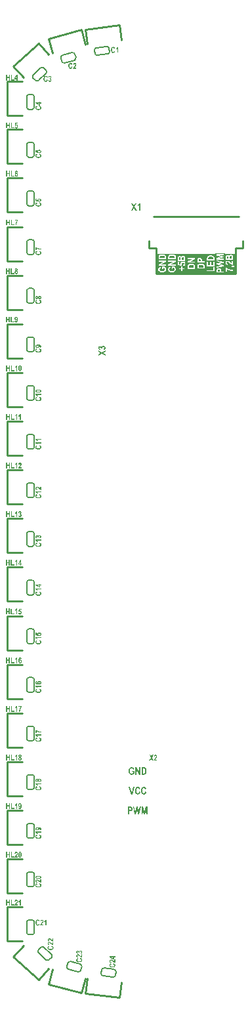
<source format=gto>
G04*
G04 #@! TF.GenerationSoftware,Altium Limited,Altium Designer,24.2.2 (26)*
G04*
G04 Layer_Color=65535*
%FSLAX43Y43*%
%MOMM*%
G71*
G04*
G04 #@! TF.SameCoordinates,CE86931C-6916-4A25-866B-2747C1F1E0B7*
G04*
G04*
G04 #@! TF.FilePolarity,Positive*
G04*
G01*
G75*
%ADD10C,0.150*%
%ADD11C,0.254*%
%ADD12C,0.250*%
G36*
X28759Y96606D02*
Y96600D01*
X30009D01*
Y94100D01*
X28759D01*
Y94094D01*
X27491D01*
Y94100D01*
X25009D01*
D01*
X21241D01*
Y94100D01*
X19991D01*
Y96600D01*
X21259D01*
Y96600D01*
X24991D01*
D01*
X27491D01*
Y96606D01*
X28759D01*
D02*
G37*
G36*
X18706Y24293D02*
X18559D01*
Y25045D01*
X18403Y24293D01*
X18251D01*
X18097Y25045D01*
Y24293D01*
X17950D01*
Y25247D01*
X18186D01*
X18328Y24595D01*
X18468Y25247D01*
X18706D01*
Y24293D01*
D02*
G37*
G36*
X17681D02*
X17513D01*
X17358Y25006D01*
X17202Y24293D01*
X17031D01*
X16846Y25247D01*
X17008D01*
X17124Y24590D01*
X17267Y25247D01*
X17455D01*
X17591Y24580D01*
X17710Y25247D01*
X17870D01*
X17681Y24293D01*
D02*
G37*
G36*
X16495Y25245D02*
X16509D01*
X16524Y25244D01*
X16556Y25243D01*
X16585Y25241D01*
X16600Y25239D01*
X16613Y25237D01*
X16623Y25235D01*
X16633Y25233D01*
X16634D01*
X16636Y25232D01*
X16639Y25231D01*
X16644Y25229D01*
X16651Y25225D01*
X16657Y25222D01*
X16673Y25213D01*
X16692Y25200D01*
X16711Y25183D01*
X16720Y25174D01*
X16730Y25163D01*
X16739Y25150D01*
X16748Y25138D01*
X16749Y25137D01*
X16750Y25135D01*
X16752Y25130D01*
X16755Y25125D01*
X16758Y25118D01*
X16763Y25109D01*
X16767Y25099D01*
X16771Y25088D01*
X16775Y25074D01*
X16779Y25061D01*
X16783Y25046D01*
X16786Y25029D01*
X16789Y25011D01*
X16791Y24993D01*
X16793Y24973D01*
Y24952D01*
Y24951D01*
Y24948D01*
Y24942D01*
X16792Y24935D01*
Y24925D01*
X16791Y24916D01*
X16790Y24904D01*
X16788Y24892D01*
X16784Y24864D01*
X16776Y24836D01*
X16767Y24806D01*
X16754Y24778D01*
Y24777D01*
X16752Y24775D01*
X16750Y24772D01*
X16747Y24767D01*
X16738Y24755D01*
X16728Y24740D01*
X16713Y24724D01*
X16696Y24708D01*
X16677Y24693D01*
X16656Y24680D01*
X16655D01*
X16653Y24679D01*
X16650Y24678D01*
X16644Y24676D01*
X16638Y24674D01*
X16630Y24672D01*
X16620Y24669D01*
X16609Y24666D01*
X16596Y24664D01*
X16581Y24661D01*
X16565Y24659D01*
X16546Y24657D01*
X16526Y24655D01*
X16504Y24654D01*
X16481Y24653D01*
X16352D01*
Y24293D01*
X16194D01*
Y25247D01*
X16482D01*
X16495Y25245D01*
D02*
G37*
G36*
X18273Y27801D02*
X18283D01*
X18293Y27799D01*
X18307Y27798D01*
X18322Y27795D01*
X18338Y27791D01*
X18354Y27787D01*
X18371Y27780D01*
X18390Y27773D01*
X18408Y27764D01*
X18427Y27754D01*
X18445Y27742D01*
X18463Y27728D01*
X18480Y27713D01*
X18481Y27712D01*
X18483Y27709D01*
X18487Y27706D01*
X18491Y27701D01*
X18496Y27694D01*
X18501Y27686D01*
X18509Y27676D01*
X18516Y27665D01*
X18524Y27652D01*
X18531Y27639D01*
X18538Y27623D01*
X18546Y27606D01*
X18554Y27587D01*
X18561Y27568D01*
X18567Y27546D01*
X18573Y27523D01*
X18417Y27478D01*
Y27479D01*
X18416Y27481D01*
X18415Y27485D01*
X18414Y27491D01*
X18412Y27497D01*
X18409Y27504D01*
X18403Y27521D01*
X18396Y27540D01*
X18385Y27560D01*
X18372Y27579D01*
X18357Y27596D01*
X18354Y27598D01*
X18349Y27603D01*
X18340Y27609D01*
X18327Y27617D01*
X18311Y27625D01*
X18294Y27631D01*
X18274Y27635D01*
X18252Y27638D01*
X18244D01*
X18237Y27636D01*
X18230Y27635D01*
X18221Y27633D01*
X18202Y27628D01*
X18191Y27624D01*
X18179Y27619D01*
X18167Y27613D01*
X18156Y27606D01*
X18144Y27596D01*
X18133Y27587D01*
X18121Y27575D01*
X18110Y27561D01*
X18109Y27560D01*
X18108Y27558D01*
X18105Y27553D01*
X18102Y27547D01*
X18098Y27539D01*
X18094Y27529D01*
X18088Y27516D01*
X18084Y27502D01*
X18079Y27486D01*
X18073Y27467D01*
X18069Y27447D01*
X18065Y27425D01*
X18062Y27401D01*
X18059Y27373D01*
X18058Y27345D01*
X18057Y27313D01*
Y27311D01*
Y27306D01*
Y27296D01*
X18058Y27284D01*
X18059Y27269D01*
X18060Y27252D01*
X18061Y27234D01*
X18063Y27214D01*
X18069Y27172D01*
X18079Y27129D01*
X18085Y27109D01*
X18092Y27090D01*
X18100Y27073D01*
X18109Y27057D01*
X18110Y27056D01*
X18111Y27054D01*
X18115Y27050D01*
X18119Y27046D01*
X18124Y27041D01*
X18130Y27034D01*
X18138Y27027D01*
X18146Y27020D01*
X18166Y27006D01*
X18190Y26994D01*
X18203Y26990D01*
X18217Y26986D01*
X18232Y26983D01*
X18248Y26982D01*
X18254D01*
X18258Y26983D01*
X18270Y26985D01*
X18285Y26989D01*
X18302Y26994D01*
X18320Y27003D01*
X18338Y27014D01*
X18346Y27022D01*
X18354Y27030D01*
X18356Y27031D01*
X18357Y27032D01*
X18359Y27035D01*
X18362Y27039D01*
X18366Y27045D01*
X18370Y27051D01*
X18375Y27059D01*
X18380Y27068D01*
X18385Y27078D01*
X18390Y27089D01*
X18397Y27102D01*
X18402Y27116D01*
X18407Y27130D01*
X18413Y27147D01*
X18417Y27165D01*
X18421Y27184D01*
X18574Y27125D01*
Y27123D01*
X18572Y27118D01*
X18570Y27110D01*
X18567Y27099D01*
X18564Y27086D01*
X18558Y27070D01*
X18553Y27053D01*
X18546Y27035D01*
X18530Y26997D01*
X18509Y26958D01*
X18497Y26940D01*
X18484Y26922D01*
X18470Y26905D01*
X18455Y26891D01*
X18454Y26889D01*
X18451Y26887D01*
X18446Y26884D01*
X18440Y26879D01*
X18432Y26874D01*
X18422Y26867D01*
X18410Y26861D01*
X18398Y26855D01*
X18384Y26847D01*
X18368Y26841D01*
X18351Y26835D01*
X18333Y26829D01*
X18314Y26824D01*
X18293Y26821D01*
X18272Y26819D01*
X18250Y26818D01*
X18244D01*
X18235Y26819D01*
X18225Y26820D01*
X18212Y26821D01*
X18197Y26824D01*
X18180Y26827D01*
X18162Y26832D01*
X18143Y26839D01*
X18123Y26846D01*
X18102Y26856D01*
X18082Y26867D01*
X18061Y26881D01*
X18041Y26896D01*
X18021Y26914D01*
X18003Y26935D01*
X18002Y26937D01*
X17998Y26941D01*
X17993Y26949D01*
X17986Y26959D01*
X17977Y26973D01*
X17968Y26990D01*
X17958Y27009D01*
X17949Y27031D01*
X17938Y27056D01*
X17929Y27084D01*
X17919Y27115D01*
X17911Y27146D01*
X17904Y27182D01*
X17898Y27219D01*
X17895Y27259D01*
X17894Y27302D01*
Y27303D01*
Y27305D01*
Y27308D01*
Y27312D01*
Y27318D01*
X17895Y27325D01*
X17896Y27342D01*
X17897Y27362D01*
X17900Y27386D01*
X17903Y27411D01*
X17908Y27440D01*
X17914Y27471D01*
X17920Y27501D01*
X17930Y27533D01*
X17940Y27565D01*
X17953Y27596D01*
X17968Y27626D01*
X17985Y27656D01*
X18004Y27682D01*
X18005Y27683D01*
X18008Y27687D01*
X18013Y27694D01*
X18021Y27701D01*
X18031Y27709D01*
X18043Y27720D01*
X18055Y27731D01*
X18071Y27742D01*
X18089Y27754D01*
X18108Y27764D01*
X18129Y27775D01*
X18153Y27783D01*
X18177Y27792D01*
X18203Y27797D01*
X18231Y27801D01*
X18260Y27802D01*
X18267D01*
X18273Y27801D01*
D02*
G37*
G36*
X17485D02*
X17494D01*
X17505Y27799D01*
X17519Y27798D01*
X17533Y27795D01*
X17549Y27791D01*
X17566Y27787D01*
X17583Y27780D01*
X17602Y27773D01*
X17620Y27764D01*
X17639Y27754D01*
X17657Y27742D01*
X17675Y27728D01*
X17692Y27713D01*
X17693Y27712D01*
X17695Y27709D01*
X17698Y27706D01*
X17703Y27701D01*
X17708Y27694D01*
X17713Y27686D01*
X17721Y27676D01*
X17728Y27665D01*
X17735Y27652D01*
X17743Y27639D01*
X17750Y27623D01*
X17757Y27606D01*
X17766Y27587D01*
X17772Y27568D01*
X17779Y27546D01*
X17785Y27523D01*
X17629Y27478D01*
Y27479D01*
X17628Y27481D01*
X17626Y27485D01*
X17625Y27491D01*
X17623Y27497D01*
X17621Y27504D01*
X17615Y27521D01*
X17607Y27540D01*
X17597Y27560D01*
X17584Y27579D01*
X17568Y27596D01*
X17566Y27598D01*
X17561Y27603D01*
X17551Y27609D01*
X17539Y27617D01*
X17523Y27625D01*
X17506Y27631D01*
X17486Y27635D01*
X17464Y27638D01*
X17455D01*
X17449Y27636D01*
X17442Y27635D01*
X17433Y27633D01*
X17414Y27628D01*
X17402Y27624D01*
X17391Y27619D01*
X17379Y27613D01*
X17368Y27606D01*
X17356Y27596D01*
X17344Y27587D01*
X17333Y27575D01*
X17322Y27561D01*
X17321Y27560D01*
X17320Y27558D01*
X17317Y27553D01*
X17314Y27547D01*
X17309Y27539D01*
X17305Y27529D01*
X17300Y27516D01*
X17296Y27502D01*
X17290Y27486D01*
X17285Y27467D01*
X17281Y27447D01*
X17277Y27425D01*
X17274Y27401D01*
X17270Y27373D01*
X17269Y27345D01*
X17268Y27313D01*
Y27311D01*
Y27306D01*
Y27296D01*
X17269Y27284D01*
X17270Y27269D01*
X17271Y27252D01*
X17272Y27234D01*
X17275Y27214D01*
X17281Y27172D01*
X17290Y27129D01*
X17297Y27109D01*
X17304Y27090D01*
X17312Y27073D01*
X17321Y27057D01*
X17322Y27056D01*
X17323Y27054D01*
X17326Y27050D01*
X17331Y27046D01*
X17336Y27041D01*
X17342Y27034D01*
X17350Y27027D01*
X17358Y27020D01*
X17378Y27006D01*
X17401Y26994D01*
X17415Y26990D01*
X17429Y26986D01*
X17444Y26983D01*
X17460Y26982D01*
X17466D01*
X17470Y26983D01*
X17482Y26985D01*
X17497Y26989D01*
X17513Y26994D01*
X17531Y27003D01*
X17549Y27014D01*
X17558Y27022D01*
X17566Y27030D01*
X17567Y27031D01*
X17568Y27032D01*
X17570Y27035D01*
X17574Y27039D01*
X17578Y27045D01*
X17582Y27051D01*
X17586Y27059D01*
X17592Y27068D01*
X17597Y27078D01*
X17602Y27089D01*
X17608Y27102D01*
X17614Y27116D01*
X17619Y27130D01*
X17624Y27147D01*
X17629Y27165D01*
X17633Y27184D01*
X17786Y27125D01*
Y27123D01*
X17784Y27118D01*
X17782Y27110D01*
X17779Y27099D01*
X17775Y27086D01*
X17770Y27070D01*
X17765Y27053D01*
X17757Y27035D01*
X17742Y26997D01*
X17721Y26958D01*
X17709Y26940D01*
X17696Y26922D01*
X17681Y26905D01*
X17667Y26891D01*
X17666Y26889D01*
X17662Y26887D01*
X17658Y26884D01*
X17652Y26879D01*
X17643Y26874D01*
X17634Y26867D01*
X17622Y26861D01*
X17610Y26855D01*
X17596Y26847D01*
X17580Y26841D01*
X17563Y26835D01*
X17545Y26829D01*
X17526Y26824D01*
X17505Y26821D01*
X17484Y26819D01*
X17462Y26818D01*
X17455D01*
X17447Y26819D01*
X17436Y26820D01*
X17424Y26821D01*
X17409Y26824D01*
X17392Y26827D01*
X17374Y26832D01*
X17355Y26839D01*
X17335Y26846D01*
X17314Y26856D01*
X17294Y26867D01*
X17272Y26881D01*
X17252Y26896D01*
X17232Y26914D01*
X17214Y26935D01*
X17213Y26937D01*
X17210Y26941D01*
X17205Y26949D01*
X17197Y26959D01*
X17189Y26973D01*
X17180Y26990D01*
X17170Y27009D01*
X17160Y27031D01*
X17150Y27056D01*
X17140Y27084D01*
X17131Y27115D01*
X17122Y27146D01*
X17116Y27182D01*
X17110Y27219D01*
X17107Y27259D01*
X17106Y27302D01*
Y27303D01*
Y27305D01*
Y27308D01*
Y27312D01*
Y27318D01*
X17107Y27325D01*
X17108Y27342D01*
X17109Y27362D01*
X17112Y27386D01*
X17115Y27411D01*
X17119Y27440D01*
X17126Y27471D01*
X17132Y27501D01*
X17141Y27533D01*
X17152Y27565D01*
X17165Y27596D01*
X17180Y27626D01*
X17196Y27656D01*
X17215Y27682D01*
X17216Y27683D01*
X17220Y27687D01*
X17225Y27694D01*
X17232Y27701D01*
X17243Y27709D01*
X17255Y27720D01*
X17267Y27731D01*
X17283Y27742D01*
X17301Y27754D01*
X17320Y27764D01*
X17341Y27775D01*
X17364Y27783D01*
X17389Y27792D01*
X17415Y27797D01*
X17443Y27801D01*
X17472Y27802D01*
X17479D01*
X17485Y27801D01*
D02*
G37*
G36*
X16774Y26833D02*
X16604D01*
X16326Y27787D01*
X16496D01*
X16693Y27081D01*
X16885Y27787D01*
X17053D01*
X16774Y26833D01*
D02*
G37*
G36*
X16702Y30341D02*
X16714Y30340D01*
X16727Y30338D01*
X16742Y30336D01*
X16759Y30334D01*
X16795Y30324D01*
X16813Y30319D01*
X16832Y30312D01*
X16851Y30304D01*
X16869Y30294D01*
X16886Y30283D01*
X16903Y30271D01*
X16904Y30269D01*
X16907Y30267D01*
X16911Y30263D01*
X16916Y30258D01*
X16923Y30250D01*
X16931Y30241D01*
X16939Y30230D01*
X16948Y30218D01*
X16958Y30204D01*
X16966Y30188D01*
X16976Y30171D01*
X16984Y30153D01*
X16992Y30132D01*
X17000Y30111D01*
X17006Y30088D01*
X17011Y30062D01*
X16855Y30026D01*
Y30028D01*
X16854Y30030D01*
X16853Y30034D01*
X16852Y30038D01*
X16850Y30044D01*
X16847Y30052D01*
X16840Y30068D01*
X16831Y30086D01*
X16820Y30105D01*
X16807Y30123D01*
X16790Y30138D01*
X16787Y30141D01*
X16781Y30145D01*
X16772Y30151D01*
X16758Y30159D01*
X16742Y30165D01*
X16723Y30171D01*
X16702Y30175D01*
X16679Y30178D01*
X16669D01*
X16662Y30177D01*
X16653Y30175D01*
X16644Y30173D01*
X16632Y30171D01*
X16621Y30168D01*
X16608Y30164D01*
X16595Y30159D01*
X16581Y30152D01*
X16568Y30145D01*
X16554Y30135D01*
X16541Y30125D01*
X16528Y30113D01*
X16516Y30099D01*
X16515Y30098D01*
X16513Y30096D01*
X16511Y30091D01*
X16506Y30085D01*
X16501Y30076D01*
X16496Y30067D01*
X16491Y30054D01*
X16485Y30040D01*
X16479Y30024D01*
X16474Y30006D01*
X16468Y29987D01*
X16463Y29965D01*
X16459Y29942D01*
X16457Y29917D01*
X16455Y29890D01*
X16454Y29861D01*
Y29858D01*
Y29853D01*
Y29844D01*
X16455Y29832D01*
X16456Y29818D01*
X16457Y29801D01*
X16459Y29783D01*
X16462Y29763D01*
X16469Y29721D01*
X16476Y29700D01*
X16482Y29678D01*
X16490Y29657D01*
X16498Y29637D01*
X16509Y29618D01*
X16520Y29600D01*
X16521Y29599D01*
X16523Y29596D01*
X16527Y29592D01*
X16531Y29588D01*
X16537Y29582D01*
X16543Y29575D01*
X16552Y29568D01*
X16561Y29562D01*
X16572Y29554D01*
X16585Y29547D01*
X16597Y29540D01*
X16611Y29534D01*
X16626Y29530D01*
X16643Y29526D01*
X16660Y29524D01*
X16678Y29522D01*
X16685D01*
X16695Y29524D01*
X16706Y29526D01*
X16721Y29528D01*
X16737Y29531D01*
X16755Y29536D01*
X16773Y29544D01*
X16774D01*
X16775Y29545D01*
X16781Y29548D01*
X16791Y29552D01*
X16803Y29559D01*
X16817Y29567D01*
X16832Y29577D01*
X16848Y29589D01*
X16863Y29603D01*
Y29723D01*
X16682D01*
Y29885D01*
X17022D01*
Y29504D01*
X17021Y29503D01*
X17020Y29502D01*
X17017Y29499D01*
X17013Y29494D01*
X17007Y29490D01*
X17001Y29483D01*
X16994Y29476D01*
X16984Y29469D01*
X16975Y29461D01*
X16964Y29453D01*
X16951Y29444D01*
X16939Y29436D01*
X16924Y29426D01*
X16909Y29418D01*
X16875Y29401D01*
X16874D01*
X16871Y29399D01*
X16866Y29397D01*
X16859Y29395D01*
X16851Y29391D01*
X16840Y29387D01*
X16829Y29383D01*
X16816Y29380D01*
X16802Y29376D01*
X16787Y29371D01*
X16756Y29364D01*
X16722Y29360D01*
X16686Y29358D01*
X16674D01*
X16667Y29359D01*
X16656Y29360D01*
X16645Y29361D01*
X16632Y29362D01*
X16617Y29365D01*
X16586Y29371D01*
X16552Y29381D01*
X16534Y29387D01*
X16516Y29396D01*
X16499Y29404D01*
X16482Y29414D01*
X16481Y29415D01*
X16478Y29417D01*
X16474Y29420D01*
X16467Y29424D01*
X16460Y29431D01*
X16451Y29438D01*
X16442Y29446D01*
X16431Y29456D01*
X16420Y29468D01*
X16409Y29480D01*
X16398Y29494D01*
X16385Y29510D01*
X16374Y29526D01*
X16363Y29544D01*
X16352Y29564D01*
X16342Y29584D01*
X16341Y29585D01*
X16339Y29589D01*
X16337Y29595D01*
X16334Y29604D01*
X16330Y29615D01*
X16326Y29628D01*
X16322Y29643D01*
X16316Y29660D01*
X16312Y29679D01*
X16307Y29699D01*
X16302Y29721D01*
X16299Y29744D01*
X16295Y29770D01*
X16293Y29796D01*
X16292Y29823D01*
X16291Y29851D01*
Y29853D01*
Y29858D01*
Y29866D01*
X16292Y29877D01*
X16293Y29891D01*
X16294Y29907D01*
X16295Y29924D01*
X16297Y29944D01*
X16300Y29964D01*
X16304Y29986D01*
X16313Y30031D01*
X16318Y30054D01*
X16326Y30076D01*
X16333Y30098D01*
X16343Y30119D01*
X16344Y30121D01*
X16345Y30125D01*
X16348Y30130D01*
X16352Y30137D01*
X16357Y30147D01*
X16364Y30157D01*
X16371Y30170D01*
X16380Y30183D01*
X16399Y30209D01*
X16423Y30237D01*
X16449Y30263D01*
X16464Y30276D01*
X16479Y30286D01*
X16480Y30287D01*
X16483Y30289D01*
X16487Y30292D01*
X16494Y30295D01*
X16502Y30299D01*
X16512Y30304D01*
X16522Y30310D01*
X16535Y30315D01*
X16549Y30319D01*
X16565Y30324D01*
X16580Y30330D01*
X16598Y30334D01*
X16617Y30337D01*
X16636Y30340D01*
X16658Y30341D01*
X16679Y30342D01*
X16692D01*
X16702Y30341D01*
D02*
G37*
G36*
X17790Y29373D02*
X17631D01*
X17317Y29995D01*
Y29373D01*
X17170D01*
Y30327D01*
X17323D01*
X17643Y29689D01*
Y30327D01*
X17790D01*
Y29373D01*
D02*
G37*
G36*
X18269Y30325D02*
X18278D01*
X18290Y30324D01*
X18303Y30323D01*
X18329Y30320D01*
X18357Y30316D01*
X18382Y30310D01*
X18395Y30305D01*
X18405Y30301D01*
X18406D01*
X18407Y30300D01*
X18410Y30299D01*
X18415Y30297D01*
X18425Y30291D01*
X18439Y30282D01*
X18455Y30271D01*
X18472Y30256D01*
X18490Y30239D01*
X18508Y30219D01*
X18509Y30218D01*
X18510Y30217D01*
X18512Y30212D01*
X18515Y30208D01*
X18519Y30203D01*
X18525Y30196D01*
X18529Y30188D01*
X18535Y30179D01*
X18540Y30168D01*
X18547Y30157D01*
X18559Y30131D01*
X18571Y30101D01*
X18582Y30069D01*
Y30068D01*
X18583Y30065D01*
X18584Y30059D01*
X18586Y30052D01*
X18588Y30043D01*
X18590Y30033D01*
X18593Y30020D01*
X18595Y30005D01*
X18598Y29989D01*
X18601Y29973D01*
X18603Y29954D01*
X18605Y29933D01*
X18607Y29911D01*
X18608Y29889D01*
X18609Y29865D01*
Y29839D01*
Y29838D01*
Y29834D01*
Y29828D01*
Y29818D01*
X18608Y29808D01*
Y29795D01*
X18607Y29781D01*
X18606Y29767D01*
X18604Y29750D01*
X18602Y29733D01*
X18598Y29697D01*
X18590Y29660D01*
X18581Y29624D01*
Y29623D01*
X18580Y29620D01*
X18577Y29615D01*
X18575Y29609D01*
X18573Y29602D01*
X18570Y29592D01*
X18562Y29572D01*
X18551Y29549D01*
X18539Y29525D01*
X18526Y29501D01*
X18510Y29480D01*
Y29479D01*
X18508Y29478D01*
X18502Y29472D01*
X18493Y29462D01*
X18480Y29451D01*
X18465Y29438D01*
X18447Y29424D01*
X18427Y29412D01*
X18405Y29400D01*
X18404D01*
X18402Y29399D01*
X18399Y29398D01*
X18395Y29396D01*
X18388Y29394D01*
X18381Y29391D01*
X18372Y29389D01*
X18363Y29387D01*
X18352Y29384D01*
X18341Y29382D01*
X18314Y29378D01*
X18284Y29375D01*
X18250Y29373D01*
X17954D01*
Y30327D01*
X18259D01*
X18269Y30325D01*
D02*
G37*
G36*
X17078Y102643D02*
X17348Y102147D01*
X17158D01*
X16984Y102469D01*
X16811Y102147D01*
X16621D01*
X16891Y102642D01*
X16646Y103100D01*
X16830D01*
X16985Y102815D01*
X17140Y103100D01*
X17324D01*
X17078Y102643D01*
D02*
G37*
G36*
X17779Y102147D02*
X17628D01*
Y102836D01*
X17627Y102835D01*
X17624Y102832D01*
X17620Y102826D01*
X17614Y102820D01*
X17605Y102813D01*
X17596Y102803D01*
X17585Y102794D01*
X17572Y102783D01*
X17559Y102771D01*
X17544Y102760D01*
X17528Y102749D01*
X17511Y102738D01*
X17474Y102715D01*
X17455Y102706D01*
X17435Y102697D01*
Y102863D01*
X17436D01*
X17438Y102864D01*
X17441Y102866D01*
X17446Y102869D01*
X17452Y102871D01*
X17458Y102875D01*
X17474Y102883D01*
X17494Y102896D01*
X17515Y102911D01*
X17540Y102930D01*
X17564Y102952D01*
X17565Y102953D01*
X17567Y102955D01*
X17570Y102958D01*
X17575Y102964D01*
X17580Y102970D01*
X17586Y102977D01*
X17594Y102986D01*
X17601Y102995D01*
X17616Y103018D01*
X17632Y103044D01*
X17645Y103072D01*
X17657Y103103D01*
X17779D01*
Y102147D01*
D02*
G37*
G36*
X13057Y84693D02*
X13069Y84692D01*
X13081Y84690D01*
X13096Y84688D01*
X13112Y84685D01*
X13128Y84680D01*
X13146Y84675D01*
X13164Y84669D01*
X13182Y84661D01*
X13200Y84652D01*
X13218Y84641D01*
X13235Y84630D01*
X13252Y84616D01*
X13253Y84615D01*
X13255Y84613D01*
X13259Y84608D01*
X13264Y84602D01*
X13272Y84595D01*
X13278Y84585D01*
X13286Y84575D01*
X13294Y84563D01*
X13301Y84550D01*
X13310Y84537D01*
X13316Y84521D01*
X13322Y84505D01*
X13329Y84488D01*
X13333Y84470D01*
X13335Y84451D01*
X13336Y84431D01*
Y84421D01*
X13335Y84414D01*
X13334Y84405D01*
X13332Y84394D01*
X13330Y84383D01*
X13327Y84371D01*
X13318Y84343D01*
X13313Y84328D01*
X13305Y84314D01*
X13297Y84299D01*
X13287Y84284D01*
X13277Y84270D01*
X13264Y84257D01*
X13263Y84256D01*
X13261Y84253D01*
X13257Y84250D01*
X13250Y84245D01*
X13244Y84240D01*
X13235Y84233D01*
X13224Y84227D01*
X13212Y84220D01*
X13200Y84212D01*
X13185Y84206D01*
X13168Y84198D01*
X13151Y84192D01*
X13132Y84186D01*
X13112Y84182D01*
X13091Y84177D01*
X13068Y84174D01*
X13047Y84319D01*
X13048D01*
X13050D01*
X13053Y84320D01*
X13057D01*
X13070Y84322D01*
X13085Y84325D01*
X13101Y84331D01*
X13118Y84336D01*
X13135Y84344D01*
X13150Y84355D01*
X13151Y84356D01*
X13155Y84360D01*
X13161Y84368D01*
X13167Y84376D01*
X13174Y84387D01*
X13180Y84399D01*
X13184Y84414D01*
X13185Y84429D01*
Y84431D01*
X13184Y84436D01*
X13183Y84446D01*
X13180Y84456D01*
X13174Y84468D01*
X13168Y84482D01*
X13157Y84494D01*
X13144Y84507D01*
X13142Y84508D01*
X13136Y84512D01*
X13127Y84518D01*
X13113Y84524D01*
X13096Y84529D01*
X13076Y84534D01*
X13053Y84539D01*
X13026Y84540D01*
X13025D01*
X13023D01*
X13020D01*
X13015D01*
X13002Y84539D01*
X12986Y84536D01*
X12969Y84532D01*
X12951Y84527D01*
X12933Y84520D01*
X12918Y84509D01*
X12916Y84508D01*
X12911Y84504D01*
X12905Y84497D01*
X12898Y84488D01*
X12890Y84477D01*
X12884Y84465D01*
X12880Y84450D01*
X12877Y84434D01*
Y84429D01*
X12879Y84424D01*
X12880Y84415D01*
X12881Y84406D01*
X12883Y84394D01*
X12887Y84380D01*
X12891Y84366D01*
X12742Y84382D01*
Y84392D01*
X12741Y84402D01*
X12739Y84416D01*
X12736Y84430D01*
X12731Y84446D01*
X12722Y84461D01*
X12712Y84474D01*
X12711Y84475D01*
X12705Y84480D01*
X12698Y84485D01*
X12687Y84491D01*
X12675Y84497D01*
X12659Y84503D01*
X12641Y84507D01*
X12620Y84508D01*
X12619D01*
X12618D01*
X12611D01*
X12603Y84507D01*
X12591Y84505D01*
X12578Y84502D01*
X12566Y84497D01*
X12554Y84492D01*
X12543Y84484D01*
X12541Y84483D01*
X12538Y84480D01*
X12533Y84474D01*
X12528Y84467D01*
X12523Y84458D01*
X12518Y84447D01*
X12515Y84435D01*
X12514Y84421D01*
Y84415D01*
X12516Y84408D01*
X12518Y84399D01*
X12522Y84389D01*
X12528Y84377D01*
X12536Y84365D01*
X12547Y84355D01*
X12548Y84354D01*
X12553Y84351D01*
X12560Y84346D01*
X12571Y84341D01*
X12585Y84335D01*
X12601Y84329D01*
X12620Y84325D01*
X12642Y84323D01*
X12613Y84185D01*
X12612D01*
X12608Y84186D01*
X12601Y84187D01*
X12592Y84189D01*
X12582Y84191D01*
X12569Y84194D01*
X12555Y84198D01*
X12540Y84203D01*
X12510Y84214D01*
X12479Y84229D01*
X12463Y84238D01*
X12450Y84247D01*
X12436Y84257D01*
X12424Y84268D01*
X12423Y84269D01*
X12422Y84271D01*
X12419Y84275D01*
X12415Y84280D01*
X12410Y84285D01*
X12405Y84293D01*
X12400Y84302D01*
X12394Y84312D01*
X12388Y84322D01*
X12383Y84334D01*
X12373Y84361D01*
X12369Y84376D01*
X12366Y84392D01*
X12365Y84409D01*
X12364Y84426D01*
Y84436D01*
X12365Y84444D01*
X12366Y84452D01*
X12368Y84463D01*
X12370Y84474D01*
X12373Y84487D01*
X12378Y84501D01*
X12383Y84514D01*
X12388Y84528D01*
X12396Y84543D01*
X12405Y84557D01*
X12415Y84570D01*
X12426Y84583D01*
X12440Y84596D01*
X12441Y84597D01*
X12443Y84599D01*
X12447Y84602D01*
X12454Y84605D01*
X12460Y84611D01*
X12469Y84616D01*
X12479Y84621D01*
X12490Y84627D01*
X12501Y84634D01*
X12515Y84639D01*
X12544Y84650D01*
X12559Y84653D01*
X12575Y84656D01*
X12592Y84658D01*
X12609Y84659D01*
X12610D01*
X12612D01*
X12615D01*
X12620D01*
X12631Y84658D01*
X12646Y84656D01*
X12664Y84652D01*
X12683Y84648D01*
X12703Y84640D01*
X12722Y84631D01*
X12723D01*
X12724Y84630D01*
X12731Y84625D01*
X12740Y84619D01*
X12752Y84609D01*
X12765Y84597D01*
X12779Y84582D01*
X12794Y84565D01*
X12809Y84545D01*
Y84546D01*
X12810Y84548D01*
X12811Y84551D01*
X12813Y84556D01*
X12817Y84568D01*
X12826Y84583D01*
X12836Y84600D01*
X12849Y84618D01*
X12866Y84635D01*
X12887Y84652D01*
X12888D01*
X12890Y84654D01*
X12893Y84656D01*
X12898Y84658D01*
X12904Y84661D01*
X12910Y84665D01*
X12919Y84669D01*
X12928Y84673D01*
X12949Y84680D01*
X12975Y84688D01*
X13004Y84692D01*
X13036Y84694D01*
X13037D01*
X13041D01*
X13049D01*
X13057Y84693D01*
D02*
G37*
G36*
X13320Y83943D02*
X12998Y83768D01*
X13320Y83595D01*
Y83406D01*
X12825Y83675D01*
X12367Y83430D01*
Y83614D01*
X12652Y83769D01*
X12367Y83925D01*
Y84109D01*
X12824Y83862D01*
X13320Y84133D01*
Y83943D01*
D02*
G37*
G36*
X14412Y5933D02*
X14564D01*
Y5819D01*
X14412D01*
Y5566D01*
X14286D01*
X13810Y5833D01*
Y5933D01*
X14285D01*
Y6009D01*
X14412D01*
Y5933D01*
D02*
G37*
G36*
X14564Y5093D02*
X14563D01*
X14561D01*
X14556Y5094D01*
X14551Y5095D01*
X14544Y5095D01*
X14536Y5097D01*
X14527Y5099D01*
X14517Y5100D01*
X14496Y5105D01*
X14471Y5113D01*
X14446Y5121D01*
X14420Y5133D01*
X14419Y5134D01*
X14417Y5135D01*
X14413Y5137D01*
X14407Y5140D01*
X14401Y5144D01*
X14392Y5149D01*
X14382Y5155D01*
X14372Y5162D01*
X14360Y5170D01*
X14346Y5180D01*
X14332Y5191D01*
X14316Y5203D01*
X14298Y5217D01*
X14280Y5231D01*
X14261Y5248D01*
X14241Y5265D01*
X14240Y5266D01*
X14237Y5269D01*
X14232Y5273D01*
X14227Y5278D01*
X14219Y5285D01*
X14211Y5291D01*
X14192Y5307D01*
X14172Y5324D01*
X14152Y5340D01*
X14143Y5346D01*
X14135Y5353D01*
X14127Y5358D01*
X14121Y5362D01*
X14120D01*
X14118Y5363D01*
X14117Y5365D01*
X14113Y5366D01*
X14104Y5370D01*
X14092Y5375D01*
X14078Y5380D01*
X14062Y5385D01*
X14046Y5388D01*
X14029Y5389D01*
X14028D01*
X14027D01*
X14024D01*
X14021D01*
X14012Y5388D01*
X14002Y5386D01*
X13989Y5383D01*
X13977Y5380D01*
X13965Y5374D01*
X13955Y5366D01*
X13954Y5365D01*
X13951Y5362D01*
X13947Y5358D01*
X13942Y5351D01*
X13937Y5343D01*
X13933Y5333D01*
X13930Y5321D01*
X13929Y5309D01*
Y5305D01*
X13930Y5301D01*
X13931Y5296D01*
X13932Y5290D01*
X13935Y5284D01*
X13939Y5276D01*
X13944Y5269D01*
X13950Y5261D01*
X13957Y5254D01*
X13967Y5247D01*
X13978Y5240D01*
X13992Y5235D01*
X14007Y5230D01*
X14026Y5226D01*
X14047Y5225D01*
X14032Y5107D01*
X14030D01*
X14027Y5108D01*
X14021Y5109D01*
X14013Y5110D01*
X14003Y5111D01*
X13992Y5113D01*
X13981Y5115D01*
X13967Y5119D01*
X13941Y5127D01*
X13912Y5138D01*
X13899Y5145D01*
X13887Y5152D01*
X13875Y5161D01*
X13864Y5170D01*
X13863Y5171D01*
X13862Y5173D01*
X13859Y5176D01*
X13856Y5180D01*
X13852Y5185D01*
X13847Y5192D01*
X13842Y5200D01*
X13837Y5208D01*
X13832Y5218D01*
X13827Y5228D01*
X13822Y5240D01*
X13818Y5252D01*
X13815Y5265D01*
X13812Y5280D01*
X13811Y5295D01*
X13810Y5311D01*
Y5320D01*
X13811Y5327D01*
X13812Y5335D01*
X13813Y5345D01*
X13815Y5355D01*
X13817Y5366D01*
X13821Y5378D01*
X13826Y5390D01*
X13831Y5402D01*
X13837Y5415D01*
X13844Y5426D01*
X13852Y5438D01*
X13862Y5448D01*
X13873Y5458D01*
X13874Y5459D01*
X13876Y5460D01*
X13880Y5462D01*
X13884Y5465D01*
X13891Y5470D01*
X13897Y5474D01*
X13906Y5478D01*
X13915Y5483D01*
X13925Y5487D01*
X13937Y5491D01*
X13961Y5500D01*
X13974Y5503D01*
X13988Y5505D01*
X14002Y5506D01*
X14017Y5507D01*
X14018D01*
X14019D01*
X14022D01*
X14026D01*
X14034Y5506D01*
X14046Y5505D01*
X14060Y5504D01*
X14075Y5501D01*
X14091Y5498D01*
X14107Y5494D01*
X14108D01*
X14109Y5493D01*
X14112Y5492D01*
X14115Y5491D01*
X14123Y5489D01*
X14134Y5485D01*
X14147Y5479D01*
X14162Y5472D01*
X14177Y5465D01*
X14194Y5455D01*
X14195D01*
X14196Y5455D01*
X14198Y5453D01*
X14202Y5450D01*
X14207Y5448D01*
X14212Y5444D01*
X14217Y5440D01*
X14224Y5435D01*
X14241Y5423D01*
X14259Y5408D01*
X14282Y5390D01*
X14293Y5379D01*
X14306Y5368D01*
X14307Y5367D01*
X14308Y5365D01*
X14312Y5363D01*
X14316Y5359D01*
X14322Y5355D01*
X14327Y5350D01*
X14341Y5338D01*
X14355Y5325D01*
X14368Y5314D01*
X14381Y5304D01*
X14387Y5300D01*
X14391Y5296D01*
X14392Y5295D01*
X14394Y5294D01*
X14398Y5291D01*
X14403Y5288D01*
X14409Y5284D01*
X14416Y5280D01*
X14430Y5272D01*
Y5507D01*
X14564D01*
Y5093D01*
D02*
G37*
G36*
X14340Y5025D02*
X14346Y5024D01*
X14355Y5021D01*
X14365Y5019D01*
X14377Y5015D01*
X14391Y5010D01*
X14405Y5005D01*
X14435Y4992D01*
X14466Y4975D01*
X14480Y4966D01*
X14494Y4956D01*
X14507Y4945D01*
X14519Y4933D01*
X14520Y4932D01*
X14521Y4930D01*
X14524Y4926D01*
X14528Y4921D01*
X14532Y4915D01*
X14537Y4907D01*
X14542Y4898D01*
X14547Y4888D01*
X14553Y4877D01*
X14558Y4865D01*
X14563Y4851D01*
X14567Y4837D01*
X14571Y4822D01*
X14574Y4806D01*
X14576Y4789D01*
X14576Y4771D01*
Y4766D01*
X14576Y4760D01*
X14575Y4751D01*
X14574Y4741D01*
X14571Y4730D01*
X14569Y4716D01*
X14565Y4702D01*
X14560Y4687D01*
X14554Y4671D01*
X14546Y4655D01*
X14537Y4639D01*
X14526Y4622D01*
X14515Y4606D01*
X14501Y4591D01*
X14484Y4576D01*
X14482Y4576D01*
X14479Y4573D01*
X14473Y4569D01*
X14465Y4563D01*
X14454Y4556D01*
X14441Y4549D01*
X14426Y4541D01*
X14408Y4534D01*
X14388Y4526D01*
X14367Y4518D01*
X14342Y4511D01*
X14317Y4504D01*
X14289Y4499D01*
X14260Y4494D01*
X14228Y4491D01*
X14195Y4491D01*
X14194D01*
X14192D01*
X14190D01*
X14187D01*
X14182D01*
X14177Y4491D01*
X14163Y4492D01*
X14147Y4493D01*
X14128Y4496D01*
X14108Y4498D01*
X14086Y4501D01*
X14062Y4506D01*
X14037Y4511D01*
X14012Y4519D01*
X13987Y4527D01*
X13962Y4537D01*
X13939Y4549D01*
X13916Y4562D01*
X13895Y4577D01*
X13894Y4578D01*
X13891Y4581D01*
X13886Y4585D01*
X13880Y4591D01*
X13873Y4599D01*
X13865Y4608D01*
X13857Y4618D01*
X13847Y4631D01*
X13838Y4645D01*
X13830Y4660D01*
X13822Y4676D01*
X13815Y4695D01*
X13808Y4714D01*
X13804Y4735D01*
X13801Y4756D01*
X13800Y4780D01*
Y4785D01*
X13801Y4790D01*
Y4797D01*
X13802Y4806D01*
X13803Y4816D01*
X13806Y4828D01*
X13809Y4841D01*
X13812Y4854D01*
X13817Y4867D01*
X13823Y4882D01*
X13830Y4896D01*
X13838Y4911D01*
X13847Y4925D01*
X13858Y4940D01*
X13871Y4953D01*
X13872Y4954D01*
X13873Y4955D01*
X13876Y4958D01*
X13880Y4961D01*
X13886Y4965D01*
X13892Y4970D01*
X13900Y4975D01*
X13908Y4981D01*
X13918Y4987D01*
X13929Y4993D01*
X13942Y4999D01*
X13955Y5005D01*
X13970Y5011D01*
X13985Y5016D01*
X14002Y5021D01*
X14020Y5026D01*
X14056Y4903D01*
X14055D01*
X14053Y4902D01*
X14050Y4901D01*
X14046Y4901D01*
X14041Y4899D01*
X14035Y4897D01*
X14022Y4892D01*
X14007Y4886D01*
X13991Y4878D01*
X13976Y4868D01*
X13962Y4856D01*
X13961Y4854D01*
X13957Y4850D01*
X13952Y4842D01*
X13946Y4832D01*
X13940Y4820D01*
X13935Y4806D01*
X13932Y4791D01*
X13930Y4773D01*
Y4766D01*
X13931Y4761D01*
X13932Y4756D01*
X13933Y4749D01*
X13937Y4734D01*
X13941Y4725D01*
X13945Y4716D01*
X13949Y4706D01*
X13955Y4697D01*
X13962Y4688D01*
X13970Y4679D01*
X13979Y4670D01*
X13990Y4661D01*
X13991Y4661D01*
X13992Y4660D01*
X13997Y4657D01*
X14002Y4655D01*
X14007Y4651D01*
X14016Y4648D01*
X14026Y4644D01*
X14037Y4641D01*
X14049Y4636D01*
X14064Y4632D01*
X14080Y4629D01*
X14097Y4626D01*
X14117Y4623D01*
X14138Y4621D01*
X14161Y4620D01*
X14186Y4619D01*
X14187D01*
X14192D01*
X14199D01*
X14209Y4620D01*
X14221Y4621D01*
X14234Y4621D01*
X14248Y4622D01*
X14264Y4624D01*
X14297Y4629D01*
X14331Y4636D01*
X14347Y4641D01*
X14362Y4647D01*
X14375Y4653D01*
X14387Y4661D01*
X14388Y4661D01*
X14390Y4662D01*
X14393Y4665D01*
X14397Y4668D01*
X14401Y4672D01*
X14406Y4677D01*
X14412Y4683D01*
X14417Y4690D01*
X14428Y4706D01*
X14437Y4724D01*
X14441Y4735D01*
X14444Y4746D01*
X14446Y4757D01*
X14446Y4770D01*
Y4775D01*
X14446Y4778D01*
X14445Y4787D01*
X14441Y4799D01*
X14437Y4812D01*
X14431Y4826D01*
X14422Y4841D01*
X14416Y4847D01*
X14409Y4854D01*
X14408Y4855D01*
X14407Y4856D01*
X14405Y4857D01*
X14402Y4860D01*
X14397Y4863D01*
X14392Y4866D01*
X14387Y4870D01*
X14379Y4874D01*
X14372Y4878D01*
X14362Y4882D01*
X14352Y4887D01*
X14342Y4891D01*
X14330Y4896D01*
X14317Y4900D01*
X14302Y4903D01*
X14287Y4906D01*
X14334Y5027D01*
X14336D01*
X14340Y5025D01*
D02*
G37*
G36*
X10082Y6675D02*
X10091Y6674D01*
X10101Y6673D01*
X10112Y6671D01*
X10125Y6669D01*
X10137Y6665D01*
X10151Y6661D01*
X10166Y6656D01*
X10180Y6650D01*
X10194Y6643D01*
X10208Y6634D01*
X10221Y6625D01*
X10235Y6614D01*
X10236Y6614D01*
X10237Y6612D01*
X10241Y6609D01*
X10245Y6604D01*
X10251Y6598D01*
X10256Y6590D01*
X10262Y6582D01*
X10268Y6573D01*
X10274Y6563D01*
X10281Y6552D01*
X10286Y6539D01*
X10291Y6527D01*
X10296Y6514D01*
X10299Y6499D01*
X10301Y6484D01*
X10301Y6469D01*
Y6461D01*
X10301Y6455D01*
X10300Y6448D01*
X10298Y6439D01*
X10296Y6431D01*
X10294Y6421D01*
X10287Y6399D01*
X10283Y6388D01*
X10277Y6376D01*
X10271Y6364D01*
X10263Y6353D01*
X10255Y6342D01*
X10245Y6331D01*
X10244Y6330D01*
X10242Y6329D01*
X10239Y6326D01*
X10234Y6322D01*
X10229Y6318D01*
X10221Y6313D01*
X10213Y6308D01*
X10204Y6302D01*
X10194Y6296D01*
X10182Y6291D01*
X10169Y6285D01*
X10156Y6280D01*
X10141Y6275D01*
X10125Y6272D01*
X10108Y6269D01*
X10090Y6266D01*
X10073Y6380D01*
X10074D01*
X10076D01*
X10078Y6381D01*
X10082D01*
X10092Y6383D01*
X10103Y6385D01*
X10117Y6389D01*
X10130Y6394D01*
X10143Y6400D01*
X10155Y6409D01*
X10156Y6409D01*
X10159Y6413D01*
X10163Y6419D01*
X10168Y6425D01*
X10174Y6434D01*
X10178Y6444D01*
X10182Y6455D01*
X10182Y6467D01*
Y6469D01*
X10182Y6473D01*
X10181Y6480D01*
X10178Y6489D01*
X10174Y6498D01*
X10169Y6509D01*
X10161Y6519D01*
X10150Y6529D01*
X10148Y6529D01*
X10144Y6533D01*
X10137Y6537D01*
X10126Y6542D01*
X10112Y6546D01*
X10097Y6550D01*
X10078Y6554D01*
X10057Y6554D01*
X10057D01*
X10055D01*
X10052D01*
X10048D01*
X10038Y6554D01*
X10026Y6551D01*
X10012Y6549D01*
X9998Y6544D01*
X9984Y6539D01*
X9972Y6530D01*
X9970Y6529D01*
X9967Y6526D01*
X9962Y6521D01*
X9956Y6514D01*
X9950Y6505D01*
X9945Y6495D01*
X9942Y6484D01*
X9940Y6471D01*
Y6467D01*
X9941Y6463D01*
X9942Y6456D01*
X9942Y6449D01*
X9944Y6439D01*
X9947Y6429D01*
X9951Y6418D01*
X9833Y6430D01*
Y6438D01*
X9832Y6446D01*
X9831Y6457D01*
X9828Y6468D01*
X9824Y6480D01*
X9817Y6492D01*
X9809Y6503D01*
X9808Y6504D01*
X9804Y6507D01*
X9798Y6511D01*
X9790Y6516D01*
X9780Y6521D01*
X9767Y6525D01*
X9753Y6529D01*
X9737Y6529D01*
X9736D01*
X9735D01*
X9730D01*
X9723Y6529D01*
X9714Y6527D01*
X9704Y6524D01*
X9694Y6521D01*
X9685Y6517D01*
X9676Y6510D01*
X9675Y6509D01*
X9672Y6507D01*
X9668Y6503D01*
X9664Y6497D01*
X9661Y6490D01*
X9657Y6481D01*
X9654Y6472D01*
X9653Y6461D01*
Y6456D01*
X9655Y6450D01*
X9657Y6444D01*
X9660Y6435D01*
X9664Y6426D01*
X9671Y6417D01*
X9679Y6409D01*
X9680Y6408D01*
X9684Y6405D01*
X9690Y6402D01*
X9698Y6398D01*
X9709Y6393D01*
X9722Y6389D01*
X9737Y6385D01*
X9754Y6384D01*
X9732Y6274D01*
X9731D01*
X9727Y6275D01*
X9722Y6276D01*
X9715Y6278D01*
X9707Y6279D01*
X9697Y6282D01*
X9686Y6285D01*
X9674Y6289D01*
X9650Y6298D01*
X9626Y6309D01*
X9613Y6316D01*
X9602Y6324D01*
X9592Y6331D01*
X9582Y6340D01*
X9582Y6341D01*
X9581Y6343D01*
X9578Y6345D01*
X9575Y6349D01*
X9572Y6354D01*
X9567Y6359D01*
X9563Y6367D01*
X9558Y6374D01*
X9554Y6383D01*
X9550Y6392D01*
X9542Y6414D01*
X9539Y6425D01*
X9537Y6438D01*
X9536Y6451D01*
X9535Y6464D01*
Y6473D01*
X9536Y6479D01*
X9537Y6485D01*
X9538Y6494D01*
X9540Y6503D01*
X9542Y6513D01*
X9546Y6524D01*
X9550Y6534D01*
X9554Y6545D01*
X9560Y6557D01*
X9567Y6568D01*
X9575Y6579D01*
X9584Y6589D01*
X9595Y6599D01*
X9596Y6599D01*
X9597Y6601D01*
X9601Y6604D01*
X9606Y6606D01*
X9611Y6610D01*
X9617Y6614D01*
X9626Y6619D01*
X9634Y6624D01*
X9643Y6629D01*
X9654Y6633D01*
X9677Y6641D01*
X9689Y6644D01*
X9702Y6646D01*
X9715Y6648D01*
X9728Y6649D01*
X9729D01*
X9731D01*
X9733D01*
X9737D01*
X9746Y6648D01*
X9757Y6646D01*
X9772Y6643D01*
X9787Y6639D01*
X9802Y6634D01*
X9817Y6626D01*
X9818D01*
X9819Y6625D01*
X9824Y6622D01*
X9832Y6617D01*
X9841Y6609D01*
X9852Y6599D01*
X9862Y6588D01*
X9874Y6574D01*
X9886Y6559D01*
Y6559D01*
X9887Y6561D01*
X9887Y6564D01*
X9889Y6567D01*
X9892Y6577D01*
X9899Y6589D01*
X9907Y6602D01*
X9917Y6616D01*
X9931Y6629D01*
X9947Y6643D01*
X9948D01*
X9950Y6644D01*
X9952Y6646D01*
X9956Y6648D01*
X9961Y6650D01*
X9966Y6654D01*
X9972Y6656D01*
X9980Y6659D01*
X9997Y6665D01*
X10017Y6671D01*
X10040Y6674D01*
X10065Y6676D01*
X10066D01*
X10069D01*
X10075D01*
X10082Y6675D01*
D02*
G37*
G36*
X10289Y5776D02*
X10288D01*
X10286D01*
X10281Y5777D01*
X10276Y5778D01*
X10269Y5779D01*
X10261Y5780D01*
X10252Y5782D01*
X10242Y5784D01*
X10221Y5789D01*
X10196Y5796D01*
X10171Y5805D01*
X10145Y5816D01*
X10144Y5817D01*
X10142Y5818D01*
X10138Y5820D01*
X10132Y5823D01*
X10126Y5827D01*
X10117Y5832D01*
X10107Y5839D01*
X10097Y5845D01*
X10085Y5854D01*
X10071Y5864D01*
X10057Y5875D01*
X10041Y5886D01*
X10023Y5900D01*
X10005Y5915D01*
X9986Y5931D01*
X9966Y5949D01*
X9965Y5950D01*
X9962Y5952D01*
X9957Y5956D01*
X9952Y5961D01*
X9944Y5968D01*
X9936Y5975D01*
X9917Y5990D01*
X9897Y6007D01*
X9877Y6023D01*
X9868Y6030D01*
X9860Y6036D01*
X9852Y6041D01*
X9846Y6045D01*
X9845D01*
X9843Y6046D01*
X9842Y6048D01*
X9838Y6050D01*
X9829Y6054D01*
X9817Y6059D01*
X9803Y6064D01*
X9787Y6068D01*
X9771Y6071D01*
X9754Y6072D01*
X9753D01*
X9752D01*
X9749D01*
X9746D01*
X9737Y6071D01*
X9727Y6070D01*
X9714Y6066D01*
X9702Y6063D01*
X9690Y6057D01*
X9680Y6050D01*
X9679Y6049D01*
X9676Y6045D01*
X9672Y6041D01*
X9667Y6035D01*
X9662Y6026D01*
X9658Y6016D01*
X9655Y6005D01*
X9654Y5992D01*
Y5989D01*
X9655Y5985D01*
X9656Y5980D01*
X9657Y5974D01*
X9660Y5967D01*
X9664Y5960D01*
X9669Y5952D01*
X9675Y5945D01*
X9682Y5937D01*
X9692Y5930D01*
X9703Y5924D01*
X9717Y5918D01*
X9732Y5913D01*
X9751Y5910D01*
X9772Y5908D01*
X9757Y5790D01*
X9755D01*
X9752Y5791D01*
X9746Y5792D01*
X9738Y5793D01*
X9728Y5795D01*
X9717Y5796D01*
X9706Y5799D01*
X9692Y5802D01*
X9666Y5810D01*
X9637Y5821D01*
X9624Y5828D01*
X9612Y5835D01*
X9600Y5845D01*
X9589Y5854D01*
X9588Y5855D01*
X9587Y5856D01*
X9584Y5860D01*
X9581Y5864D01*
X9577Y5869D01*
X9572Y5875D01*
X9567Y5883D01*
X9562Y5891D01*
X9557Y5901D01*
X9552Y5911D01*
X9547Y5923D01*
X9543Y5935D01*
X9540Y5949D01*
X9537Y5964D01*
X9536Y5979D01*
X9535Y5995D01*
Y6004D01*
X9536Y6010D01*
X9537Y6019D01*
X9538Y6028D01*
X9540Y6039D01*
X9542Y6050D01*
X9546Y6061D01*
X9551Y6073D01*
X9556Y6085D01*
X9562Y6098D01*
X9569Y6110D01*
X9577Y6121D01*
X9587Y6131D01*
X9598Y6141D01*
X9599Y6142D01*
X9601Y6144D01*
X9605Y6145D01*
X9609Y6149D01*
X9616Y6153D01*
X9622Y6157D01*
X9631Y6161D01*
X9640Y6166D01*
X9650Y6170D01*
X9662Y6175D01*
X9686Y6183D01*
X9699Y6186D01*
X9713Y6188D01*
X9727Y6190D01*
X9742Y6190D01*
X9743D01*
X9744D01*
X9747D01*
X9751D01*
X9759Y6190D01*
X9771Y6189D01*
X9785Y6187D01*
X9800Y6185D01*
X9816Y6181D01*
X9832Y6177D01*
X9833D01*
X9834Y6176D01*
X9837Y6175D01*
X9840Y6175D01*
X9848Y6172D01*
X9859Y6168D01*
X9872Y6162D01*
X9887Y6155D01*
X9902Y6148D01*
X9919Y6139D01*
X9920D01*
X9921Y6138D01*
X9923Y6136D01*
X9927Y6134D01*
X9932Y6131D01*
X9937Y6127D01*
X9942Y6123D01*
X9949Y6118D01*
X9966Y6106D01*
X9984Y6091D01*
X10007Y6073D01*
X10018Y6062D01*
X10031Y6051D01*
X10032Y6050D01*
X10033Y6049D01*
X10037Y6046D01*
X10041Y6042D01*
X10047Y6038D01*
X10052Y6033D01*
X10066Y6021D01*
X10080Y6009D01*
X10093Y5997D01*
X10106Y5987D01*
X10112Y5983D01*
X10116Y5980D01*
X10117Y5979D01*
X10119Y5977D01*
X10123Y5975D01*
X10128Y5971D01*
X10134Y5967D01*
X10141Y5963D01*
X10155Y5955D01*
Y6190D01*
X10289D01*
Y5776D01*
D02*
G37*
G36*
X10065Y5709D02*
X10071Y5707D01*
X10080Y5705D01*
X10090Y5702D01*
X10102Y5698D01*
X10116Y5694D01*
X10130Y5688D01*
X10160Y5675D01*
X10191Y5659D01*
X10205Y5650D01*
X10219Y5640D01*
X10232Y5628D01*
X10244Y5616D01*
X10245Y5615D01*
X10246Y5613D01*
X10249Y5610D01*
X10253Y5605D01*
X10257Y5598D01*
X10262Y5590D01*
X10267Y5581D01*
X10272Y5571D01*
X10278Y5561D01*
X10283Y5548D01*
X10288Y5535D01*
X10292Y5521D01*
X10296Y5506D01*
X10299Y5489D01*
X10301Y5472D01*
X10301Y5455D01*
Y5450D01*
X10301Y5443D01*
X10300Y5435D01*
X10299Y5425D01*
X10296Y5413D01*
X10294Y5400D01*
X10290Y5386D01*
X10285Y5371D01*
X10279Y5355D01*
X10271Y5338D01*
X10262Y5322D01*
X10251Y5306D01*
X10240Y5290D01*
X10226Y5274D01*
X10209Y5260D01*
X10207Y5259D01*
X10204Y5256D01*
X10198Y5252D01*
X10190Y5246D01*
X10179Y5240D01*
X10166Y5232D01*
X10151Y5225D01*
X10133Y5217D01*
X10113Y5209D01*
X10092Y5201D01*
X10067Y5194D01*
X10042Y5187D01*
X10014Y5182D01*
X9985Y5177D01*
X9953Y5175D01*
X9920Y5174D01*
X9919D01*
X9917D01*
X9915D01*
X9912D01*
X9907D01*
X9902Y5175D01*
X9888Y5176D01*
X9872Y5176D01*
X9853Y5179D01*
X9833Y5181D01*
X9811Y5185D01*
X9787Y5190D01*
X9762Y5195D01*
X9737Y5202D01*
X9712Y5211D01*
X9687Y5221D01*
X9664Y5232D01*
X9641Y5246D01*
X9620Y5261D01*
X9619Y5261D01*
X9616Y5264D01*
X9611Y5268D01*
X9605Y5274D01*
X9598Y5282D01*
X9590Y5291D01*
X9582Y5301D01*
X9572Y5314D01*
X9563Y5328D01*
X9555Y5343D01*
X9547Y5360D01*
X9540Y5378D01*
X9533Y5397D01*
X9529Y5418D01*
X9526Y5440D01*
X9525Y5463D01*
Y5468D01*
X9526Y5473D01*
Y5481D01*
X9528Y5489D01*
X9528Y5500D01*
X9531Y5511D01*
X9534Y5524D01*
X9537Y5537D01*
X9542Y5551D01*
X9548Y5566D01*
X9555Y5580D01*
X9563Y5595D01*
X9572Y5609D01*
X9583Y5623D01*
X9596Y5636D01*
X9597Y5637D01*
X9598Y5639D01*
X9601Y5641D01*
X9605Y5645D01*
X9611Y5649D01*
X9617Y5653D01*
X9625Y5659D01*
X9633Y5665D01*
X9643Y5670D01*
X9654Y5676D01*
X9667Y5682D01*
X9680Y5688D01*
X9695Y5695D01*
X9710Y5700D01*
X9727Y5705D01*
X9745Y5710D01*
X9781Y5586D01*
X9780D01*
X9778Y5586D01*
X9775Y5585D01*
X9771Y5584D01*
X9766Y5582D01*
X9760Y5581D01*
X9747Y5576D01*
X9732Y5570D01*
X9716Y5561D01*
X9701Y5551D01*
X9687Y5539D01*
X9686Y5537D01*
X9682Y5533D01*
X9677Y5526D01*
X9671Y5516D01*
X9665Y5503D01*
X9660Y5490D01*
X9657Y5474D01*
X9655Y5456D01*
Y5450D01*
X9656Y5445D01*
X9657Y5439D01*
X9658Y5432D01*
X9662Y5417D01*
X9666Y5408D01*
X9670Y5399D01*
X9674Y5390D01*
X9680Y5381D01*
X9687Y5371D01*
X9695Y5362D01*
X9704Y5353D01*
X9715Y5345D01*
X9716Y5344D01*
X9717Y5343D01*
X9722Y5341D01*
X9727Y5338D01*
X9732Y5335D01*
X9741Y5331D01*
X9751Y5327D01*
X9762Y5324D01*
X9774Y5320D01*
X9789Y5316D01*
X9805Y5312D01*
X9822Y5309D01*
X9842Y5306D01*
X9863Y5304D01*
X9886Y5303D01*
X9911Y5302D01*
X9912D01*
X9917D01*
X9924D01*
X9934Y5303D01*
X9946Y5304D01*
X9959Y5305D01*
X9973Y5306D01*
X9989Y5307D01*
X10022Y5312D01*
X10056Y5320D01*
X10072Y5325D01*
X10087Y5331D01*
X10100Y5336D01*
X10112Y5344D01*
X10113Y5345D01*
X10115Y5346D01*
X10118Y5348D01*
X10122Y5351D01*
X10126Y5356D01*
X10131Y5361D01*
X10137Y5366D01*
X10142Y5373D01*
X10153Y5389D01*
X10162Y5407D01*
X10166Y5418D01*
X10169Y5429D01*
X10171Y5441D01*
X10172Y5453D01*
Y5458D01*
X10171Y5461D01*
X10170Y5471D01*
X10167Y5482D01*
X10162Y5496D01*
X10156Y5510D01*
X10146Y5524D01*
X10141Y5531D01*
X10134Y5537D01*
X10133Y5538D01*
X10132Y5539D01*
X10130Y5541D01*
X10127Y5543D01*
X10122Y5546D01*
X10117Y5550D01*
X10112Y5553D01*
X10104Y5557D01*
X10097Y5561D01*
X10087Y5566D01*
X10077Y5571D01*
X10067Y5575D01*
X10055Y5579D01*
X10042Y5583D01*
X10027Y5586D01*
X10012Y5590D01*
X10059Y5710D01*
X10061D01*
X10065Y5709D01*
D02*
G37*
G36*
X6589Y7834D02*
X6588D01*
X6586D01*
X6581Y7834D01*
X6576Y7835D01*
X6569Y7836D01*
X6561Y7838D01*
X6552Y7839D01*
X6542Y7841D01*
X6521Y7846D01*
X6496Y7854D01*
X6471Y7862D01*
X6445Y7874D01*
X6444Y7874D01*
X6442Y7875D01*
X6438Y7878D01*
X6432Y7880D01*
X6426Y7884D01*
X6417Y7889D01*
X6407Y7896D01*
X6397Y7903D01*
X6385Y7911D01*
X6371Y7921D01*
X6357Y7932D01*
X6341Y7944D01*
X6323Y7958D01*
X6305Y7972D01*
X6286Y7989D01*
X6266Y8006D01*
X6265Y8007D01*
X6262Y8009D01*
X6257Y8014D01*
X6252Y8019D01*
X6244Y8025D01*
X6236Y8032D01*
X6217Y8048D01*
X6197Y8064D01*
X6177Y8080D01*
X6168Y8087D01*
X6160Y8094D01*
X6152Y8099D01*
X6146Y8103D01*
X6145D01*
X6143Y8104D01*
X6142Y8105D01*
X6138Y8107D01*
X6129Y8111D01*
X6117Y8116D01*
X6103Y8121D01*
X6087Y8125D01*
X6071Y8129D01*
X6054Y8129D01*
X6053D01*
X6052D01*
X6049D01*
X6046D01*
X6037Y8129D01*
X6027Y8127D01*
X6014Y8124D01*
X6002Y8120D01*
X5990Y8114D01*
X5980Y8107D01*
X5979Y8106D01*
X5976Y8103D01*
X5972Y8099D01*
X5967Y8092D01*
X5962Y8084D01*
X5958Y8074D01*
X5955Y8062D01*
X5954Y8049D01*
Y8046D01*
X5955Y8042D01*
X5956Y8037D01*
X5957Y8031D01*
X5960Y8024D01*
X5964Y8017D01*
X5969Y8009D01*
X5975Y8002D01*
X5982Y7994D01*
X5992Y7988D01*
X6003Y7981D01*
X6017Y7975D01*
X6032Y7970D01*
X6051Y7967D01*
X6072Y7965D01*
X6057Y7848D01*
X6055D01*
X6052Y7849D01*
X6046Y7849D01*
X6038Y7850D01*
X6028Y7852D01*
X6017Y7854D01*
X6006Y7856D01*
X5992Y7859D01*
X5966Y7868D01*
X5937Y7879D01*
X5924Y7885D01*
X5912Y7893D01*
X5900Y7902D01*
X5889Y7911D01*
X5888Y7912D01*
X5887Y7914D01*
X5884Y7917D01*
X5881Y7921D01*
X5877Y7926D01*
X5872Y7933D01*
X5867Y7940D01*
X5862Y7949D01*
X5857Y7959D01*
X5852Y7969D01*
X5847Y7980D01*
X5843Y7993D01*
X5840Y8006D01*
X5837Y8021D01*
X5836Y8036D01*
X5835Y8052D01*
Y8061D01*
X5836Y8068D01*
X5837Y8076D01*
X5838Y8085D01*
X5840Y8096D01*
X5842Y8107D01*
X5846Y8119D01*
X5851Y8130D01*
X5856Y8143D01*
X5862Y8155D01*
X5869Y8167D01*
X5877Y8179D01*
X5887Y8189D01*
X5898Y8199D01*
X5899Y8199D01*
X5901Y8201D01*
X5905Y8203D01*
X5909Y8206D01*
X5916Y8210D01*
X5922Y8214D01*
X5931Y8219D01*
X5940Y8224D01*
X5950Y8228D01*
X5962Y8232D01*
X5986Y8240D01*
X5999Y8244D01*
X6013Y8245D01*
X6027Y8247D01*
X6042Y8248D01*
X6043D01*
X6044D01*
X6047D01*
X6051D01*
X6059Y8247D01*
X6071Y8246D01*
X6085Y8244D01*
X6100Y8242D01*
X6116Y8239D01*
X6132Y8234D01*
X6133D01*
X6134Y8234D01*
X6137Y8233D01*
X6140Y8232D01*
X6148Y8229D01*
X6159Y8225D01*
X6172Y8219D01*
X6187Y8213D01*
X6202Y8205D01*
X6219Y8196D01*
X6220D01*
X6221Y8195D01*
X6223Y8194D01*
X6227Y8191D01*
X6232Y8189D01*
X6237Y8184D01*
X6242Y8180D01*
X6249Y8175D01*
X6266Y8164D01*
X6284Y8149D01*
X6307Y8130D01*
X6318Y8119D01*
X6331Y8109D01*
X6332Y8108D01*
X6333Y8106D01*
X6337Y8104D01*
X6341Y8099D01*
X6347Y8095D01*
X6352Y8090D01*
X6366Y8079D01*
X6380Y8066D01*
X6393Y8054D01*
X6406Y8044D01*
X6412Y8040D01*
X6416Y8037D01*
X6417Y8036D01*
X6419Y8034D01*
X6423Y8032D01*
X6428Y8029D01*
X6434Y8024D01*
X6441Y8020D01*
X6455Y8013D01*
Y8248D01*
X6589D01*
Y7834D01*
D02*
G37*
G36*
Y7355D02*
X6588D01*
X6586D01*
X6581Y7355D01*
X6576Y7356D01*
X6569Y7357D01*
X6561Y7359D01*
X6552Y7360D01*
X6542Y7362D01*
X6521Y7367D01*
X6496Y7375D01*
X6471Y7383D01*
X6445Y7395D01*
X6444Y7395D01*
X6442Y7396D01*
X6438Y7399D01*
X6432Y7401D01*
X6426Y7405D01*
X6417Y7410D01*
X6407Y7417D01*
X6397Y7424D01*
X6385Y7432D01*
X6371Y7442D01*
X6357Y7453D01*
X6341Y7465D01*
X6323Y7479D01*
X6305Y7493D01*
X6286Y7510D01*
X6266Y7527D01*
X6265Y7528D01*
X6262Y7530D01*
X6257Y7535D01*
X6252Y7540D01*
X6244Y7546D01*
X6236Y7553D01*
X6217Y7569D01*
X6197Y7585D01*
X6177Y7601D01*
X6168Y7608D01*
X6160Y7615D01*
X6152Y7620D01*
X6146Y7624D01*
X6145D01*
X6143Y7625D01*
X6142Y7626D01*
X6138Y7628D01*
X6129Y7632D01*
X6117Y7637D01*
X6103Y7642D01*
X6087Y7646D01*
X6071Y7650D01*
X6054Y7650D01*
X6053D01*
X6052D01*
X6049D01*
X6046D01*
X6037Y7650D01*
X6027Y7648D01*
X6014Y7645D01*
X6002Y7641D01*
X5990Y7635D01*
X5980Y7628D01*
X5979Y7627D01*
X5976Y7624D01*
X5972Y7620D01*
X5967Y7613D01*
X5962Y7605D01*
X5958Y7595D01*
X5955Y7583D01*
X5954Y7570D01*
Y7567D01*
X5955Y7563D01*
X5956Y7558D01*
X5957Y7552D01*
X5960Y7545D01*
X5964Y7538D01*
X5969Y7530D01*
X5975Y7523D01*
X5982Y7515D01*
X5992Y7509D01*
X6003Y7502D01*
X6017Y7496D01*
X6032Y7491D01*
X6051Y7488D01*
X6072Y7486D01*
X6057Y7369D01*
X6055D01*
X6052Y7370D01*
X6046Y7370D01*
X6038Y7371D01*
X6028Y7373D01*
X6017Y7375D01*
X6006Y7377D01*
X5992Y7380D01*
X5966Y7389D01*
X5937Y7400D01*
X5924Y7406D01*
X5912Y7414D01*
X5900Y7423D01*
X5889Y7432D01*
X5888Y7433D01*
X5887Y7435D01*
X5884Y7438D01*
X5881Y7442D01*
X5877Y7447D01*
X5872Y7454D01*
X5867Y7461D01*
X5862Y7470D01*
X5857Y7480D01*
X5852Y7490D01*
X5847Y7501D01*
X5843Y7514D01*
X5840Y7527D01*
X5837Y7542D01*
X5836Y7557D01*
X5835Y7573D01*
Y7582D01*
X5836Y7589D01*
X5837Y7597D01*
X5838Y7606D01*
X5840Y7617D01*
X5842Y7628D01*
X5846Y7640D01*
X5851Y7651D01*
X5856Y7664D01*
X5862Y7676D01*
X5869Y7688D01*
X5877Y7700D01*
X5887Y7710D01*
X5898Y7720D01*
X5899Y7720D01*
X5901Y7722D01*
X5905Y7724D01*
X5909Y7727D01*
X5916Y7731D01*
X5922Y7735D01*
X5931Y7740D01*
X5940Y7745D01*
X5950Y7749D01*
X5962Y7753D01*
X5986Y7761D01*
X5999Y7765D01*
X6013Y7766D01*
X6027Y7768D01*
X6042Y7769D01*
X6043D01*
X6044D01*
X6047D01*
X6051D01*
X6059Y7768D01*
X6071Y7767D01*
X6085Y7765D01*
X6100Y7763D01*
X6116Y7760D01*
X6132Y7755D01*
X6133D01*
X6134Y7755D01*
X6137Y7754D01*
X6140Y7753D01*
X6148Y7750D01*
X6159Y7746D01*
X6172Y7740D01*
X6187Y7734D01*
X6202Y7726D01*
X6219Y7717D01*
X6220D01*
X6221Y7716D01*
X6223Y7715D01*
X6227Y7712D01*
X6232Y7710D01*
X6237Y7705D01*
X6242Y7701D01*
X6249Y7696D01*
X6266Y7685D01*
X6284Y7670D01*
X6307Y7651D01*
X6318Y7640D01*
X6331Y7630D01*
X6332Y7629D01*
X6333Y7627D01*
X6337Y7625D01*
X6341Y7620D01*
X6347Y7616D01*
X6352Y7611D01*
X6366Y7600D01*
X6380Y7587D01*
X6393Y7575D01*
X6406Y7565D01*
X6412Y7561D01*
X6416Y7558D01*
X6417Y7557D01*
X6419Y7555D01*
X6423Y7553D01*
X6428Y7550D01*
X6434Y7545D01*
X6441Y7541D01*
X6455Y7534D01*
Y7769D01*
X6589D01*
Y7355D01*
D02*
G37*
G36*
X6365Y7287D02*
X6371Y7285D01*
X6380Y7283D01*
X6390Y7280D01*
X6402Y7276D01*
X6416Y7272D01*
X6430Y7266D01*
X6460Y7254D01*
X6491Y7237D01*
X6505Y7228D01*
X6519Y7218D01*
X6532Y7206D01*
X6544Y7195D01*
X6545Y7194D01*
X6546Y7191D01*
X6549Y7188D01*
X6553Y7183D01*
X6557Y7176D01*
X6562Y7169D01*
X6567Y7160D01*
X6572Y7150D01*
X6578Y7139D01*
X6583Y7126D01*
X6588Y7113D01*
X6592Y7099D01*
X6596Y7084D01*
X6599Y7067D01*
X6601Y7051D01*
X6601Y7033D01*
Y7028D01*
X6601Y7021D01*
X6600Y7013D01*
X6599Y7003D01*
X6596Y6991D01*
X6594Y6978D01*
X6590Y6964D01*
X6585Y6949D01*
X6579Y6933D01*
X6571Y6916D01*
X6562Y6901D01*
X6551Y6884D01*
X6540Y6868D01*
X6526Y6852D01*
X6509Y6838D01*
X6507Y6837D01*
X6504Y6835D01*
X6498Y6831D01*
X6490Y6825D01*
X6479Y6818D01*
X6466Y6811D01*
X6451Y6803D01*
X6433Y6796D01*
X6413Y6787D01*
X6392Y6780D01*
X6367Y6772D01*
X6342Y6766D01*
X6314Y6761D01*
X6285Y6756D01*
X6253Y6753D01*
X6220Y6752D01*
X6219D01*
X6217D01*
X6215D01*
X6212D01*
X6207D01*
X6202Y6753D01*
X6188Y6754D01*
X6172Y6755D01*
X6153Y6757D01*
X6133Y6760D01*
X6111Y6763D01*
X6087Y6768D01*
X6062Y6773D01*
X6037Y6781D01*
X6012Y6789D01*
X5987Y6799D01*
X5964Y6811D01*
X5941Y6824D01*
X5920Y6839D01*
X5919Y6840D01*
X5916Y6842D01*
X5911Y6846D01*
X5905Y6852D01*
X5898Y6861D01*
X5890Y6870D01*
X5882Y6880D01*
X5872Y6892D01*
X5863Y6906D01*
X5855Y6921D01*
X5847Y6938D01*
X5840Y6956D01*
X5833Y6976D01*
X5829Y6996D01*
X5826Y7018D01*
X5825Y7041D01*
Y7046D01*
X5826Y7051D01*
Y7059D01*
X5827Y7067D01*
X5828Y7078D01*
X5831Y7090D01*
X5834Y7102D01*
X5837Y7116D01*
X5842Y7129D01*
X5848Y7144D01*
X5855Y7158D01*
X5863Y7173D01*
X5872Y7187D01*
X5883Y7201D01*
X5896Y7215D01*
X5897Y7215D01*
X5898Y7217D01*
X5901Y7220D01*
X5905Y7223D01*
X5911Y7227D01*
X5917Y7231D01*
X5925Y7237D01*
X5933Y7243D01*
X5943Y7249D01*
X5954Y7255D01*
X5967Y7260D01*
X5980Y7266D01*
X5995Y7273D01*
X6010Y7278D01*
X6027Y7283D01*
X6045Y7288D01*
X6081Y7165D01*
X6080D01*
X6078Y7164D01*
X6075Y7163D01*
X6071Y7162D01*
X6066Y7161D01*
X6060Y7159D01*
X6047Y7154D01*
X6032Y7148D01*
X6016Y7140D01*
X6001Y7130D01*
X5987Y7117D01*
X5986Y7116D01*
X5982Y7111D01*
X5977Y7104D01*
X5971Y7094D01*
X5965Y7081D01*
X5960Y7068D01*
X5957Y7052D01*
X5955Y7035D01*
Y7028D01*
X5956Y7023D01*
X5957Y7017D01*
X5958Y7011D01*
X5962Y6996D01*
X5966Y6986D01*
X5970Y6977D01*
X5974Y6968D01*
X5980Y6959D01*
X5987Y6950D01*
X5995Y6941D01*
X6004Y6931D01*
X6015Y6923D01*
X6016Y6922D01*
X6017Y6921D01*
X6022Y6919D01*
X6027Y6916D01*
X6032Y6913D01*
X6041Y6910D01*
X6051Y6906D01*
X6062Y6902D01*
X6074Y6898D01*
X6089Y6894D01*
X6105Y6891D01*
X6122Y6887D01*
X6142Y6885D01*
X6163Y6882D01*
X6186Y6881D01*
X6211Y6881D01*
X6212D01*
X6217D01*
X6224D01*
X6234Y6881D01*
X6246Y6882D01*
X6259Y6883D01*
X6273Y6884D01*
X6289Y6886D01*
X6322Y6891D01*
X6356Y6898D01*
X6372Y6903D01*
X6387Y6909D01*
X6400Y6915D01*
X6412Y6922D01*
X6413Y6923D01*
X6415Y6924D01*
X6418Y6926D01*
X6422Y6930D01*
X6426Y6934D01*
X6431Y6939D01*
X6437Y6945D01*
X6442Y6951D01*
X6453Y6967D01*
X6462Y6986D01*
X6466Y6996D01*
X6469Y7007D01*
X6471Y7019D01*
X6471Y7031D01*
Y7036D01*
X6471Y7040D01*
X6470Y7049D01*
X6466Y7061D01*
X6462Y7074D01*
X6456Y7088D01*
X6446Y7102D01*
X6441Y7109D01*
X6434Y7116D01*
X6433Y7116D01*
X6432Y7117D01*
X6430Y7119D01*
X6427Y7121D01*
X6422Y7125D01*
X6417Y7128D01*
X6412Y7131D01*
X6404Y7136D01*
X6397Y7140D01*
X6387Y7144D01*
X6377Y7149D01*
X6367Y7153D01*
X6355Y7157D01*
X6342Y7161D01*
X6327Y7165D01*
X6312Y7168D01*
X6359Y7289D01*
X6361D01*
X6365Y7287D01*
D02*
G37*
G36*
X4575Y10674D02*
X4582D01*
X4591Y10672D01*
X4601Y10672D01*
X4613Y10669D01*
X4626Y10666D01*
X4639Y10663D01*
X4652Y10658D01*
X4667Y10652D01*
X4681Y10645D01*
X4696Y10637D01*
X4710Y10628D01*
X4725Y10617D01*
X4738Y10604D01*
X4739Y10603D01*
X4740Y10602D01*
X4743Y10599D01*
X4746Y10595D01*
X4750Y10589D01*
X4755Y10583D01*
X4760Y10575D01*
X4766Y10567D01*
X4772Y10557D01*
X4778Y10546D01*
X4784Y10533D01*
X4790Y10520D01*
X4796Y10505D01*
X4801Y10490D01*
X4806Y10473D01*
X4811Y10455D01*
X4688Y10419D01*
Y10420D01*
X4687Y10422D01*
X4686Y10425D01*
X4685Y10429D01*
X4684Y10434D01*
X4682Y10440D01*
X4677Y10453D01*
X4671Y10468D01*
X4663Y10484D01*
X4653Y10499D01*
X4641Y10513D01*
X4639Y10514D01*
X4635Y10518D01*
X4627Y10523D01*
X4617Y10529D01*
X4605Y10535D01*
X4591Y10540D01*
X4576Y10543D01*
X4558Y10545D01*
X4551D01*
X4546Y10544D01*
X4541Y10543D01*
X4534Y10542D01*
X4519Y10538D01*
X4510Y10534D01*
X4501Y10530D01*
X4491Y10526D01*
X4482Y10520D01*
X4473Y10513D01*
X4464Y10505D01*
X4455Y10496D01*
X4446Y10485D01*
X4446Y10484D01*
X4445Y10483D01*
X4442Y10478D01*
X4440Y10473D01*
X4436Y10468D01*
X4433Y10459D01*
X4429Y10449D01*
X4426Y10438D01*
X4421Y10426D01*
X4417Y10411D01*
X4414Y10395D01*
X4411Y10378D01*
X4408Y10358D01*
X4406Y10337D01*
X4405Y10314D01*
X4404Y10289D01*
Y10288D01*
Y10283D01*
Y10276D01*
X4405Y10266D01*
X4406Y10254D01*
X4406Y10241D01*
X4407Y10227D01*
X4409Y10211D01*
X4414Y10178D01*
X4421Y10144D01*
X4426Y10128D01*
X4432Y10113D01*
X4438Y10100D01*
X4446Y10088D01*
X4446Y10087D01*
X4447Y10085D01*
X4450Y10082D01*
X4453Y10078D01*
X4457Y10074D01*
X4462Y10069D01*
X4468Y10063D01*
X4475Y10058D01*
X4491Y10047D01*
X4509Y10038D01*
X4520Y10034D01*
X4531Y10031D01*
X4542Y10029D01*
X4555Y10028D01*
X4560D01*
X4563Y10029D01*
X4572Y10030D01*
X4584Y10033D01*
X4597Y10038D01*
X4611Y10044D01*
X4626Y10053D01*
X4632Y10059D01*
X4639Y10066D01*
X4640Y10067D01*
X4641Y10068D01*
X4642Y10070D01*
X4645Y10073D01*
X4648Y10078D01*
X4651Y10083D01*
X4655Y10088D01*
X4659Y10096D01*
X4663Y10103D01*
X4667Y10113D01*
X4672Y10123D01*
X4676Y10133D01*
X4680Y10145D01*
X4685Y10158D01*
X4688Y10173D01*
X4691Y10188D01*
X4812Y10141D01*
Y10139D01*
X4810Y10135D01*
X4809Y10129D01*
X4806Y10120D01*
X4804Y10110D01*
X4800Y10098D01*
X4795Y10084D01*
X4790Y10070D01*
X4777Y10040D01*
X4760Y10009D01*
X4751Y9995D01*
X4741Y9981D01*
X4730Y9968D01*
X4718Y9956D01*
X4717Y9955D01*
X4715Y9954D01*
X4711Y9951D01*
X4706Y9947D01*
X4700Y9943D01*
X4692Y9938D01*
X4683Y9933D01*
X4673Y9928D01*
X4662Y9922D01*
X4650Y9917D01*
X4636Y9912D01*
X4622Y9908D01*
X4607Y9904D01*
X4591Y9901D01*
X4574Y9899D01*
X4556Y9899D01*
X4551D01*
X4545Y9899D01*
X4536Y9900D01*
X4526Y9901D01*
X4515Y9904D01*
X4501Y9906D01*
X4487Y9910D01*
X4472Y9915D01*
X4456Y9921D01*
X4440Y9929D01*
X4424Y9938D01*
X4407Y9949D01*
X4391Y9960D01*
X4376Y9974D01*
X4361Y9991D01*
X4361Y9993D01*
X4358Y9996D01*
X4354Y10002D01*
X4348Y10010D01*
X4341Y10021D01*
X4334Y10034D01*
X4326Y10049D01*
X4319Y10067D01*
X4311Y10087D01*
X4303Y10108D01*
X4296Y10133D01*
X4289Y10158D01*
X4284Y10186D01*
X4279Y10215D01*
X4276Y10247D01*
X4276Y10280D01*
Y10281D01*
Y10283D01*
Y10285D01*
Y10288D01*
Y10293D01*
X4276Y10298D01*
X4277Y10312D01*
X4278Y10328D01*
X4281Y10347D01*
X4283Y10367D01*
X4286Y10389D01*
X4291Y10413D01*
X4296Y10438D01*
X4304Y10463D01*
X4312Y10488D01*
X4322Y10513D01*
X4334Y10536D01*
X4347Y10559D01*
X4362Y10580D01*
X4363Y10581D01*
X4366Y10584D01*
X4370Y10589D01*
X4376Y10595D01*
X4384Y10602D01*
X4393Y10610D01*
X4403Y10618D01*
X4416Y10628D01*
X4430Y10637D01*
X4445Y10645D01*
X4461Y10653D01*
X4480Y10660D01*
X4499Y10667D01*
X4520Y10671D01*
X4541Y10674D01*
X4565Y10675D01*
X4570D01*
X4575Y10674D01*
D02*
G37*
G36*
X5674Y9911D02*
X5556D01*
Y10454D01*
X5555Y10453D01*
X5553Y10451D01*
X5549Y10447D01*
X5544Y10442D01*
X5538Y10436D01*
X5530Y10428D01*
X5522Y10421D01*
X5512Y10413D01*
X5501Y10403D01*
X5489Y10394D01*
X5477Y10386D01*
X5464Y10377D01*
X5434Y10359D01*
X5419Y10352D01*
X5404Y10345D01*
Y10476D01*
X5404D01*
X5406Y10477D01*
X5409Y10478D01*
X5412Y10480D01*
X5417Y10482D01*
X5422Y10485D01*
X5434Y10492D01*
X5450Y10502D01*
X5467Y10513D01*
X5486Y10528D01*
X5505Y10546D01*
X5506Y10547D01*
X5508Y10548D01*
X5510Y10551D01*
X5514Y10555D01*
X5518Y10560D01*
X5523Y10566D01*
X5529Y10573D01*
X5534Y10580D01*
X5546Y10598D01*
X5559Y10618D01*
X5569Y10641D01*
X5579Y10665D01*
X5674D01*
Y9911D01*
D02*
G37*
G36*
X5112Y10664D02*
X5120Y10663D01*
X5130Y10662D01*
X5140Y10660D01*
X5151Y10658D01*
X5163Y10654D01*
X5175Y10649D01*
X5187Y10644D01*
X5200Y10638D01*
X5211Y10631D01*
X5223Y10623D01*
X5233Y10613D01*
X5243Y10602D01*
X5244Y10601D01*
X5245Y10599D01*
X5247Y10595D01*
X5250Y10591D01*
X5255Y10584D01*
X5259Y10578D01*
X5263Y10569D01*
X5268Y10560D01*
X5272Y10550D01*
X5276Y10538D01*
X5285Y10514D01*
X5288Y10501D01*
X5290Y10487D01*
X5291Y10473D01*
X5292Y10458D01*
Y10457D01*
Y10456D01*
Y10453D01*
Y10449D01*
X5291Y10441D01*
X5290Y10429D01*
X5289Y10415D01*
X5286Y10400D01*
X5283Y10384D01*
X5279Y10368D01*
Y10367D01*
X5278Y10366D01*
X5277Y10363D01*
X5276Y10360D01*
X5274Y10352D01*
X5270Y10341D01*
X5264Y10328D01*
X5257Y10313D01*
X5250Y10298D01*
X5240Y10281D01*
Y10280D01*
X5240Y10279D01*
X5238Y10277D01*
X5235Y10273D01*
X5233Y10268D01*
X5229Y10263D01*
X5225Y10258D01*
X5220Y10251D01*
X5208Y10234D01*
X5193Y10216D01*
X5175Y10193D01*
X5164Y10182D01*
X5153Y10169D01*
X5152Y10168D01*
X5150Y10167D01*
X5148Y10163D01*
X5144Y10159D01*
X5140Y10153D01*
X5135Y10148D01*
X5123Y10134D01*
X5110Y10120D01*
X5099Y10107D01*
X5089Y10094D01*
X5085Y10088D01*
X5081Y10084D01*
X5080Y10083D01*
X5079Y10081D01*
X5076Y10077D01*
X5073Y10072D01*
X5069Y10066D01*
X5065Y10059D01*
X5057Y10045D01*
X5292D01*
Y9911D01*
X4878D01*
Y9912D01*
Y9914D01*
X4879Y9919D01*
X4880Y9924D01*
X4880Y9931D01*
X4882Y9939D01*
X4884Y9948D01*
X4885Y9958D01*
X4890Y9979D01*
X4898Y10004D01*
X4906Y10029D01*
X4918Y10055D01*
X4919Y10056D01*
X4920Y10058D01*
X4922Y10062D01*
X4925Y10068D01*
X4929Y10074D01*
X4934Y10083D01*
X4940Y10093D01*
X4947Y10103D01*
X4955Y10115D01*
X4965Y10129D01*
X4976Y10143D01*
X4988Y10159D01*
X5002Y10177D01*
X5016Y10195D01*
X5033Y10214D01*
X5050Y10234D01*
X5051Y10235D01*
X5054Y10238D01*
X5058Y10243D01*
X5063Y10248D01*
X5070Y10256D01*
X5076Y10264D01*
X5092Y10283D01*
X5109Y10303D01*
X5125Y10323D01*
X5131Y10332D01*
X5138Y10340D01*
X5143Y10348D01*
X5147Y10354D01*
Y10355D01*
X5148Y10357D01*
X5150Y10358D01*
X5151Y10362D01*
X5155Y10371D01*
X5160Y10383D01*
X5165Y10397D01*
X5170Y10413D01*
X5173Y10429D01*
X5174Y10446D01*
Y10447D01*
Y10448D01*
Y10451D01*
Y10454D01*
X5173Y10463D01*
X5171Y10473D01*
X5168Y10486D01*
X5165Y10498D01*
X5159Y10510D01*
X5151Y10520D01*
X5150Y10521D01*
X5147Y10524D01*
X5143Y10528D01*
X5136Y10533D01*
X5128Y10538D01*
X5118Y10542D01*
X5106Y10545D01*
X5094Y10546D01*
X5090D01*
X5086Y10545D01*
X5081Y10544D01*
X5075Y10543D01*
X5069Y10540D01*
X5061Y10536D01*
X5054Y10531D01*
X5046Y10525D01*
X5039Y10518D01*
X5032Y10508D01*
X5025Y10497D01*
X5020Y10483D01*
X5015Y10468D01*
X5011Y10449D01*
X5010Y10428D01*
X4892Y10443D01*
Y10445D01*
X4893Y10448D01*
X4894Y10454D01*
X4895Y10462D01*
X4896Y10472D01*
X4898Y10483D01*
X4900Y10494D01*
X4904Y10508D01*
X4912Y10534D01*
X4923Y10563D01*
X4930Y10576D01*
X4937Y10588D01*
X4946Y10600D01*
X4955Y10611D01*
X4956Y10612D01*
X4958Y10613D01*
X4961Y10616D01*
X4965Y10619D01*
X4970Y10623D01*
X4977Y10628D01*
X4985Y10633D01*
X4993Y10638D01*
X5003Y10643D01*
X5013Y10648D01*
X5025Y10653D01*
X5037Y10657D01*
X5050Y10660D01*
X5065Y10663D01*
X5080Y10664D01*
X5096Y10665D01*
X5105D01*
X5112Y10664D01*
D02*
G37*
G36*
X4671Y16323D02*
X4678D01*
X4696Y16322D01*
X4716Y16320D01*
X4737Y16319D01*
X4761Y16317D01*
X4785Y16314D01*
X4810Y16310D01*
X4835Y16305D01*
X4859Y16300D01*
X4882Y16294D01*
X4904Y16286D01*
X4924Y16278D01*
X4941Y16268D01*
X4942Y16267D01*
X4945Y16265D01*
X4949Y16262D01*
X4955Y16258D01*
X4961Y16252D01*
X4968Y16245D01*
X4976Y16238D01*
X4984Y16229D01*
X4991Y16219D01*
X5000Y16208D01*
X5006Y16196D01*
X5013Y16183D01*
X5019Y16169D01*
X5023Y16154D01*
X5026Y16139D01*
X5026Y16123D01*
Y16119D01*
X5026Y16114D01*
X5025Y16108D01*
X5024Y16100D01*
X5022Y16092D01*
X5020Y16082D01*
X5016Y16071D01*
X5011Y16060D01*
X5006Y16049D01*
X4999Y16036D01*
X4991Y16024D01*
X4981Y16012D01*
X4970Y16000D01*
X4957Y15989D01*
X4942Y15978D01*
X4941Y15977D01*
X4938Y15975D01*
X4933Y15973D01*
X4926Y15969D01*
X4917Y15965D01*
X4904Y15960D01*
X4890Y15955D01*
X4873Y15950D01*
X4854Y15945D01*
X4832Y15940D01*
X4807Y15935D01*
X4780Y15931D01*
X4750Y15928D01*
X4717Y15925D01*
X4682Y15924D01*
X4642Y15923D01*
X4642D01*
X4640D01*
X4637D01*
X4633D01*
X4628D01*
X4622D01*
X4616Y15924D01*
X4608D01*
X4591Y15924D01*
X4571Y15926D01*
X4549Y15928D01*
X4526Y15929D01*
X4502Y15933D01*
X4477Y15936D01*
X4452Y15940D01*
X4428Y15946D01*
X4405Y15952D01*
X4383Y15959D01*
X4363Y15968D01*
X4346Y15978D01*
X4345Y15979D01*
X4342Y15980D01*
X4337Y15984D01*
X4332Y15988D01*
X4326Y15994D01*
X4318Y16000D01*
X4311Y16008D01*
X4302Y16017D01*
X4295Y16027D01*
X4287Y16038D01*
X4280Y16049D01*
X4273Y16063D01*
X4267Y16076D01*
X4263Y16091D01*
X4261Y16106D01*
X4260Y16123D01*
Y16127D01*
X4261Y16131D01*
X4262Y16138D01*
X4262Y16145D01*
X4264Y16154D01*
X4267Y16164D01*
X4271Y16174D01*
X4275Y16185D01*
X4281Y16198D01*
X4287Y16209D01*
X4296Y16222D01*
X4306Y16234D01*
X4317Y16245D01*
X4331Y16257D01*
X4346Y16268D01*
X4347Y16269D01*
X4350Y16270D01*
X4355Y16273D01*
X4362Y16277D01*
X4372Y16281D01*
X4384Y16285D01*
X4398Y16290D01*
X4415Y16296D01*
X4434Y16301D01*
X4456Y16306D01*
X4480Y16310D01*
X4507Y16315D01*
X4537Y16319D01*
X4570Y16321D01*
X4606Y16323D01*
X4644Y16324D01*
X4645D01*
X4647D01*
X4649D01*
X4653D01*
X4658D01*
X4664D01*
X4671Y16323D01*
D02*
G37*
G36*
X5014Y15429D02*
X5013D01*
X5011D01*
X5006Y15430D01*
X5001Y15430D01*
X4994Y15431D01*
X4986Y15433D01*
X4977Y15435D01*
X4967Y15436D01*
X4946Y15441D01*
X4921Y15449D01*
X4896Y15457D01*
X4870Y15469D01*
X4869Y15470D01*
X4867Y15470D01*
X4863Y15473D01*
X4857Y15475D01*
X4851Y15480D01*
X4842Y15485D01*
X4832Y15491D01*
X4822Y15498D01*
X4810Y15506D01*
X4796Y15516D01*
X4782Y15527D01*
X4766Y15539D01*
X4748Y15553D01*
X4730Y15567D01*
X4711Y15584D01*
X4691Y15601D01*
X4690Y15602D01*
X4687Y15605D01*
X4682Y15609D01*
X4677Y15614D01*
X4669Y15620D01*
X4661Y15627D01*
X4642Y15643D01*
X4622Y15660D01*
X4602Y15675D01*
X4593Y15682D01*
X4585Y15689D01*
X4577Y15694D01*
X4571Y15698D01*
X4570D01*
X4568Y15699D01*
X4567Y15700D01*
X4563Y15702D01*
X4554Y15706D01*
X4542Y15711D01*
X4528Y15716D01*
X4512Y15720D01*
X4496Y15724D01*
X4479Y15725D01*
X4478D01*
X4477D01*
X4474D01*
X4471D01*
X4462Y15724D01*
X4452Y15722D01*
X4439Y15719D01*
X4427Y15715D01*
X4415Y15710D01*
X4405Y15702D01*
X4404Y15701D01*
X4401Y15698D01*
X4397Y15694D01*
X4392Y15687D01*
X4387Y15679D01*
X4383Y15669D01*
X4380Y15657D01*
X4379Y15645D01*
Y15641D01*
X4380Y15637D01*
X4381Y15632D01*
X4382Y15626D01*
X4385Y15620D01*
X4389Y15612D01*
X4394Y15605D01*
X4400Y15597D01*
X4407Y15590D01*
X4417Y15583D01*
X4428Y15576D01*
X4442Y15570D01*
X4457Y15565D01*
X4476Y15562D01*
X4497Y15560D01*
X4482Y15443D01*
X4480D01*
X4477Y15444D01*
X4471Y15445D01*
X4463Y15445D01*
X4453Y15447D01*
X4442Y15449D01*
X4431Y15451D01*
X4417Y15455D01*
X4391Y15463D01*
X4362Y15474D01*
X4349Y15480D01*
X4337Y15488D01*
X4325Y15497D01*
X4314Y15506D01*
X4313Y15507D01*
X4312Y15509D01*
X4309Y15512D01*
X4306Y15516D01*
X4302Y15521D01*
X4297Y15528D01*
X4292Y15535D01*
X4287Y15544D01*
X4282Y15554D01*
X4277Y15564D01*
X4272Y15575D01*
X4268Y15588D01*
X4265Y15601D01*
X4262Y15616D01*
X4261Y15631D01*
X4260Y15647D01*
Y15656D01*
X4261Y15663D01*
X4262Y15671D01*
X4263Y15680D01*
X4265Y15691D01*
X4267Y15702D01*
X4271Y15714D01*
X4276Y15725D01*
X4281Y15738D01*
X4287Y15750D01*
X4294Y15762D01*
X4302Y15774D01*
X4312Y15784D01*
X4323Y15794D01*
X4324Y15795D01*
X4326Y15796D01*
X4330Y15798D01*
X4334Y15801D01*
X4341Y15805D01*
X4347Y15810D01*
X4356Y15814D01*
X4365Y15819D01*
X4375Y15823D01*
X4387Y15827D01*
X4411Y15835D01*
X4424Y15839D01*
X4438Y15840D01*
X4452Y15842D01*
X4467Y15843D01*
X4468D01*
X4469D01*
X4472D01*
X4476D01*
X4484Y15842D01*
X4496Y15841D01*
X4510Y15840D01*
X4525Y15837D01*
X4541Y15834D01*
X4557Y15830D01*
X4558D01*
X4559Y15829D01*
X4562Y15828D01*
X4565Y15827D01*
X4573Y15825D01*
X4584Y15820D01*
X4597Y15815D01*
X4612Y15808D01*
X4627Y15800D01*
X4644Y15791D01*
X4645D01*
X4646Y15790D01*
X4648Y15789D01*
X4652Y15786D01*
X4657Y15784D01*
X4662Y15780D01*
X4667Y15775D01*
X4674Y15770D01*
X4691Y15759D01*
X4709Y15744D01*
X4732Y15725D01*
X4743Y15715D01*
X4756Y15704D01*
X4757Y15703D01*
X4758Y15701D01*
X4762Y15699D01*
X4766Y15695D01*
X4772Y15690D01*
X4777Y15685D01*
X4791Y15674D01*
X4805Y15661D01*
X4818Y15650D01*
X4831Y15640D01*
X4837Y15635D01*
X4841Y15632D01*
X4842Y15631D01*
X4844Y15630D01*
X4848Y15627D01*
X4853Y15624D01*
X4859Y15620D01*
X4866Y15615D01*
X4880Y15608D01*
Y15843D01*
X5014D01*
Y15429D01*
D02*
G37*
G36*
X4790Y15361D02*
X4796Y15360D01*
X4805Y15357D01*
X4815Y15355D01*
X4827Y15350D01*
X4841Y15346D01*
X4855Y15340D01*
X4885Y15328D01*
X4916Y15311D01*
X4930Y15302D01*
X4944Y15292D01*
X4957Y15280D01*
X4969Y15269D01*
X4970Y15268D01*
X4971Y15266D01*
X4974Y15262D01*
X4978Y15257D01*
X4982Y15250D01*
X4987Y15243D01*
X4992Y15234D01*
X4997Y15224D01*
X5003Y15213D01*
X5008Y15201D01*
X5013Y15187D01*
X5017Y15173D01*
X5021Y15158D01*
X5024Y15141D01*
X5026Y15125D01*
X5026Y15107D01*
Y15102D01*
X5026Y15096D01*
X5025Y15087D01*
X5024Y15077D01*
X5021Y15066D01*
X5019Y15052D01*
X5015Y15038D01*
X5010Y15023D01*
X5004Y15007D01*
X4996Y14991D01*
X4987Y14975D01*
X4976Y14958D01*
X4965Y14942D01*
X4951Y14926D01*
X4934Y14912D01*
X4932Y14911D01*
X4929Y14909D01*
X4923Y14905D01*
X4915Y14899D01*
X4904Y14892D01*
X4891Y14885D01*
X4876Y14877D01*
X4858Y14870D01*
X4838Y14861D01*
X4817Y14854D01*
X4792Y14846D01*
X4767Y14840D01*
X4739Y14835D01*
X4710Y14830D01*
X4678Y14827D01*
X4645Y14826D01*
X4644D01*
X4642D01*
X4640D01*
X4637D01*
X4632D01*
X4627Y14827D01*
X4613Y14828D01*
X4597Y14829D01*
X4578Y14831D01*
X4558Y14834D01*
X4536Y14837D01*
X4512Y14842D01*
X4487Y14847D01*
X4462Y14855D01*
X4437Y14863D01*
X4412Y14873D01*
X4389Y14885D01*
X4366Y14898D01*
X4345Y14913D01*
X4344Y14914D01*
X4341Y14916D01*
X4336Y14921D01*
X4330Y14926D01*
X4323Y14935D01*
X4315Y14944D01*
X4307Y14954D01*
X4297Y14966D01*
X4288Y14981D01*
X4280Y14996D01*
X4272Y15012D01*
X4265Y15031D01*
X4258Y15050D01*
X4254Y15071D01*
X4251Y15092D01*
X4250Y15116D01*
Y15121D01*
X4251Y15126D01*
Y15133D01*
X4253Y15141D01*
X4253Y15152D01*
X4256Y15164D01*
X4259Y15176D01*
X4262Y15190D01*
X4267Y15203D01*
X4273Y15218D01*
X4280Y15232D01*
X4288Y15247D01*
X4297Y15261D01*
X4308Y15275D01*
X4321Y15289D01*
X4322Y15290D01*
X4323Y15291D01*
X4326Y15294D01*
X4330Y15297D01*
X4336Y15301D01*
X4342Y15305D01*
X4350Y15311D01*
X4358Y15317D01*
X4368Y15323D01*
X4379Y15329D01*
X4392Y15335D01*
X4405Y15340D01*
X4420Y15347D01*
X4435Y15352D01*
X4452Y15357D01*
X4470Y15362D01*
X4506Y15239D01*
X4505D01*
X4503Y15238D01*
X4500Y15237D01*
X4496Y15236D01*
X4491Y15235D01*
X4485Y15233D01*
X4472Y15228D01*
X4457Y15222D01*
X4441Y15214D01*
X4426Y15204D01*
X4412Y15191D01*
X4411Y15190D01*
X4407Y15186D01*
X4402Y15178D01*
X4396Y15168D01*
X4390Y15156D01*
X4385Y15142D01*
X4382Y15126D01*
X4380Y15109D01*
Y15102D01*
X4381Y15097D01*
X4382Y15091D01*
X4383Y15085D01*
X4387Y15070D01*
X4391Y15061D01*
X4395Y15051D01*
X4399Y15042D01*
X4405Y15033D01*
X4412Y15024D01*
X4420Y15015D01*
X4429Y15006D01*
X4440Y14997D01*
X4441Y14996D01*
X4442Y14996D01*
X4447Y14993D01*
X4452Y14991D01*
X4457Y14987D01*
X4466Y14984D01*
X4476Y14980D01*
X4487Y14976D01*
X4499Y14972D01*
X4514Y14968D01*
X4530Y14965D01*
X4547Y14961D01*
X4567Y14959D01*
X4588Y14956D01*
X4611Y14956D01*
X4636Y14955D01*
X4637D01*
X4642D01*
X4649D01*
X4659Y14956D01*
X4671Y14956D01*
X4684Y14957D01*
X4698Y14958D01*
X4714Y14960D01*
X4747Y14965D01*
X4781Y14972D01*
X4797Y14977D01*
X4812Y14983D01*
X4825Y14989D01*
X4837Y14996D01*
X4838Y14997D01*
X4840Y14998D01*
X4843Y15001D01*
X4847Y15004D01*
X4851Y15008D01*
X4856Y15013D01*
X4862Y15019D01*
X4867Y15026D01*
X4878Y15041D01*
X4887Y15060D01*
X4891Y15071D01*
X4894Y15081D01*
X4896Y15093D01*
X4897Y15106D01*
Y15111D01*
X4896Y15114D01*
X4895Y15123D01*
X4891Y15135D01*
X4887Y15148D01*
X4881Y15162D01*
X4872Y15176D01*
X4866Y15183D01*
X4859Y15190D01*
X4858Y15191D01*
X4857Y15191D01*
X4855Y15193D01*
X4852Y15196D01*
X4847Y15199D01*
X4842Y15202D01*
X4837Y15206D01*
X4829Y15210D01*
X4822Y15214D01*
X4812Y15218D01*
X4802Y15223D01*
X4792Y15227D01*
X4780Y15231D01*
X4767Y15236D01*
X4752Y15239D01*
X4737Y15242D01*
X4784Y15363D01*
X4786D01*
X4790Y15361D01*
D02*
G37*
G36*
X4666Y22599D02*
X4672D01*
X4690Y22598D01*
X4709Y22596D01*
X4731Y22594D01*
X4754Y22592D01*
X4777Y22589D01*
X4802Y22584D01*
X4827Y22579D01*
X4852Y22573D01*
X4876Y22565D01*
X4897Y22557D01*
X4918Y22547D01*
X4936Y22536D01*
X4937Y22535D01*
X4941Y22534D01*
X4945Y22529D01*
X4951Y22524D01*
X4957Y22519D01*
X4965Y22511D01*
X4973Y22502D01*
X4981Y22492D01*
X4990Y22481D01*
X4998Y22469D01*
X5006Y22455D01*
X5012Y22440D01*
X5018Y22425D01*
X5022Y22409D01*
X5026Y22391D01*
X5026Y22373D01*
Y22366D01*
X5026Y22361D01*
X5025Y22355D01*
X5024Y22349D01*
X5021Y22332D01*
X5016Y22314D01*
X5007Y22294D01*
X5001Y22284D01*
X4996Y22275D01*
X4989Y22266D01*
X4981Y22257D01*
X4980Y22256D01*
X4978Y22255D01*
X4976Y22253D01*
X4972Y22249D01*
X4967Y22246D01*
X4961Y22242D01*
X4954Y22238D01*
X4946Y22233D01*
X4936Y22228D01*
X4926Y22223D01*
X4914Y22219D01*
X4902Y22214D01*
X4887Y22209D01*
X4872Y22205D01*
X4857Y22202D01*
X4839Y22199D01*
X4824Y22314D01*
X4825D01*
X4827Y22314D01*
X4832D01*
X4837Y22316D01*
X4843Y22317D01*
X4851Y22319D01*
X4866Y22324D01*
X4881Y22334D01*
X4888Y22339D01*
X4894Y22345D01*
X4900Y22352D01*
X4904Y22360D01*
X4906Y22369D01*
X4907Y22380D01*
Y22382D01*
X4906Y22387D01*
X4905Y22394D01*
X4902Y22403D01*
X4897Y22413D01*
X4890Y22424D01*
X4886Y22429D01*
X4880Y22434D01*
X4874Y22439D01*
X4867Y22444D01*
X4866D01*
X4865Y22445D01*
X4862Y22447D01*
X4858Y22449D01*
X4853Y22450D01*
X4847Y22453D01*
X4839Y22455D01*
X4830Y22458D01*
X4819Y22460D01*
X4807Y22464D01*
X4793Y22466D01*
X4777Y22469D01*
X4761Y22471D01*
X4742Y22474D01*
X4720Y22475D01*
X4697Y22477D01*
X4699Y22476D01*
X4702Y22473D01*
X4708Y22469D01*
X4715Y22462D01*
X4722Y22455D01*
X4730Y22446D01*
X4737Y22437D01*
X4744Y22427D01*
X4745Y22426D01*
X4747Y22422D01*
X4749Y22416D01*
X4752Y22409D01*
X4755Y22399D01*
X4757Y22389D01*
X4759Y22378D01*
X4760Y22365D01*
Y22362D01*
X4759Y22359D01*
Y22354D01*
X4758Y22348D01*
X4757Y22340D01*
X4754Y22332D01*
X4752Y22324D01*
X4748Y22314D01*
X4743Y22304D01*
X4738Y22294D01*
X4732Y22284D01*
X4724Y22273D01*
X4715Y22262D01*
X4705Y22251D01*
X4693Y22241D01*
X4692Y22240D01*
X4690Y22239D01*
X4687Y22236D01*
X4681Y22233D01*
X4674Y22229D01*
X4667Y22224D01*
X4657Y22219D01*
X4646Y22214D01*
X4634Y22209D01*
X4621Y22204D01*
X4606Y22200D01*
X4590Y22196D01*
X4572Y22193D01*
X4555Y22190D01*
X4535Y22189D01*
X4515Y22188D01*
X4513D01*
X4510D01*
X4503D01*
X4495Y22189D01*
X4486Y22190D01*
X4474Y22191D01*
X4461Y22193D01*
X4447Y22195D01*
X4417Y22202D01*
X4402Y22206D01*
X4387Y22212D01*
X4371Y22219D01*
X4356Y22226D01*
X4342Y22234D01*
X4328Y22244D01*
X4327Y22245D01*
X4325Y22247D01*
X4322Y22250D01*
X4317Y22254D01*
X4312Y22260D01*
X4307Y22267D01*
X4301Y22274D01*
X4294Y22284D01*
X4287Y22293D01*
X4282Y22304D01*
X4276Y22315D01*
X4271Y22328D01*
X4267Y22340D01*
X4262Y22354D01*
X4261Y22369D01*
X4260Y22384D01*
Y22389D01*
X4261Y22394D01*
X4262Y22400D01*
X4262Y22408D01*
X4265Y22417D01*
X4267Y22428D01*
X4271Y22439D01*
X4276Y22450D01*
X4282Y22463D01*
X4288Y22476D01*
X4297Y22489D01*
X4307Y22502D01*
X4319Y22514D01*
X4332Y22527D01*
X4348Y22539D01*
X4349Y22539D01*
X4352Y22541D01*
X4357Y22544D01*
X4365Y22548D01*
X4375Y22553D01*
X4387Y22558D01*
X4401Y22564D01*
X4417Y22569D01*
X4437Y22574D01*
X4457Y22580D01*
X4482Y22585D01*
X4507Y22590D01*
X4537Y22594D01*
X4568Y22597D01*
X4602Y22599D01*
X4639Y22599D01*
X4640D01*
X4642D01*
X4644D01*
X4648D01*
X4653D01*
X4659D01*
X4666Y22599D01*
D02*
G37*
G36*
X5014Y21902D02*
X4471D01*
X4472Y21901D01*
X4474Y21899D01*
X4478Y21895D01*
X4483Y21890D01*
X4489Y21884D01*
X4497Y21876D01*
X4504Y21868D01*
X4512Y21858D01*
X4522Y21847D01*
X4531Y21835D01*
X4539Y21823D01*
X4548Y21810D01*
X4566Y21780D01*
X4573Y21765D01*
X4580Y21750D01*
X4449D01*
Y21750D01*
X4448Y21752D01*
X4447Y21755D01*
X4445Y21758D01*
X4443Y21763D01*
X4440Y21768D01*
X4433Y21780D01*
X4423Y21796D01*
X4412Y21813D01*
X4397Y21832D01*
X4379Y21851D01*
X4378Y21852D01*
X4377Y21854D01*
X4374Y21856D01*
X4370Y21860D01*
X4365Y21864D01*
X4359Y21869D01*
X4352Y21875D01*
X4345Y21880D01*
X4327Y21892D01*
X4307Y21905D01*
X4284Y21915D01*
X4260Y21925D01*
Y22020D01*
X5014D01*
Y21902D01*
D02*
G37*
G36*
X4790Y21635D02*
X4796Y21634D01*
X4805Y21631D01*
X4815Y21629D01*
X4827Y21625D01*
X4841Y21620D01*
X4855Y21615D01*
X4885Y21602D01*
X4916Y21585D01*
X4930Y21576D01*
X4944Y21566D01*
X4957Y21555D01*
X4969Y21543D01*
X4970Y21542D01*
X4971Y21540D01*
X4974Y21536D01*
X4978Y21531D01*
X4982Y21525D01*
X4987Y21517D01*
X4992Y21508D01*
X4997Y21498D01*
X5003Y21487D01*
X5008Y21475D01*
X5013Y21461D01*
X5017Y21447D01*
X5021Y21432D01*
X5024Y21416D01*
X5026Y21399D01*
X5026Y21381D01*
Y21376D01*
X5026Y21370D01*
X5025Y21361D01*
X5024Y21351D01*
X5021Y21340D01*
X5019Y21326D01*
X5015Y21312D01*
X5010Y21297D01*
X5004Y21281D01*
X4996Y21265D01*
X4987Y21249D01*
X4976Y21232D01*
X4965Y21216D01*
X4951Y21201D01*
X4934Y21186D01*
X4932Y21186D01*
X4929Y21183D01*
X4923Y21179D01*
X4915Y21173D01*
X4904Y21166D01*
X4891Y21159D01*
X4876Y21151D01*
X4858Y21144D01*
X4838Y21136D01*
X4817Y21128D01*
X4792Y21121D01*
X4767Y21114D01*
X4739Y21109D01*
X4710Y21104D01*
X4678Y21101D01*
X4645Y21101D01*
X4644D01*
X4642D01*
X4640D01*
X4637D01*
X4632D01*
X4627Y21101D01*
X4613Y21102D01*
X4597Y21103D01*
X4578Y21106D01*
X4558Y21108D01*
X4536Y21111D01*
X4512Y21116D01*
X4487Y21121D01*
X4462Y21129D01*
X4437Y21137D01*
X4412Y21147D01*
X4389Y21159D01*
X4366Y21172D01*
X4345Y21187D01*
X4344Y21188D01*
X4341Y21191D01*
X4336Y21195D01*
X4330Y21201D01*
X4323Y21209D01*
X4315Y21218D01*
X4307Y21228D01*
X4297Y21241D01*
X4288Y21255D01*
X4280Y21270D01*
X4272Y21286D01*
X4265Y21305D01*
X4258Y21324D01*
X4254Y21345D01*
X4251Y21366D01*
X4250Y21390D01*
Y21395D01*
X4251Y21400D01*
Y21407D01*
X4253Y21416D01*
X4253Y21426D01*
X4256Y21438D01*
X4259Y21451D01*
X4262Y21464D01*
X4267Y21477D01*
X4273Y21492D01*
X4280Y21506D01*
X4288Y21521D01*
X4297Y21535D01*
X4308Y21550D01*
X4321Y21563D01*
X4322Y21564D01*
X4323Y21565D01*
X4326Y21568D01*
X4330Y21571D01*
X4336Y21575D01*
X4342Y21580D01*
X4350Y21585D01*
X4358Y21591D01*
X4368Y21597D01*
X4379Y21603D01*
X4392Y21609D01*
X4405Y21615D01*
X4420Y21621D01*
X4435Y21626D01*
X4452Y21631D01*
X4470Y21636D01*
X4506Y21513D01*
X4505D01*
X4503Y21512D01*
X4500Y21511D01*
X4496Y21510D01*
X4491Y21509D01*
X4485Y21507D01*
X4472Y21502D01*
X4457Y21496D01*
X4441Y21488D01*
X4426Y21478D01*
X4412Y21466D01*
X4411Y21464D01*
X4407Y21460D01*
X4402Y21452D01*
X4396Y21442D01*
X4390Y21430D01*
X4385Y21416D01*
X4382Y21401D01*
X4380Y21383D01*
Y21376D01*
X4381Y21371D01*
X4382Y21366D01*
X4383Y21359D01*
X4387Y21344D01*
X4391Y21335D01*
X4395Y21326D01*
X4399Y21316D01*
X4405Y21307D01*
X4412Y21298D01*
X4420Y21289D01*
X4429Y21280D01*
X4440Y21271D01*
X4441Y21271D01*
X4442Y21270D01*
X4447Y21267D01*
X4452Y21265D01*
X4457Y21261D01*
X4466Y21258D01*
X4476Y21254D01*
X4487Y21251D01*
X4499Y21246D01*
X4514Y21242D01*
X4530Y21239D01*
X4547Y21236D01*
X4567Y21233D01*
X4588Y21231D01*
X4611Y21230D01*
X4636Y21229D01*
X4637D01*
X4642D01*
X4649D01*
X4659Y21230D01*
X4671Y21231D01*
X4684Y21231D01*
X4698Y21232D01*
X4714Y21234D01*
X4747Y21239D01*
X4781Y21246D01*
X4797Y21251D01*
X4812Y21257D01*
X4825Y21263D01*
X4837Y21271D01*
X4838Y21271D01*
X4840Y21272D01*
X4843Y21275D01*
X4847Y21278D01*
X4851Y21282D01*
X4856Y21287D01*
X4862Y21293D01*
X4867Y21300D01*
X4878Y21316D01*
X4887Y21334D01*
X4891Y21345D01*
X4894Y21356D01*
X4896Y21367D01*
X4897Y21380D01*
Y21385D01*
X4896Y21388D01*
X4895Y21397D01*
X4891Y21409D01*
X4887Y21422D01*
X4881Y21436D01*
X4872Y21451D01*
X4866Y21457D01*
X4859Y21464D01*
X4858Y21465D01*
X4857Y21466D01*
X4855Y21467D01*
X4852Y21470D01*
X4847Y21473D01*
X4842Y21476D01*
X4837Y21480D01*
X4829Y21484D01*
X4822Y21488D01*
X4812Y21492D01*
X4802Y21497D01*
X4792Y21501D01*
X4780Y21506D01*
X4767Y21510D01*
X4752Y21513D01*
X4737Y21516D01*
X4784Y21637D01*
X4786D01*
X4790Y21635D01*
D02*
G37*
G36*
X4812Y28849D02*
X4819Y28849D01*
X4827Y28848D01*
X4836Y28847D01*
X4855Y28844D01*
X4876Y28839D01*
X4897Y28833D01*
X4917Y28824D01*
X4918D01*
X4920Y28824D01*
X4922Y28822D01*
X4926Y28819D01*
X4936Y28814D01*
X4947Y28806D01*
X4961Y28795D01*
X4974Y28784D01*
X4987Y28769D01*
X4999Y28753D01*
Y28752D01*
X5000Y28751D01*
X5001Y28749D01*
X5003Y28744D01*
X5006Y28740D01*
X5007Y28735D01*
X5012Y28723D01*
X5018Y28708D01*
X5022Y28690D01*
X5026Y28671D01*
X5026Y28650D01*
Y28646D01*
X5026Y28642D01*
Y28635D01*
X5025Y28628D01*
X5023Y28619D01*
X5021Y28609D01*
X5019Y28599D01*
X5016Y28588D01*
X5011Y28575D01*
X5006Y28564D01*
X5001Y28551D01*
X4993Y28539D01*
X4985Y28527D01*
X4976Y28515D01*
X4965Y28504D01*
X4964Y28503D01*
X4962Y28501D01*
X4958Y28499D01*
X4953Y28494D01*
X4947Y28490D01*
X4940Y28485D01*
X4931Y28480D01*
X4921Y28475D01*
X4910Y28469D01*
X4897Y28464D01*
X4884Y28459D01*
X4869Y28455D01*
X4853Y28451D01*
X4836Y28449D01*
X4818Y28447D01*
X4799Y28446D01*
X4798D01*
X4796D01*
X4792D01*
X4787Y28447D01*
X4782D01*
X4775Y28448D01*
X4759Y28449D01*
X4741Y28453D01*
X4722Y28457D01*
X4702Y28464D01*
X4683Y28472D01*
X4682D01*
X4681Y28474D01*
X4678Y28474D01*
X4675Y28477D01*
X4667Y28483D01*
X4656Y28492D01*
X4643Y28503D01*
X4631Y28515D01*
X4619Y28531D01*
X4608Y28549D01*
Y28548D01*
X4607Y28547D01*
X4606Y28544D01*
X4604Y28541D01*
X4599Y28534D01*
X4592Y28524D01*
X4583Y28513D01*
X4573Y28502D01*
X4561Y28492D01*
X4547Y28483D01*
X4547D01*
X4546Y28482D01*
X4543Y28481D01*
X4541Y28479D01*
X4532Y28476D01*
X4521Y28472D01*
X4507Y28468D01*
X4491Y28464D01*
X4473Y28462D01*
X4453Y28461D01*
X4452D01*
X4449D01*
X4445D01*
X4438Y28462D01*
X4431Y28463D01*
X4422Y28464D01*
X4413Y28465D01*
X4402Y28468D01*
X4380Y28474D01*
X4368Y28478D01*
X4357Y28482D01*
X4345Y28488D01*
X4333Y28494D01*
X4322Y28502D01*
X4312Y28511D01*
X4312Y28512D01*
X4310Y28514D01*
X4307Y28516D01*
X4304Y28520D01*
X4300Y28525D01*
X4296Y28531D01*
X4291Y28539D01*
X4286Y28547D01*
X4282Y28556D01*
X4277Y28566D01*
X4272Y28577D01*
X4268Y28589D01*
X4265Y28602D01*
X4262Y28616D01*
X4261Y28630D01*
X4260Y28646D01*
Y28654D01*
X4261Y28661D01*
X4262Y28669D01*
X4263Y28677D01*
X4265Y28687D01*
X4267Y28697D01*
X4274Y28719D01*
X4278Y28730D01*
X4284Y28742D01*
X4290Y28753D01*
X4298Y28764D01*
X4307Y28774D01*
X4317Y28783D01*
X4317Y28784D01*
X4319Y28784D01*
X4322Y28787D01*
X4327Y28790D01*
X4332Y28794D01*
X4338Y28798D01*
X4346Y28802D01*
X4354Y28807D01*
X4364Y28811D01*
X4374Y28815D01*
X4386Y28819D01*
X4397Y28823D01*
X4410Y28826D01*
X4423Y28829D01*
X4437Y28829D01*
X4452Y28830D01*
X4453D01*
X4455D01*
X4457D01*
X4462D01*
X4467Y28829D01*
X4472D01*
X4485Y28828D01*
X4500Y28824D01*
X4516Y28820D01*
X4532Y28814D01*
X4547Y28807D01*
X4548D01*
X4549Y28806D01*
X4554Y28803D01*
X4561Y28798D01*
X4570Y28791D01*
X4580Y28782D01*
X4590Y28771D01*
X4600Y28759D01*
X4608Y28744D01*
Y28745D01*
X4609Y28747D01*
X4611Y28749D01*
X4613Y28754D01*
X4619Y28763D01*
X4627Y28774D01*
X4637Y28787D01*
X4650Y28800D01*
X4664Y28813D01*
X4681Y28824D01*
X4682D01*
X4682Y28824D01*
X4686Y28826D01*
X4689Y28828D01*
X4693Y28829D01*
X4699Y28832D01*
X4705Y28834D01*
X4712Y28837D01*
X4728Y28842D01*
X4748Y28846D01*
X4770Y28849D01*
X4794Y28850D01*
X4795D01*
X4797D01*
X4801D01*
X4806D01*
X4812Y28849D01*
D02*
G37*
G36*
X5014Y28151D02*
X4471D01*
X4472Y28150D01*
X4474Y28148D01*
X4478Y28145D01*
X4483Y28140D01*
X4489Y28133D01*
X4497Y28125D01*
X4504Y28117D01*
X4512Y28107D01*
X4522Y28096D01*
X4531Y28085D01*
X4539Y28072D01*
X4548Y28059D01*
X4566Y28030D01*
X4573Y28015D01*
X4580Y27999D01*
X4449D01*
Y28000D01*
X4448Y28001D01*
X4447Y28004D01*
X4445Y28007D01*
X4443Y28012D01*
X4440Y28017D01*
X4433Y28030D01*
X4423Y28045D01*
X4412Y28062D01*
X4397Y28081D01*
X4379Y28100D01*
X4378Y28101D01*
X4377Y28103D01*
X4374Y28105D01*
X4370Y28109D01*
X4365Y28113D01*
X4359Y28118D01*
X4352Y28124D01*
X4345Y28130D01*
X4327Y28141D01*
X4307Y28154D01*
X4284Y28165D01*
X4260Y28174D01*
Y28270D01*
X5014D01*
Y28151D01*
D02*
G37*
G36*
X4790Y27885D02*
X4796Y27883D01*
X4805Y27880D01*
X4815Y27878D01*
X4827Y27874D01*
X4841Y27870D01*
X4855Y27864D01*
X4885Y27851D01*
X4916Y27835D01*
X4930Y27825D01*
X4944Y27815D01*
X4957Y27804D01*
X4969Y27792D01*
X4970Y27791D01*
X4971Y27789D01*
X4974Y27785D01*
X4978Y27781D01*
X4982Y27774D01*
X4987Y27766D01*
X4992Y27757D01*
X4997Y27747D01*
X5003Y27736D01*
X5008Y27724D01*
X5013Y27711D01*
X5017Y27696D01*
X5021Y27681D01*
X5024Y27665D01*
X5026Y27648D01*
X5026Y27631D01*
Y27626D01*
X5026Y27619D01*
X5025Y27611D01*
X5024Y27601D01*
X5021Y27589D01*
X5019Y27576D01*
X5015Y27561D01*
X5010Y27546D01*
X5004Y27531D01*
X4996Y27514D01*
X4987Y27498D01*
X4976Y27481D01*
X4965Y27466D01*
X4951Y27450D01*
X4934Y27436D01*
X4932Y27435D01*
X4929Y27432D01*
X4923Y27428D01*
X4915Y27422D01*
X4904Y27416D01*
X4891Y27408D01*
X4876Y27401D01*
X4858Y27393D01*
X4838Y27385D01*
X4817Y27377D01*
X4792Y27370D01*
X4767Y27363D01*
X4739Y27358D01*
X4710Y27353D01*
X4678Y27351D01*
X4645Y27350D01*
X4644D01*
X4642D01*
X4640D01*
X4637D01*
X4632D01*
X4627Y27351D01*
X4613Y27351D01*
X4597Y27352D01*
X4578Y27355D01*
X4558Y27357D01*
X4536Y27361D01*
X4512Y27366D01*
X4487Y27371D01*
X4462Y27378D01*
X4437Y27386D01*
X4412Y27396D01*
X4389Y27408D01*
X4366Y27421D01*
X4345Y27436D01*
X4344Y27437D01*
X4341Y27440D01*
X4336Y27444D01*
X4330Y27450D01*
X4323Y27458D01*
X4315Y27467D01*
X4307Y27477D01*
X4297Y27490D01*
X4288Y27504D01*
X4280Y27519D01*
X4272Y27536D01*
X4265Y27554D01*
X4258Y27573D01*
X4254Y27594D01*
X4251Y27616D01*
X4250Y27639D01*
Y27644D01*
X4251Y27649D01*
Y27656D01*
X4253Y27665D01*
X4253Y27676D01*
X4256Y27687D01*
X4259Y27700D01*
X4262Y27713D01*
X4267Y27726D01*
X4273Y27741D01*
X4280Y27756D01*
X4288Y27771D01*
X4297Y27785D01*
X4308Y27799D01*
X4321Y27812D01*
X4322Y27813D01*
X4323Y27815D01*
X4326Y27817D01*
X4330Y27820D01*
X4336Y27825D01*
X4342Y27829D01*
X4350Y27835D01*
X4358Y27840D01*
X4368Y27846D01*
X4379Y27852D01*
X4392Y27858D01*
X4405Y27864D01*
X4420Y27870D01*
X4435Y27875D01*
X4452Y27880D01*
X4470Y27885D01*
X4506Y27762D01*
X4505D01*
X4503Y27761D01*
X4500Y27760D01*
X4496Y27760D01*
X4491Y27758D01*
X4485Y27756D01*
X4472Y27751D01*
X4457Y27746D01*
X4441Y27737D01*
X4426Y27727D01*
X4412Y27715D01*
X4411Y27713D01*
X4407Y27709D01*
X4402Y27701D01*
X4396Y27691D01*
X4390Y27679D01*
X4385Y27666D01*
X4382Y27650D01*
X4380Y27632D01*
Y27626D01*
X4381Y27621D01*
X4382Y27615D01*
X4383Y27608D01*
X4387Y27593D01*
X4391Y27584D01*
X4395Y27575D01*
X4399Y27566D01*
X4405Y27556D01*
X4412Y27547D01*
X4420Y27538D01*
X4429Y27529D01*
X4440Y27521D01*
X4441Y27520D01*
X4442Y27519D01*
X4447Y27516D01*
X4452Y27514D01*
X4457Y27511D01*
X4466Y27507D01*
X4476Y27503D01*
X4487Y27500D01*
X4499Y27496D01*
X4514Y27491D01*
X4530Y27488D01*
X4547Y27485D01*
X4567Y27482D01*
X4588Y27480D01*
X4611Y27479D01*
X4636Y27478D01*
X4637D01*
X4642D01*
X4649D01*
X4659Y27479D01*
X4671Y27480D01*
X4684Y27481D01*
X4698Y27481D01*
X4714Y27483D01*
X4747Y27488D01*
X4781Y27496D01*
X4797Y27501D01*
X4812Y27506D01*
X4825Y27512D01*
X4837Y27520D01*
X4838Y27521D01*
X4840Y27521D01*
X4843Y27524D01*
X4847Y27527D01*
X4851Y27531D01*
X4856Y27536D01*
X4862Y27542D01*
X4867Y27549D01*
X4878Y27565D01*
X4887Y27583D01*
X4891Y27594D01*
X4894Y27605D01*
X4896Y27616D01*
X4897Y27629D01*
Y27634D01*
X4896Y27637D01*
X4895Y27646D01*
X4891Y27658D01*
X4887Y27671D01*
X4881Y27686D01*
X4872Y27700D01*
X4866Y27706D01*
X4859Y27713D01*
X4858Y27714D01*
X4857Y27715D01*
X4855Y27716D01*
X4852Y27719D01*
X4847Y27722D01*
X4842Y27726D01*
X4837Y27729D01*
X4829Y27733D01*
X4822Y27737D01*
X4812Y27741D01*
X4802Y27746D01*
X4792Y27751D01*
X4780Y27755D01*
X4767Y27759D01*
X4752Y27762D01*
X4737Y27765D01*
X4784Y27886D01*
X4786D01*
X4790Y27885D01*
D02*
G37*
G36*
X4378Y35124D02*
X4380Y35123D01*
X4383Y35120D01*
X4388Y35117D01*
X4395Y35112D01*
X4402Y35107D01*
X4411Y35101D01*
X4422Y35094D01*
X4432Y35087D01*
X4446Y35079D01*
X4459Y35070D01*
X4475Y35062D01*
X4492Y35053D01*
X4509Y35044D01*
X4528Y35034D01*
X4548Y35024D01*
X4549Y35024D01*
X4553Y35022D01*
X4559Y35019D01*
X4567Y35016D01*
X4577Y35012D01*
X4590Y35007D01*
X4603Y35001D01*
X4619Y34995D01*
X4636Y34989D01*
X4654Y34983D01*
X4674Y34976D01*
X4694Y34969D01*
X4716Y34963D01*
X4738Y34957D01*
X4785Y34945D01*
X4787D01*
X4791Y34944D01*
X4797Y34943D01*
X4807Y34941D01*
X4817Y34939D01*
X4831Y34937D01*
X4845Y34934D01*
X4861Y34932D01*
X4878Y34929D01*
X4897Y34926D01*
X4935Y34922D01*
X4975Y34919D01*
X5014Y34918D01*
Y34804D01*
X5013D01*
X5012D01*
X5010D01*
X5006D01*
X4998Y34804D01*
X4986Y34805D01*
X4972Y34806D01*
X4955Y34807D01*
X4936Y34809D01*
X4915Y34811D01*
X4891Y34814D01*
X4867Y34818D01*
X4840Y34822D01*
X4812Y34827D01*
X4784Y34833D01*
X4755Y34839D01*
X4726Y34848D01*
X4696Y34856D01*
X4695D01*
X4694Y34857D01*
X4692Y34858D01*
X4688Y34859D01*
X4680Y34861D01*
X4669Y34865D01*
X4655Y34870D01*
X4638Y34876D01*
X4620Y34884D01*
X4600Y34892D01*
X4577Y34900D01*
X4555Y34910D01*
X4531Y34922D01*
X4507Y34934D01*
X4482Y34946D01*
X4456Y34959D01*
X4407Y34989D01*
Y34721D01*
X4272D01*
Y35125D01*
X4377D01*
X4378Y35124D01*
D02*
G37*
G36*
X5014Y34426D02*
X4471D01*
X4472Y34425D01*
X4474Y34423D01*
X4478Y34420D01*
X4483Y34415D01*
X4489Y34408D01*
X4497Y34400D01*
X4504Y34392D01*
X4512Y34382D01*
X4522Y34371D01*
X4531Y34360D01*
X4539Y34347D01*
X4548Y34334D01*
X4566Y34305D01*
X4573Y34290D01*
X4580Y34274D01*
X4449D01*
Y34275D01*
X4448Y34276D01*
X4447Y34279D01*
X4445Y34282D01*
X4443Y34287D01*
X4440Y34292D01*
X4433Y34305D01*
X4423Y34320D01*
X4412Y34337D01*
X4397Y34356D01*
X4379Y34375D01*
X4378Y34376D01*
X4377Y34378D01*
X4374Y34380D01*
X4370Y34384D01*
X4365Y34388D01*
X4359Y34393D01*
X4352Y34399D01*
X4345Y34405D01*
X4327Y34416D01*
X4307Y34429D01*
X4284Y34440D01*
X4260Y34449D01*
Y34545D01*
X5014D01*
Y34426D01*
D02*
G37*
G36*
X4790Y34160D02*
X4796Y34158D01*
X4805Y34155D01*
X4815Y34153D01*
X4827Y34149D01*
X4841Y34145D01*
X4855Y34139D01*
X4885Y34126D01*
X4916Y34110D01*
X4930Y34100D01*
X4944Y34090D01*
X4957Y34079D01*
X4969Y34067D01*
X4970Y34066D01*
X4971Y34064D01*
X4974Y34061D01*
X4978Y34056D01*
X4982Y34049D01*
X4987Y34041D01*
X4992Y34032D01*
X4997Y34022D01*
X5003Y34011D01*
X5008Y33999D01*
X5013Y33986D01*
X5017Y33971D01*
X5021Y33956D01*
X5024Y33940D01*
X5026Y33923D01*
X5026Y33906D01*
Y33901D01*
X5026Y33894D01*
X5025Y33886D01*
X5024Y33876D01*
X5021Y33864D01*
X5019Y33851D01*
X5015Y33836D01*
X5010Y33821D01*
X5004Y33806D01*
X4996Y33789D01*
X4987Y33773D01*
X4976Y33756D01*
X4965Y33741D01*
X4951Y33725D01*
X4934Y33711D01*
X4932Y33710D01*
X4929Y33707D01*
X4923Y33703D01*
X4915Y33697D01*
X4904Y33691D01*
X4891Y33683D01*
X4876Y33676D01*
X4858Y33668D01*
X4838Y33660D01*
X4817Y33652D01*
X4792Y33645D01*
X4767Y33638D01*
X4739Y33633D01*
X4710Y33628D01*
X4678Y33626D01*
X4645Y33625D01*
X4644D01*
X4642D01*
X4640D01*
X4637D01*
X4632D01*
X4627Y33626D01*
X4613Y33626D01*
X4597Y33627D01*
X4578Y33630D01*
X4558Y33632D01*
X4536Y33636D01*
X4512Y33641D01*
X4487Y33646D01*
X4462Y33653D01*
X4437Y33661D01*
X4412Y33671D01*
X4389Y33683D01*
X4366Y33696D01*
X4345Y33711D01*
X4344Y33712D01*
X4341Y33715D01*
X4336Y33719D01*
X4330Y33725D01*
X4323Y33733D01*
X4315Y33742D01*
X4307Y33752D01*
X4297Y33765D01*
X4288Y33779D01*
X4280Y33794D01*
X4272Y33811D01*
X4265Y33829D01*
X4258Y33848D01*
X4254Y33869D01*
X4251Y33891D01*
X4250Y33914D01*
Y33919D01*
X4251Y33924D01*
Y33931D01*
X4253Y33940D01*
X4253Y33951D01*
X4256Y33962D01*
X4259Y33975D01*
X4262Y33988D01*
X4267Y34001D01*
X4273Y34016D01*
X4280Y34031D01*
X4288Y34046D01*
X4297Y34060D01*
X4308Y34074D01*
X4321Y34087D01*
X4322Y34088D01*
X4323Y34090D01*
X4326Y34092D01*
X4330Y34095D01*
X4336Y34100D01*
X4342Y34104D01*
X4350Y34110D01*
X4358Y34115D01*
X4368Y34121D01*
X4379Y34127D01*
X4392Y34133D01*
X4405Y34139D01*
X4420Y34145D01*
X4435Y34150D01*
X4452Y34155D01*
X4470Y34160D01*
X4506Y34037D01*
X4505D01*
X4503Y34036D01*
X4500Y34036D01*
X4496Y34035D01*
X4491Y34033D01*
X4485Y34031D01*
X4472Y34026D01*
X4457Y34021D01*
X4441Y34012D01*
X4426Y34002D01*
X4412Y33990D01*
X4411Y33988D01*
X4407Y33984D01*
X4402Y33976D01*
X4396Y33966D01*
X4390Y33954D01*
X4385Y33941D01*
X4382Y33925D01*
X4380Y33907D01*
Y33901D01*
X4381Y33896D01*
X4382Y33890D01*
X4383Y33883D01*
X4387Y33868D01*
X4391Y33859D01*
X4395Y33850D01*
X4399Y33841D01*
X4405Y33831D01*
X4412Y33822D01*
X4420Y33813D01*
X4429Y33804D01*
X4440Y33796D01*
X4441Y33795D01*
X4442Y33794D01*
X4447Y33791D01*
X4452Y33789D01*
X4457Y33786D01*
X4466Y33782D01*
X4476Y33778D01*
X4487Y33775D01*
X4499Y33771D01*
X4514Y33766D01*
X4530Y33763D01*
X4547Y33760D01*
X4567Y33757D01*
X4588Y33755D01*
X4611Y33754D01*
X4636Y33753D01*
X4637D01*
X4642D01*
X4649D01*
X4659Y33754D01*
X4671Y33755D01*
X4684Y33756D01*
X4698Y33756D01*
X4714Y33758D01*
X4747Y33763D01*
X4781Y33771D01*
X4797Y33776D01*
X4812Y33781D01*
X4825Y33787D01*
X4837Y33795D01*
X4838Y33796D01*
X4840Y33796D01*
X4843Y33799D01*
X4847Y33802D01*
X4851Y33806D01*
X4856Y33811D01*
X4862Y33817D01*
X4867Y33824D01*
X4878Y33840D01*
X4887Y33858D01*
X4891Y33869D01*
X4894Y33880D01*
X4896Y33891D01*
X4897Y33904D01*
Y33909D01*
X4896Y33912D01*
X4895Y33921D01*
X4891Y33933D01*
X4887Y33946D01*
X4881Y33961D01*
X4872Y33975D01*
X4866Y33981D01*
X4859Y33988D01*
X4858Y33989D01*
X4857Y33990D01*
X4855Y33991D01*
X4852Y33994D01*
X4847Y33997D01*
X4842Y34001D01*
X4837Y34004D01*
X4829Y34008D01*
X4822Y34012D01*
X4812Y34016D01*
X4802Y34021D01*
X4792Y34026D01*
X4780Y34030D01*
X4767Y34034D01*
X4752Y34037D01*
X4737Y34041D01*
X4784Y34161D01*
X4786D01*
X4790Y34160D01*
D02*
G37*
G36*
X4792Y41429D02*
X4802Y41428D01*
X4814Y41426D01*
X4827Y41424D01*
X4841Y41422D01*
X4856Y41419D01*
X4871Y41415D01*
X4886Y41411D01*
X4902Y41405D01*
X4917Y41399D01*
X4931Y41391D01*
X4946Y41382D01*
X4959Y41372D01*
X4960Y41371D01*
X4961Y41369D01*
X4965Y41366D01*
X4970Y41362D01*
X4975Y41356D01*
X4981Y41349D01*
X4986Y41342D01*
X4992Y41333D01*
X4999Y41324D01*
X5005Y41313D01*
X5011Y41301D01*
X5016Y41289D01*
X5020Y41275D01*
X5023Y41261D01*
X5026Y41247D01*
X5026Y41231D01*
Y41227D01*
X5026Y41222D01*
X5025Y41216D01*
X5024Y41208D01*
X5021Y41199D01*
X5019Y41189D01*
X5016Y41177D01*
X5011Y41165D01*
X5005Y41153D01*
X4998Y41140D01*
X4990Y41128D01*
X4980Y41114D01*
X4968Y41102D01*
X4954Y41089D01*
X4939Y41078D01*
X4938Y41077D01*
X4935Y41075D01*
X4930Y41072D01*
X4922Y41069D01*
X4912Y41064D01*
X4901Y41059D01*
X4886Y41053D01*
X4870Y41048D01*
X4851Y41042D01*
X4830Y41036D01*
X4806Y41031D01*
X4779Y41026D01*
X4751Y41023D01*
X4719Y41020D01*
X4685Y41018D01*
X4648Y41017D01*
X4647D01*
X4646D01*
X4643D01*
X4639D01*
X4634D01*
X4628Y41018D01*
X4622D01*
X4615D01*
X4597Y41019D01*
X4578Y41020D01*
X4557Y41022D01*
X4533Y41025D01*
X4509Y41028D01*
X4485Y41032D01*
X4460Y41037D01*
X4436Y41044D01*
X4412Y41050D01*
X4390Y41059D01*
X4369Y41069D01*
X4351Y41079D01*
X4350Y41080D01*
X4347Y41083D01*
X4342Y41086D01*
X4337Y41091D01*
X4330Y41097D01*
X4322Y41104D01*
X4314Y41114D01*
X4305Y41124D01*
X4297Y41134D01*
X4288Y41147D01*
X4281Y41160D01*
X4274Y41174D01*
X4268Y41190D01*
X4264Y41206D01*
X4261Y41224D01*
X4260Y41242D01*
Y41249D01*
X4261Y41254D01*
X4262Y41259D01*
X4262Y41266D01*
X4266Y41282D01*
X4272Y41300D01*
X4280Y41319D01*
X4285Y41329D01*
X4291Y41339D01*
X4298Y41348D01*
X4307Y41357D01*
X4307Y41358D01*
X4309Y41359D01*
X4312Y41361D01*
X4315Y41364D01*
X4320Y41369D01*
X4327Y41373D01*
X4333Y41378D01*
X4342Y41383D01*
X4351Y41388D01*
X4362Y41393D01*
X4372Y41398D01*
X4385Y41403D01*
X4399Y41407D01*
X4414Y41411D01*
X4430Y41415D01*
X4447Y41418D01*
X4462Y41304D01*
X4461D01*
X4458Y41303D01*
X4454D01*
X4448Y41301D01*
X4442Y41300D01*
X4435Y41298D01*
X4420Y41292D01*
X4405Y41284D01*
X4397Y41278D01*
X4392Y41271D01*
X4386Y41264D01*
X4382Y41255D01*
X4379Y41246D01*
X4378Y41235D01*
Y41234D01*
X4379Y41229D01*
X4381Y41222D01*
X4383Y41213D01*
X4388Y41203D01*
X4396Y41192D01*
X4401Y41187D01*
X4407Y41181D01*
X4413Y41176D01*
X4421Y41171D01*
X4422D01*
X4422Y41170D01*
X4426Y41169D01*
X4429Y41167D01*
X4434Y41165D01*
X4441Y41163D01*
X4449Y41160D01*
X4458Y41158D01*
X4468Y41154D01*
X4481Y41152D01*
X4495Y41149D01*
X4511Y41147D01*
X4527Y41144D01*
X4547Y41142D01*
X4567Y41140D01*
X4591Y41139D01*
X4589Y41139D01*
X4586Y41143D01*
X4580Y41147D01*
X4573Y41154D01*
X4565Y41160D01*
X4557Y41169D01*
X4550Y41178D01*
X4543Y41188D01*
X4542Y41189D01*
X4541Y41193D01*
X4538Y41199D01*
X4535Y41206D01*
X4532Y41214D01*
X4529Y41225D01*
X4527Y41236D01*
X4527Y41249D01*
Y41252D01*
X4527Y41255D01*
Y41261D01*
X4528Y41267D01*
X4530Y41274D01*
X4532Y41283D01*
X4535Y41292D01*
X4538Y41301D01*
X4543Y41311D01*
X4548Y41322D01*
X4555Y41333D01*
X4562Y41344D01*
X4572Y41354D01*
X4582Y41365D01*
X4594Y41375D01*
X4595Y41376D01*
X4597Y41378D01*
X4601Y41380D01*
X4607Y41384D01*
X4613Y41388D01*
X4622Y41393D01*
X4631Y41397D01*
X4642Y41403D01*
X4654Y41408D01*
X4667Y41412D01*
X4682Y41417D01*
X4698Y41421D01*
X4715Y41424D01*
X4733Y41427D01*
X4752Y41429D01*
X4773Y41429D01*
X4775D01*
X4778D01*
X4785D01*
X4792Y41429D01*
D02*
G37*
G36*
X5014Y40722D02*
X4471D01*
X4472Y40721D01*
X4474Y40719D01*
X4478Y40715D01*
X4483Y40710D01*
X4489Y40704D01*
X4497Y40696D01*
X4504Y40688D01*
X4512Y40678D01*
X4522Y40667D01*
X4531Y40655D01*
X4539Y40643D01*
X4548Y40630D01*
X4566Y40600D01*
X4573Y40585D01*
X4580Y40570D01*
X4449D01*
Y40570D01*
X4448Y40572D01*
X4447Y40575D01*
X4445Y40578D01*
X4443Y40583D01*
X4440Y40588D01*
X4433Y40600D01*
X4423Y40616D01*
X4412Y40633D01*
X4397Y40652D01*
X4379Y40671D01*
X4378Y40672D01*
X4377Y40674D01*
X4374Y40676D01*
X4370Y40680D01*
X4365Y40684D01*
X4359Y40689D01*
X4352Y40695D01*
X4345Y40700D01*
X4327Y40712D01*
X4307Y40725D01*
X4284Y40735D01*
X4260Y40745D01*
Y40840D01*
X5014D01*
Y40722D01*
D02*
G37*
G36*
X4790Y40455D02*
X4796Y40454D01*
X4805Y40451D01*
X4815Y40449D01*
X4827Y40445D01*
X4841Y40440D01*
X4855Y40435D01*
X4885Y40422D01*
X4916Y40405D01*
X4930Y40396D01*
X4944Y40386D01*
X4957Y40375D01*
X4969Y40363D01*
X4970Y40362D01*
X4971Y40360D01*
X4974Y40356D01*
X4978Y40351D01*
X4982Y40345D01*
X4987Y40337D01*
X4992Y40328D01*
X4997Y40318D01*
X5003Y40307D01*
X5008Y40295D01*
X5013Y40281D01*
X5017Y40267D01*
X5021Y40252D01*
X5024Y40236D01*
X5026Y40219D01*
X5026Y40201D01*
Y40196D01*
X5026Y40190D01*
X5025Y40181D01*
X5024Y40171D01*
X5021Y40160D01*
X5019Y40146D01*
X5015Y40132D01*
X5010Y40117D01*
X5004Y40101D01*
X4996Y40085D01*
X4987Y40069D01*
X4976Y40052D01*
X4965Y40036D01*
X4951Y40021D01*
X4934Y40006D01*
X4932Y40006D01*
X4929Y40003D01*
X4923Y39999D01*
X4915Y39993D01*
X4904Y39986D01*
X4891Y39979D01*
X4876Y39971D01*
X4858Y39964D01*
X4838Y39956D01*
X4817Y39948D01*
X4792Y39941D01*
X4767Y39934D01*
X4739Y39929D01*
X4710Y39924D01*
X4678Y39921D01*
X4645Y39921D01*
X4644D01*
X4642D01*
X4640D01*
X4637D01*
X4632D01*
X4627Y39921D01*
X4613Y39922D01*
X4597Y39923D01*
X4578Y39926D01*
X4558Y39928D01*
X4536Y39931D01*
X4512Y39936D01*
X4487Y39941D01*
X4462Y39949D01*
X4437Y39957D01*
X4412Y39967D01*
X4389Y39979D01*
X4366Y39992D01*
X4345Y40007D01*
X4344Y40008D01*
X4341Y40011D01*
X4336Y40015D01*
X4330Y40021D01*
X4323Y40029D01*
X4315Y40038D01*
X4307Y40048D01*
X4297Y40061D01*
X4288Y40075D01*
X4280Y40090D01*
X4272Y40106D01*
X4265Y40125D01*
X4258Y40144D01*
X4254Y40165D01*
X4251Y40186D01*
X4250Y40210D01*
Y40215D01*
X4251Y40220D01*
Y40227D01*
X4253Y40236D01*
X4253Y40246D01*
X4256Y40258D01*
X4259Y40271D01*
X4262Y40284D01*
X4267Y40297D01*
X4273Y40312D01*
X4280Y40326D01*
X4288Y40341D01*
X4297Y40355D01*
X4308Y40370D01*
X4321Y40383D01*
X4322Y40384D01*
X4323Y40385D01*
X4326Y40388D01*
X4330Y40391D01*
X4336Y40395D01*
X4342Y40400D01*
X4350Y40405D01*
X4358Y40411D01*
X4368Y40417D01*
X4379Y40423D01*
X4392Y40429D01*
X4405Y40435D01*
X4420Y40441D01*
X4435Y40446D01*
X4452Y40451D01*
X4470Y40456D01*
X4506Y40333D01*
X4505D01*
X4503Y40332D01*
X4500Y40331D01*
X4496Y40331D01*
X4491Y40329D01*
X4485Y40327D01*
X4472Y40322D01*
X4457Y40316D01*
X4441Y40308D01*
X4426Y40298D01*
X4412Y40286D01*
X4411Y40284D01*
X4407Y40280D01*
X4402Y40272D01*
X4396Y40262D01*
X4390Y40250D01*
X4385Y40236D01*
X4382Y40221D01*
X4380Y40203D01*
Y40196D01*
X4381Y40191D01*
X4382Y40186D01*
X4383Y40179D01*
X4387Y40164D01*
X4391Y40155D01*
X4395Y40146D01*
X4399Y40136D01*
X4405Y40127D01*
X4412Y40118D01*
X4420Y40109D01*
X4429Y40100D01*
X4440Y40091D01*
X4441Y40091D01*
X4442Y40090D01*
X4447Y40087D01*
X4452Y40085D01*
X4457Y40081D01*
X4466Y40078D01*
X4476Y40074D01*
X4487Y40071D01*
X4499Y40066D01*
X4514Y40062D01*
X4530Y40059D01*
X4547Y40056D01*
X4567Y40053D01*
X4588Y40051D01*
X4611Y40050D01*
X4636Y40049D01*
X4637D01*
X4642D01*
X4649D01*
X4659Y40050D01*
X4671Y40051D01*
X4684Y40051D01*
X4698Y40052D01*
X4714Y40054D01*
X4747Y40059D01*
X4781Y40066D01*
X4797Y40071D01*
X4812Y40077D01*
X4825Y40083D01*
X4837Y40091D01*
X4838Y40091D01*
X4840Y40092D01*
X4843Y40095D01*
X4847Y40098D01*
X4851Y40102D01*
X4856Y40107D01*
X4862Y40113D01*
X4867Y40120D01*
X4878Y40136D01*
X4887Y40154D01*
X4891Y40165D01*
X4894Y40176D01*
X4896Y40187D01*
X4897Y40200D01*
Y40205D01*
X4896Y40208D01*
X4895Y40217D01*
X4891Y40229D01*
X4887Y40242D01*
X4881Y40256D01*
X4872Y40271D01*
X4866Y40277D01*
X4859Y40284D01*
X4858Y40285D01*
X4857Y40286D01*
X4855Y40287D01*
X4852Y40290D01*
X4847Y40293D01*
X4842Y40296D01*
X4837Y40300D01*
X4829Y40304D01*
X4822Y40308D01*
X4812Y40312D01*
X4802Y40317D01*
X4792Y40321D01*
X4780Y40326D01*
X4767Y40330D01*
X4752Y40333D01*
X4737Y40336D01*
X4784Y40457D01*
X4786D01*
X4790Y40455D01*
D02*
G37*
G36*
X4778Y47706D02*
X4787Y47705D01*
X4797Y47704D01*
X4809Y47702D01*
X4822Y47700D01*
X4835Y47696D01*
X4850Y47693D01*
X4865Y47689D01*
X4881Y47683D01*
X4897Y47677D01*
X4912Y47670D01*
X4928Y47661D01*
X4944Y47651D01*
X4945Y47651D01*
X4947Y47649D01*
X4951Y47646D01*
X4956Y47641D01*
X4963Y47636D01*
X4970Y47629D01*
X4977Y47621D01*
X4985Y47611D01*
X4993Y47601D01*
X5001Y47589D01*
X5007Y47577D01*
X5013Y47562D01*
X5019Y47547D01*
X5023Y47531D01*
X5026Y47513D01*
X5026Y47495D01*
Y47487D01*
X5026Y47482D01*
X5025Y47474D01*
X5024Y47466D01*
X5022Y47457D01*
X5020Y47447D01*
X5013Y47426D01*
X5009Y47414D01*
X5004Y47402D01*
X4998Y47391D01*
X4991Y47379D01*
X4982Y47368D01*
X4973Y47357D01*
X4972Y47357D01*
X4971Y47355D01*
X4967Y47352D01*
X4963Y47349D01*
X4957Y47344D01*
X4951Y47339D01*
X4943Y47334D01*
X4934Y47328D01*
X4924Y47323D01*
X4912Y47317D01*
X4900Y47312D01*
X4886Y47307D01*
X4872Y47302D01*
X4855Y47297D01*
X4838Y47294D01*
X4820Y47292D01*
X4805Y47410D01*
X4806D01*
X4807D01*
X4810Y47411D01*
X4813D01*
X4822Y47412D01*
X4833Y47415D01*
X4846Y47419D01*
X4859Y47424D01*
X4872Y47432D01*
X4883Y47440D01*
X4884Y47441D01*
X4887Y47444D01*
X4891Y47450D01*
X4897Y47457D01*
X4902Y47465D01*
X4906Y47475D01*
X4910Y47485D01*
X4911Y47497D01*
Y47498D01*
X4910Y47502D01*
X4909Y47510D01*
X4906Y47518D01*
X4902Y47528D01*
X4896Y47538D01*
X4886Y47549D01*
X4881Y47554D01*
X4875Y47559D01*
X4874D01*
X4873Y47560D01*
X4871Y47562D01*
X4868Y47563D01*
X4864Y47565D01*
X4860Y47567D01*
X4854Y47570D01*
X4847Y47572D01*
X4841Y47575D01*
X4832Y47577D01*
X4823Y47580D01*
X4813Y47582D01*
X4802Y47583D01*
X4791Y47585D01*
X4778Y47586D01*
X4765D01*
X4764D01*
X4762D01*
X4758D01*
X4753D01*
X4747Y47585D01*
X4741Y47584D01*
X4725Y47582D01*
X4708Y47579D01*
X4691Y47575D01*
X4675Y47568D01*
X4667Y47564D01*
X4661Y47559D01*
X4659Y47558D01*
X4656Y47554D01*
X4650Y47549D01*
X4643Y47542D01*
X4637Y47532D01*
X4632Y47521D01*
X4628Y47507D01*
X4627Y47493D01*
Y47488D01*
X4627Y47485D01*
X4628Y47480D01*
X4629Y47475D01*
X4633Y47462D01*
X4640Y47448D01*
X4644Y47441D01*
X4650Y47433D01*
X4656Y47425D01*
X4663Y47417D01*
X4672Y47409D01*
X4682Y47402D01*
X4665Y47306D01*
X4272Y47367D01*
Y47679D01*
X4407D01*
Y47457D01*
X4536Y47437D01*
Y47437D01*
X4535Y47438D01*
X4532Y47443D01*
X4527Y47452D01*
X4523Y47462D01*
X4518Y47474D01*
X4515Y47488D01*
X4512Y47502D01*
X4511Y47518D01*
Y47525D01*
X4512Y47531D01*
X4512Y47537D01*
X4514Y47544D01*
X4516Y47552D01*
X4518Y47561D01*
X4521Y47571D01*
X4525Y47580D01*
X4529Y47591D01*
X4535Y47601D01*
X4542Y47611D01*
X4549Y47621D01*
X4558Y47631D01*
X4568Y47641D01*
X4569Y47642D01*
X4572Y47644D01*
X4576Y47647D01*
X4582Y47651D01*
X4589Y47656D01*
X4597Y47662D01*
X4608Y47668D01*
X4620Y47674D01*
X4633Y47680D01*
X4647Y47686D01*
X4663Y47691D01*
X4681Y47696D01*
X4699Y47701D01*
X4719Y47704D01*
X4740Y47706D01*
X4762Y47706D01*
X4762D01*
X4766D01*
X4772D01*
X4778Y47706D01*
D02*
G37*
G36*
X5014Y46995D02*
X4471D01*
X4472Y46994D01*
X4474Y46992D01*
X4478Y46988D01*
X4483Y46983D01*
X4489Y46977D01*
X4497Y46969D01*
X4504Y46961D01*
X4512Y46951D01*
X4522Y46940D01*
X4531Y46928D01*
X4539Y46916D01*
X4548Y46903D01*
X4566Y46873D01*
X4573Y46858D01*
X4580Y46843D01*
X4449D01*
Y46843D01*
X4448Y46845D01*
X4447Y46848D01*
X4445Y46851D01*
X4443Y46856D01*
X4440Y46861D01*
X4433Y46873D01*
X4423Y46889D01*
X4412Y46906D01*
X4397Y46925D01*
X4379Y46944D01*
X4378Y46945D01*
X4377Y46947D01*
X4374Y46949D01*
X4370Y46952D01*
X4365Y46957D01*
X4359Y46962D01*
X4352Y46967D01*
X4345Y46973D01*
X4327Y46985D01*
X4307Y46997D01*
X4284Y47008D01*
X4260Y47017D01*
Y47113D01*
X5014D01*
Y46995D01*
D02*
G37*
G36*
X4790Y46728D02*
X4796Y46727D01*
X4805Y46724D01*
X4815Y46722D01*
X4827Y46718D01*
X4841Y46713D01*
X4855Y46708D01*
X4885Y46695D01*
X4916Y46678D01*
X4930Y46669D01*
X4944Y46659D01*
X4957Y46648D01*
X4969Y46636D01*
X4970Y46635D01*
X4971Y46633D01*
X4974Y46629D01*
X4978Y46624D01*
X4982Y46618D01*
X4987Y46610D01*
X4992Y46601D01*
X4997Y46591D01*
X5003Y46580D01*
X5008Y46568D01*
X5013Y46554D01*
X5017Y46540D01*
X5021Y46525D01*
X5024Y46508D01*
X5026Y46492D01*
X5026Y46474D01*
Y46469D01*
X5026Y46463D01*
X5025Y46454D01*
X5024Y46444D01*
X5021Y46433D01*
X5019Y46419D01*
X5015Y46405D01*
X5010Y46390D01*
X5004Y46374D01*
X4996Y46358D01*
X4987Y46342D01*
X4976Y46325D01*
X4965Y46309D01*
X4951Y46293D01*
X4934Y46279D01*
X4932Y46279D01*
X4929Y46276D01*
X4923Y46272D01*
X4915Y46266D01*
X4904Y46259D01*
X4891Y46252D01*
X4876Y46244D01*
X4858Y46237D01*
X4838Y46229D01*
X4817Y46221D01*
X4792Y46214D01*
X4767Y46207D01*
X4739Y46202D01*
X4710Y46197D01*
X4678Y46194D01*
X4645Y46194D01*
X4644D01*
X4642D01*
X4640D01*
X4637D01*
X4632D01*
X4627Y46194D01*
X4613Y46195D01*
X4597Y46196D01*
X4578Y46199D01*
X4558Y46201D01*
X4536Y46204D01*
X4512Y46209D01*
X4487Y46214D01*
X4462Y46222D01*
X4437Y46230D01*
X4412Y46240D01*
X4389Y46252D01*
X4366Y46265D01*
X4345Y46280D01*
X4344Y46281D01*
X4341Y46284D01*
X4336Y46288D01*
X4330Y46293D01*
X4323Y46302D01*
X4315Y46311D01*
X4307Y46321D01*
X4297Y46333D01*
X4288Y46348D01*
X4280Y46363D01*
X4272Y46379D01*
X4265Y46398D01*
X4258Y46417D01*
X4254Y46438D01*
X4251Y46459D01*
X4250Y46483D01*
Y46488D01*
X4251Y46493D01*
Y46500D01*
X4253Y46508D01*
X4253Y46519D01*
X4256Y46531D01*
X4259Y46543D01*
X4262Y46557D01*
X4267Y46570D01*
X4273Y46585D01*
X4280Y46599D01*
X4288Y46614D01*
X4297Y46628D01*
X4308Y46643D01*
X4321Y46656D01*
X4322Y46657D01*
X4323Y46658D01*
X4326Y46661D01*
X4330Y46664D01*
X4336Y46668D01*
X4342Y46673D01*
X4350Y46678D01*
X4358Y46684D01*
X4368Y46690D01*
X4379Y46696D01*
X4392Y46702D01*
X4405Y46708D01*
X4420Y46714D01*
X4435Y46719D01*
X4452Y46724D01*
X4470Y46729D01*
X4506Y46606D01*
X4505D01*
X4503Y46605D01*
X4500Y46604D01*
X4496Y46603D01*
X4491Y46602D01*
X4485Y46600D01*
X4472Y46595D01*
X4457Y46589D01*
X4441Y46581D01*
X4426Y46571D01*
X4412Y46558D01*
X4411Y46557D01*
X4407Y46553D01*
X4402Y46545D01*
X4396Y46535D01*
X4390Y46523D01*
X4385Y46509D01*
X4382Y46493D01*
X4380Y46476D01*
Y46469D01*
X4381Y46464D01*
X4382Y46458D01*
X4383Y46452D01*
X4387Y46437D01*
X4391Y46428D01*
X4395Y46418D01*
X4399Y46409D01*
X4405Y46400D01*
X4412Y46391D01*
X4420Y46382D01*
X4429Y46373D01*
X4440Y46364D01*
X4441Y46363D01*
X4442Y46363D01*
X4447Y46360D01*
X4452Y46358D01*
X4457Y46354D01*
X4466Y46351D01*
X4476Y46347D01*
X4487Y46343D01*
X4499Y46339D01*
X4514Y46335D01*
X4530Y46332D01*
X4547Y46328D01*
X4567Y46326D01*
X4588Y46323D01*
X4611Y46323D01*
X4636Y46322D01*
X4637D01*
X4642D01*
X4649D01*
X4659Y46323D01*
X4671Y46323D01*
X4684Y46324D01*
X4698Y46325D01*
X4714Y46327D01*
X4747Y46332D01*
X4781Y46339D01*
X4797Y46344D01*
X4812Y46350D01*
X4825Y46356D01*
X4837Y46363D01*
X4838Y46364D01*
X4840Y46365D01*
X4843Y46368D01*
X4847Y46371D01*
X4851Y46375D01*
X4856Y46380D01*
X4862Y46386D01*
X4867Y46393D01*
X4878Y46408D01*
X4887Y46427D01*
X4891Y46438D01*
X4894Y46448D01*
X4896Y46460D01*
X4897Y46473D01*
Y46478D01*
X4896Y46481D01*
X4895Y46490D01*
X4891Y46502D01*
X4887Y46515D01*
X4881Y46529D01*
X4872Y46543D01*
X4866Y46550D01*
X4859Y46557D01*
X4858Y46558D01*
X4857Y46558D01*
X4855Y46560D01*
X4852Y46563D01*
X4847Y46566D01*
X4842Y46569D01*
X4837Y46573D01*
X4829Y46577D01*
X4822Y46581D01*
X4812Y46585D01*
X4802Y46590D01*
X4792Y46594D01*
X4780Y46598D01*
X4767Y46603D01*
X4752Y46606D01*
X4737Y46609D01*
X4784Y46730D01*
X4786D01*
X4790Y46728D01*
D02*
G37*
G36*
X4862Y53908D02*
X5014D01*
Y53794D01*
X4862D01*
Y53541D01*
X4736D01*
X4260Y53808D01*
Y53908D01*
X4735D01*
Y53984D01*
X4862D01*
Y53908D01*
D02*
G37*
G36*
X5014Y53267D02*
X4471D01*
X4472Y53266D01*
X4474Y53264D01*
X4478Y53260D01*
X4483Y53255D01*
X4489Y53249D01*
X4497Y53241D01*
X4504Y53233D01*
X4512Y53223D01*
X4522Y53212D01*
X4531Y53200D01*
X4539Y53188D01*
X4548Y53175D01*
X4566Y53145D01*
X4573Y53130D01*
X4580Y53115D01*
X4449D01*
Y53115D01*
X4448Y53117D01*
X4447Y53120D01*
X4445Y53123D01*
X4443Y53128D01*
X4440Y53133D01*
X4433Y53145D01*
X4423Y53161D01*
X4412Y53178D01*
X4397Y53197D01*
X4379Y53216D01*
X4378Y53217D01*
X4377Y53219D01*
X4374Y53221D01*
X4370Y53225D01*
X4365Y53229D01*
X4359Y53234D01*
X4352Y53240D01*
X4345Y53245D01*
X4327Y53257D01*
X4307Y53270D01*
X4284Y53280D01*
X4260Y53290D01*
Y53385D01*
X5014D01*
Y53267D01*
D02*
G37*
G36*
X4790Y53000D02*
X4796Y52999D01*
X4805Y52996D01*
X4815Y52994D01*
X4827Y52990D01*
X4841Y52985D01*
X4855Y52980D01*
X4885Y52967D01*
X4916Y52950D01*
X4930Y52941D01*
X4944Y52931D01*
X4957Y52920D01*
X4969Y52908D01*
X4970Y52907D01*
X4971Y52905D01*
X4974Y52901D01*
X4978Y52896D01*
X4982Y52890D01*
X4987Y52882D01*
X4992Y52873D01*
X4997Y52863D01*
X5003Y52852D01*
X5008Y52840D01*
X5013Y52826D01*
X5017Y52812D01*
X5021Y52797D01*
X5024Y52781D01*
X5026Y52764D01*
X5026Y52746D01*
Y52741D01*
X5026Y52735D01*
X5025Y52726D01*
X5024Y52716D01*
X5021Y52705D01*
X5019Y52691D01*
X5015Y52677D01*
X5010Y52662D01*
X5004Y52646D01*
X4996Y52630D01*
X4987Y52614D01*
X4976Y52597D01*
X4965Y52581D01*
X4951Y52566D01*
X4934Y52551D01*
X4932Y52551D01*
X4929Y52548D01*
X4923Y52544D01*
X4915Y52538D01*
X4904Y52531D01*
X4891Y52524D01*
X4876Y52516D01*
X4858Y52509D01*
X4838Y52501D01*
X4817Y52493D01*
X4792Y52486D01*
X4767Y52479D01*
X4739Y52474D01*
X4710Y52469D01*
X4678Y52466D01*
X4645Y52466D01*
X4644D01*
X4642D01*
X4640D01*
X4637D01*
X4632D01*
X4627Y52466D01*
X4613Y52467D01*
X4597Y52468D01*
X4578Y52471D01*
X4558Y52473D01*
X4536Y52476D01*
X4512Y52481D01*
X4487Y52486D01*
X4462Y52494D01*
X4437Y52502D01*
X4412Y52512D01*
X4389Y52524D01*
X4366Y52537D01*
X4345Y52552D01*
X4344Y52553D01*
X4341Y52556D01*
X4336Y52560D01*
X4330Y52566D01*
X4323Y52574D01*
X4315Y52583D01*
X4307Y52593D01*
X4297Y52606D01*
X4288Y52620D01*
X4280Y52635D01*
X4272Y52651D01*
X4265Y52670D01*
X4258Y52689D01*
X4254Y52710D01*
X4251Y52731D01*
X4250Y52755D01*
Y52760D01*
X4251Y52765D01*
Y52772D01*
X4253Y52781D01*
X4253Y52791D01*
X4256Y52803D01*
X4259Y52816D01*
X4262Y52829D01*
X4267Y52842D01*
X4273Y52857D01*
X4280Y52871D01*
X4288Y52886D01*
X4297Y52901D01*
X4308Y52915D01*
X4321Y52928D01*
X4322Y52929D01*
X4323Y52930D01*
X4326Y52933D01*
X4330Y52936D01*
X4336Y52940D01*
X4342Y52945D01*
X4350Y52950D01*
X4358Y52956D01*
X4368Y52962D01*
X4379Y52968D01*
X4392Y52974D01*
X4405Y52980D01*
X4420Y52986D01*
X4435Y52991D01*
X4452Y52996D01*
X4470Y53001D01*
X4506Y52878D01*
X4505D01*
X4503Y52877D01*
X4500Y52876D01*
X4496Y52876D01*
X4491Y52874D01*
X4485Y52872D01*
X4472Y52867D01*
X4457Y52861D01*
X4441Y52853D01*
X4426Y52843D01*
X4412Y52831D01*
X4411Y52829D01*
X4407Y52825D01*
X4402Y52817D01*
X4396Y52807D01*
X4390Y52795D01*
X4385Y52781D01*
X4382Y52766D01*
X4380Y52748D01*
Y52741D01*
X4381Y52736D01*
X4382Y52731D01*
X4383Y52724D01*
X4387Y52709D01*
X4391Y52700D01*
X4395Y52691D01*
X4399Y52681D01*
X4405Y52672D01*
X4412Y52663D01*
X4420Y52654D01*
X4429Y52645D01*
X4440Y52636D01*
X4441Y52636D01*
X4442Y52635D01*
X4447Y52632D01*
X4452Y52630D01*
X4457Y52626D01*
X4466Y52623D01*
X4476Y52619D01*
X4487Y52616D01*
X4499Y52611D01*
X4514Y52607D01*
X4530Y52604D01*
X4547Y52601D01*
X4567Y52598D01*
X4588Y52596D01*
X4611Y52595D01*
X4636Y52594D01*
X4637D01*
X4642D01*
X4649D01*
X4659Y52595D01*
X4671Y52596D01*
X4684Y52596D01*
X4698Y52597D01*
X4714Y52599D01*
X4747Y52604D01*
X4781Y52611D01*
X4797Y52616D01*
X4812Y52622D01*
X4825Y52628D01*
X4837Y52636D01*
X4838Y52636D01*
X4840Y52637D01*
X4843Y52640D01*
X4847Y52643D01*
X4851Y52647D01*
X4856Y52652D01*
X4862Y52658D01*
X4867Y52665D01*
X4878Y52681D01*
X4887Y52699D01*
X4891Y52710D01*
X4894Y52721D01*
X4896Y52732D01*
X4897Y52745D01*
Y52750D01*
X4896Y52753D01*
X4895Y52762D01*
X4891Y52774D01*
X4887Y52787D01*
X4881Y52801D01*
X4872Y52816D01*
X4866Y52822D01*
X4859Y52829D01*
X4858Y52830D01*
X4857Y52831D01*
X4855Y52832D01*
X4852Y52835D01*
X4847Y52838D01*
X4842Y52841D01*
X4837Y52845D01*
X4829Y52849D01*
X4822Y52853D01*
X4812Y52857D01*
X4802Y52862D01*
X4792Y52866D01*
X4780Y52871D01*
X4767Y52875D01*
X4752Y52878D01*
X4737Y52881D01*
X4784Y53002D01*
X4786D01*
X4790Y53000D01*
D02*
G37*
G36*
X4807Y60275D02*
X4816Y60274D01*
X4826Y60273D01*
X4837Y60271D01*
X4850Y60269D01*
X4862Y60265D01*
X4877Y60261D01*
X4891Y60256D01*
X4905Y60250D01*
X4919Y60243D01*
X4933Y60234D01*
X4946Y60225D01*
X4960Y60214D01*
X4961Y60214D01*
X4962Y60212D01*
X4966Y60209D01*
X4970Y60204D01*
X4976Y60198D01*
X4981Y60190D01*
X4987Y60182D01*
X4993Y60173D01*
X4999Y60163D01*
X5006Y60152D01*
X5011Y60139D01*
X5016Y60127D01*
X5021Y60114D01*
X5024Y60099D01*
X5026Y60084D01*
X5026Y60069D01*
Y60061D01*
X5026Y60055D01*
X5025Y60048D01*
X5023Y60039D01*
X5021Y60031D01*
X5019Y60021D01*
X5012Y59999D01*
X5008Y59988D01*
X5002Y59976D01*
X4996Y59964D01*
X4988Y59953D01*
X4980Y59942D01*
X4970Y59931D01*
X4969Y59930D01*
X4967Y59929D01*
X4964Y59926D01*
X4959Y59922D01*
X4954Y59918D01*
X4946Y59913D01*
X4938Y59908D01*
X4929Y59902D01*
X4919Y59896D01*
X4907Y59891D01*
X4894Y59885D01*
X4881Y59880D01*
X4866Y59875D01*
X4850Y59872D01*
X4833Y59869D01*
X4815Y59866D01*
X4798Y59980D01*
X4799D01*
X4801D01*
X4803Y59981D01*
X4807D01*
X4817Y59983D01*
X4828Y59985D01*
X4842Y59989D01*
X4855Y59994D01*
X4868Y60000D01*
X4880Y60009D01*
X4881Y60009D01*
X4884Y60013D01*
X4888Y60019D01*
X4893Y60025D01*
X4899Y60034D01*
X4903Y60044D01*
X4906Y60055D01*
X4907Y60067D01*
Y60069D01*
X4906Y60073D01*
X4906Y60080D01*
X4903Y60089D01*
X4899Y60098D01*
X4894Y60109D01*
X4886Y60119D01*
X4875Y60129D01*
X4873Y60129D01*
X4869Y60133D01*
X4862Y60137D01*
X4851Y60142D01*
X4837Y60146D01*
X4822Y60150D01*
X4803Y60154D01*
X4782Y60154D01*
X4782D01*
X4780D01*
X4777D01*
X4773D01*
X4763Y60154D01*
X4751Y60151D01*
X4737Y60149D01*
X4723Y60144D01*
X4709Y60139D01*
X4697Y60130D01*
X4695Y60129D01*
X4692Y60126D01*
X4687Y60121D01*
X4681Y60114D01*
X4675Y60105D01*
X4670Y60095D01*
X4667Y60084D01*
X4665Y60071D01*
Y60067D01*
X4666Y60063D01*
X4667Y60056D01*
X4667Y60049D01*
X4669Y60039D01*
X4672Y60029D01*
X4676Y60018D01*
X4558Y60030D01*
Y60038D01*
X4557Y60046D01*
X4556Y60057D01*
X4553Y60068D01*
X4549Y60080D01*
X4542Y60092D01*
X4534Y60103D01*
X4533Y60104D01*
X4529Y60107D01*
X4523Y60111D01*
X4515Y60116D01*
X4505Y60121D01*
X4492Y60125D01*
X4478Y60129D01*
X4462Y60129D01*
X4461D01*
X4460D01*
X4455D01*
X4448Y60129D01*
X4439Y60127D01*
X4429Y60124D01*
X4419Y60121D01*
X4410Y60117D01*
X4401Y60110D01*
X4400Y60109D01*
X4397Y60107D01*
X4393Y60103D01*
X4389Y60097D01*
X4386Y60090D01*
X4382Y60081D01*
X4379Y60072D01*
X4378Y60061D01*
Y60056D01*
X4380Y60050D01*
X4382Y60044D01*
X4385Y60035D01*
X4389Y60026D01*
X4396Y60017D01*
X4404Y60009D01*
X4405Y60008D01*
X4409Y60005D01*
X4415Y60002D01*
X4423Y59998D01*
X4434Y59993D01*
X4447Y59989D01*
X4462Y59985D01*
X4479Y59984D01*
X4457Y59875D01*
X4456D01*
X4452Y59875D01*
X4447Y59876D01*
X4440Y59878D01*
X4432Y59879D01*
X4422Y59882D01*
X4411Y59885D01*
X4399Y59889D01*
X4375Y59898D01*
X4351Y59909D01*
X4338Y59916D01*
X4327Y59924D01*
X4317Y59931D01*
X4307Y59940D01*
X4307Y59941D01*
X4306Y59943D01*
X4303Y59945D01*
X4300Y59949D01*
X4297Y59954D01*
X4292Y59959D01*
X4288Y59967D01*
X4283Y59974D01*
X4279Y59983D01*
X4275Y59992D01*
X4267Y60014D01*
X4264Y60025D01*
X4262Y60038D01*
X4261Y60051D01*
X4260Y60064D01*
Y60073D01*
X4261Y60079D01*
X4262Y60085D01*
X4263Y60094D01*
X4265Y60103D01*
X4267Y60113D01*
X4271Y60124D01*
X4275Y60134D01*
X4279Y60145D01*
X4285Y60157D01*
X4292Y60168D01*
X4300Y60179D01*
X4309Y60189D01*
X4320Y60199D01*
X4321Y60199D01*
X4322Y60201D01*
X4326Y60204D01*
X4331Y60206D01*
X4336Y60210D01*
X4342Y60214D01*
X4351Y60219D01*
X4359Y60224D01*
X4368Y60229D01*
X4379Y60233D01*
X4402Y60241D01*
X4414Y60244D01*
X4427Y60246D01*
X4440Y60248D01*
X4453Y60249D01*
X4454D01*
X4456D01*
X4458D01*
X4462D01*
X4471Y60248D01*
X4482Y60246D01*
X4497Y60243D01*
X4512Y60239D01*
X4527Y60234D01*
X4542Y60226D01*
X4543D01*
X4544Y60225D01*
X4549Y60222D01*
X4557Y60217D01*
X4566Y60209D01*
X4577Y60199D01*
X4587Y60188D01*
X4599Y60174D01*
X4611Y60159D01*
Y60159D01*
X4612Y60161D01*
X4612Y60164D01*
X4614Y60167D01*
X4617Y60177D01*
X4624Y60189D01*
X4632Y60202D01*
X4642Y60216D01*
X4656Y60229D01*
X4672Y60243D01*
X4673D01*
X4675Y60244D01*
X4677Y60246D01*
X4681Y60248D01*
X4686Y60250D01*
X4691Y60254D01*
X4697Y60256D01*
X4705Y60259D01*
X4722Y60265D01*
X4742Y60271D01*
X4765Y60274D01*
X4790Y60276D01*
X4791D01*
X4794D01*
X4800D01*
X4807Y60275D01*
D02*
G37*
G36*
X5014Y59575D02*
X4471D01*
X4472Y59575D01*
X4474Y59572D01*
X4478Y59569D01*
X4483Y59564D01*
X4489Y59557D01*
X4497Y59550D01*
X4504Y59541D01*
X4512Y59531D01*
X4522Y59520D01*
X4531Y59509D01*
X4539Y59496D01*
X4548Y59483D01*
X4566Y59454D01*
X4573Y59439D01*
X4580Y59423D01*
X4449D01*
Y59424D01*
X4448Y59425D01*
X4447Y59428D01*
X4445Y59431D01*
X4443Y59436D01*
X4440Y59441D01*
X4433Y59454D01*
X4423Y59470D01*
X4412Y59486D01*
X4397Y59505D01*
X4379Y59525D01*
X4378Y59525D01*
X4377Y59527D01*
X4374Y59530D01*
X4370Y59533D01*
X4365Y59537D01*
X4359Y59542D01*
X4352Y59548D01*
X4345Y59554D01*
X4327Y59565D01*
X4307Y59578D01*
X4284Y59589D01*
X4260Y59598D01*
Y59694D01*
X5014D01*
Y59575D01*
D02*
G37*
G36*
X4790Y59309D02*
X4796Y59307D01*
X4805Y59305D01*
X4815Y59302D01*
X4827Y59298D01*
X4841Y59294D01*
X4855Y59288D01*
X4885Y59275D01*
X4916Y59259D01*
X4930Y59250D01*
X4944Y59240D01*
X4957Y59228D01*
X4969Y59216D01*
X4970Y59215D01*
X4971Y59213D01*
X4974Y59210D01*
X4978Y59205D01*
X4982Y59198D01*
X4987Y59190D01*
X4992Y59181D01*
X4997Y59171D01*
X5003Y59161D01*
X5008Y59148D01*
X5013Y59135D01*
X5017Y59121D01*
X5021Y59106D01*
X5024Y59089D01*
X5026Y59072D01*
X5026Y59055D01*
Y59050D01*
X5026Y59043D01*
X5025Y59035D01*
X5024Y59025D01*
X5021Y59013D01*
X5019Y59000D01*
X5015Y58986D01*
X5010Y58971D01*
X5004Y58955D01*
X4996Y58938D01*
X4987Y58922D01*
X4976Y58906D01*
X4965Y58890D01*
X4951Y58874D01*
X4934Y58860D01*
X4932Y58859D01*
X4929Y58856D01*
X4923Y58852D01*
X4915Y58846D01*
X4904Y58840D01*
X4891Y58832D01*
X4876Y58825D01*
X4858Y58817D01*
X4838Y58809D01*
X4817Y58801D01*
X4792Y58794D01*
X4767Y58787D01*
X4739Y58782D01*
X4710Y58777D01*
X4678Y58775D01*
X4645Y58774D01*
X4644D01*
X4642D01*
X4640D01*
X4637D01*
X4632D01*
X4627Y58775D01*
X4613Y58776D01*
X4597Y58776D01*
X4578Y58779D01*
X4558Y58781D01*
X4536Y58785D01*
X4512Y58790D01*
X4487Y58795D01*
X4462Y58802D01*
X4437Y58811D01*
X4412Y58821D01*
X4389Y58832D01*
X4366Y58846D01*
X4345Y58861D01*
X4344Y58861D01*
X4341Y58864D01*
X4336Y58868D01*
X4330Y58874D01*
X4323Y58882D01*
X4315Y58891D01*
X4307Y58901D01*
X4297Y58914D01*
X4288Y58928D01*
X4280Y58943D01*
X4272Y58960D01*
X4265Y58978D01*
X4258Y58997D01*
X4254Y59018D01*
X4251Y59040D01*
X4250Y59063D01*
Y59068D01*
X4251Y59073D01*
Y59081D01*
X4253Y59089D01*
X4253Y59100D01*
X4256Y59111D01*
X4259Y59124D01*
X4262Y59137D01*
X4267Y59151D01*
X4273Y59166D01*
X4280Y59180D01*
X4288Y59195D01*
X4297Y59209D01*
X4308Y59223D01*
X4321Y59236D01*
X4322Y59237D01*
X4323Y59239D01*
X4326Y59241D01*
X4330Y59245D01*
X4336Y59249D01*
X4342Y59253D01*
X4350Y59259D01*
X4358Y59265D01*
X4368Y59270D01*
X4379Y59276D01*
X4392Y59282D01*
X4405Y59288D01*
X4420Y59295D01*
X4435Y59300D01*
X4452Y59305D01*
X4470Y59310D01*
X4506Y59186D01*
X4505D01*
X4503Y59186D01*
X4500Y59185D01*
X4496Y59184D01*
X4491Y59182D01*
X4485Y59181D01*
X4472Y59176D01*
X4457Y59170D01*
X4441Y59161D01*
X4426Y59151D01*
X4412Y59139D01*
X4411Y59137D01*
X4407Y59133D01*
X4402Y59126D01*
X4396Y59116D01*
X4390Y59103D01*
X4385Y59090D01*
X4382Y59074D01*
X4380Y59056D01*
Y59050D01*
X4381Y59045D01*
X4382Y59039D01*
X4383Y59032D01*
X4387Y59017D01*
X4391Y59008D01*
X4395Y58999D01*
X4399Y58990D01*
X4405Y58981D01*
X4412Y58971D01*
X4420Y58962D01*
X4429Y58953D01*
X4440Y58945D01*
X4441Y58944D01*
X4442Y58943D01*
X4447Y58941D01*
X4452Y58938D01*
X4457Y58935D01*
X4466Y58931D01*
X4476Y58927D01*
X4487Y58924D01*
X4499Y58920D01*
X4514Y58916D01*
X4530Y58912D01*
X4547Y58909D01*
X4567Y58906D01*
X4588Y58904D01*
X4611Y58903D01*
X4636Y58902D01*
X4637D01*
X4642D01*
X4649D01*
X4659Y58903D01*
X4671Y58904D01*
X4684Y58905D01*
X4698Y58906D01*
X4714Y58907D01*
X4747Y58912D01*
X4781Y58920D01*
X4797Y58925D01*
X4812Y58931D01*
X4825Y58936D01*
X4837Y58944D01*
X4838Y58945D01*
X4840Y58946D01*
X4843Y58948D01*
X4847Y58951D01*
X4851Y58956D01*
X4856Y58961D01*
X4862Y58966D01*
X4867Y58973D01*
X4878Y58989D01*
X4887Y59007D01*
X4891Y59018D01*
X4894Y59029D01*
X4896Y59041D01*
X4897Y59053D01*
Y59058D01*
X4896Y59061D01*
X4895Y59071D01*
X4891Y59082D01*
X4887Y59096D01*
X4881Y59110D01*
X4872Y59124D01*
X4866Y59131D01*
X4859Y59137D01*
X4858Y59138D01*
X4857Y59139D01*
X4855Y59141D01*
X4852Y59143D01*
X4847Y59146D01*
X4842Y59150D01*
X4837Y59153D01*
X4829Y59157D01*
X4822Y59161D01*
X4812Y59166D01*
X4802Y59171D01*
X4792Y59175D01*
X4780Y59179D01*
X4767Y59183D01*
X4752Y59186D01*
X4737Y59190D01*
X4784Y59310D01*
X4786D01*
X4790Y59309D01*
D02*
G37*
G36*
X5014Y66109D02*
X5013D01*
X5011D01*
X5006Y66109D01*
X5001Y66110D01*
X4994Y66111D01*
X4986Y66113D01*
X4977Y66115D01*
X4967Y66116D01*
X4946Y66121D01*
X4921Y66129D01*
X4896Y66137D01*
X4870Y66149D01*
X4869Y66149D01*
X4867Y66150D01*
X4863Y66153D01*
X4857Y66155D01*
X4851Y66159D01*
X4842Y66164D01*
X4832Y66171D01*
X4822Y66178D01*
X4810Y66186D01*
X4796Y66196D01*
X4782Y66207D01*
X4766Y66219D01*
X4748Y66233D01*
X4730Y66247D01*
X4711Y66264D01*
X4691Y66281D01*
X4690Y66282D01*
X4687Y66284D01*
X4682Y66289D01*
X4677Y66294D01*
X4669Y66300D01*
X4661Y66307D01*
X4642Y66323D01*
X4622Y66339D01*
X4602Y66355D01*
X4593Y66362D01*
X4585Y66369D01*
X4577Y66374D01*
X4571Y66378D01*
X4570D01*
X4568Y66379D01*
X4567Y66380D01*
X4563Y66382D01*
X4554Y66386D01*
X4542Y66391D01*
X4528Y66396D01*
X4512Y66400D01*
X4496Y66404D01*
X4479Y66404D01*
X4478D01*
X4477D01*
X4474D01*
X4471D01*
X4462Y66404D01*
X4452Y66402D01*
X4439Y66399D01*
X4427Y66395D01*
X4415Y66389D01*
X4405Y66382D01*
X4404Y66381D01*
X4401Y66378D01*
X4397Y66374D01*
X4392Y66367D01*
X4387Y66359D01*
X4383Y66349D01*
X4380Y66337D01*
X4379Y66324D01*
Y66321D01*
X4380Y66317D01*
X4381Y66312D01*
X4382Y66306D01*
X4385Y66299D01*
X4389Y66292D01*
X4394Y66284D01*
X4400Y66277D01*
X4407Y66269D01*
X4417Y66263D01*
X4428Y66256D01*
X4442Y66250D01*
X4457Y66245D01*
X4476Y66242D01*
X4497Y66240D01*
X4482Y66123D01*
X4480D01*
X4477Y66124D01*
X4471Y66124D01*
X4463Y66125D01*
X4453Y66127D01*
X4442Y66129D01*
X4431Y66131D01*
X4417Y66134D01*
X4391Y66143D01*
X4362Y66154D01*
X4349Y66160D01*
X4337Y66168D01*
X4325Y66177D01*
X4314Y66186D01*
X4313Y66187D01*
X4312Y66189D01*
X4309Y66192D01*
X4306Y66196D01*
X4302Y66201D01*
X4297Y66208D01*
X4292Y66215D01*
X4287Y66224D01*
X4282Y66234D01*
X4277Y66244D01*
X4272Y66255D01*
X4268Y66268D01*
X4265Y66281D01*
X4262Y66296D01*
X4261Y66311D01*
X4260Y66327D01*
Y66336D01*
X4261Y66343D01*
X4262Y66351D01*
X4263Y66360D01*
X4265Y66371D01*
X4267Y66382D01*
X4271Y66394D01*
X4276Y66405D01*
X4281Y66418D01*
X4287Y66430D01*
X4294Y66442D01*
X4302Y66454D01*
X4312Y66464D01*
X4323Y66474D01*
X4324Y66474D01*
X4326Y66476D01*
X4330Y66478D01*
X4334Y66481D01*
X4341Y66485D01*
X4347Y66489D01*
X4356Y66494D01*
X4365Y66499D01*
X4375Y66503D01*
X4387Y66507D01*
X4411Y66515D01*
X4424Y66519D01*
X4438Y66520D01*
X4452Y66522D01*
X4467Y66523D01*
X4468D01*
X4469D01*
X4472D01*
X4476D01*
X4484Y66522D01*
X4496Y66521D01*
X4510Y66519D01*
X4525Y66517D01*
X4541Y66514D01*
X4557Y66509D01*
X4558D01*
X4559Y66509D01*
X4562Y66508D01*
X4565Y66507D01*
X4573Y66504D01*
X4584Y66500D01*
X4597Y66494D01*
X4612Y66488D01*
X4627Y66480D01*
X4644Y66471D01*
X4645D01*
X4646Y66470D01*
X4648Y66469D01*
X4652Y66466D01*
X4657Y66464D01*
X4662Y66459D01*
X4667Y66455D01*
X4674Y66450D01*
X4691Y66439D01*
X4709Y66424D01*
X4732Y66405D01*
X4743Y66394D01*
X4756Y66384D01*
X4757Y66383D01*
X4758Y66381D01*
X4762Y66379D01*
X4766Y66374D01*
X4772Y66370D01*
X4777Y66365D01*
X4791Y66354D01*
X4805Y66341D01*
X4818Y66329D01*
X4831Y66319D01*
X4837Y66315D01*
X4841Y66312D01*
X4842Y66311D01*
X4844Y66309D01*
X4848Y66307D01*
X4853Y66304D01*
X4859Y66299D01*
X4866Y66295D01*
X4880Y66288D01*
Y66523D01*
X5014D01*
Y66109D01*
D02*
G37*
G36*
Y65829D02*
X4471D01*
X4472Y65828D01*
X4474Y65825D01*
X4478Y65822D01*
X4483Y65817D01*
X4489Y65810D01*
X4497Y65803D01*
X4504Y65795D01*
X4512Y65785D01*
X4522Y65774D01*
X4531Y65762D01*
X4539Y65750D01*
X4548Y65736D01*
X4566Y65707D01*
X4573Y65692D01*
X4580Y65676D01*
X4449D01*
Y65677D01*
X4448Y65679D01*
X4447Y65681D01*
X4445Y65685D01*
X4443Y65690D01*
X4440Y65695D01*
X4433Y65707D01*
X4423Y65723D01*
X4412Y65740D01*
X4397Y65759D01*
X4379Y65778D01*
X4378Y65779D01*
X4377Y65780D01*
X4374Y65783D01*
X4370Y65786D01*
X4365Y65790D01*
X4359Y65795D01*
X4352Y65801D01*
X4345Y65807D01*
X4327Y65819D01*
X4307Y65831D01*
X4284Y65842D01*
X4260Y65851D01*
Y65947D01*
X5014D01*
Y65829D01*
D02*
G37*
G36*
X4790Y65562D02*
X4796Y65560D01*
X4805Y65558D01*
X4815Y65555D01*
X4827Y65551D01*
X4841Y65547D01*
X4855Y65541D01*
X4885Y65529D01*
X4916Y65512D01*
X4930Y65503D01*
X4944Y65493D01*
X4957Y65481D01*
X4969Y65470D01*
X4970Y65469D01*
X4971Y65466D01*
X4974Y65463D01*
X4978Y65458D01*
X4982Y65451D01*
X4987Y65444D01*
X4992Y65435D01*
X4997Y65425D01*
X5003Y65414D01*
X5008Y65401D01*
X5013Y65388D01*
X5017Y65374D01*
X5021Y65359D01*
X5024Y65342D01*
X5026Y65326D01*
X5026Y65308D01*
Y65303D01*
X5026Y65296D01*
X5025Y65288D01*
X5024Y65278D01*
X5021Y65266D01*
X5019Y65253D01*
X5015Y65239D01*
X5010Y65224D01*
X5004Y65208D01*
X4996Y65191D01*
X4987Y65176D01*
X4976Y65159D01*
X4965Y65143D01*
X4951Y65127D01*
X4934Y65113D01*
X4932Y65112D01*
X4929Y65110D01*
X4923Y65106D01*
X4915Y65100D01*
X4904Y65093D01*
X4891Y65086D01*
X4876Y65078D01*
X4858Y65071D01*
X4838Y65062D01*
X4817Y65055D01*
X4792Y65047D01*
X4767Y65041D01*
X4739Y65036D01*
X4710Y65031D01*
X4678Y65028D01*
X4645Y65027D01*
X4644D01*
X4642D01*
X4640D01*
X4637D01*
X4632D01*
X4627Y65028D01*
X4613Y65029D01*
X4597Y65030D01*
X4578Y65032D01*
X4558Y65035D01*
X4536Y65038D01*
X4512Y65043D01*
X4487Y65048D01*
X4462Y65056D01*
X4437Y65064D01*
X4412Y65074D01*
X4389Y65086D01*
X4366Y65099D01*
X4345Y65114D01*
X4344Y65115D01*
X4341Y65117D01*
X4336Y65121D01*
X4330Y65127D01*
X4323Y65136D01*
X4315Y65145D01*
X4307Y65155D01*
X4297Y65167D01*
X4288Y65181D01*
X4280Y65196D01*
X4272Y65213D01*
X4265Y65231D01*
X4258Y65251D01*
X4254Y65271D01*
X4251Y65293D01*
X4250Y65316D01*
Y65321D01*
X4251Y65326D01*
Y65334D01*
X4253Y65342D01*
X4253Y65353D01*
X4256Y65365D01*
X4259Y65377D01*
X4262Y65391D01*
X4267Y65404D01*
X4273Y65419D01*
X4280Y65433D01*
X4288Y65448D01*
X4297Y65462D01*
X4308Y65476D01*
X4321Y65490D01*
X4322Y65490D01*
X4323Y65492D01*
X4326Y65495D01*
X4330Y65498D01*
X4336Y65502D01*
X4342Y65506D01*
X4350Y65512D01*
X4358Y65518D01*
X4368Y65524D01*
X4379Y65530D01*
X4392Y65535D01*
X4405Y65541D01*
X4420Y65548D01*
X4435Y65553D01*
X4452Y65558D01*
X4470Y65563D01*
X4506Y65440D01*
X4505D01*
X4503Y65439D01*
X4500Y65438D01*
X4496Y65437D01*
X4491Y65436D01*
X4485Y65434D01*
X4472Y65429D01*
X4457Y65423D01*
X4441Y65415D01*
X4426Y65405D01*
X4412Y65392D01*
X4411Y65391D01*
X4407Y65386D01*
X4402Y65379D01*
X4396Y65369D01*
X4390Y65356D01*
X4385Y65343D01*
X4382Y65327D01*
X4380Y65310D01*
Y65303D01*
X4381Y65298D01*
X4382Y65292D01*
X4383Y65286D01*
X4387Y65271D01*
X4391Y65261D01*
X4395Y65252D01*
X4399Y65243D01*
X4405Y65234D01*
X4412Y65225D01*
X4420Y65216D01*
X4429Y65206D01*
X4440Y65198D01*
X4441Y65197D01*
X4442Y65196D01*
X4447Y65194D01*
X4452Y65191D01*
X4457Y65188D01*
X4466Y65185D01*
X4476Y65181D01*
X4487Y65177D01*
X4499Y65173D01*
X4514Y65169D01*
X4530Y65166D01*
X4547Y65162D01*
X4567Y65160D01*
X4588Y65157D01*
X4611Y65156D01*
X4636Y65156D01*
X4637D01*
X4642D01*
X4649D01*
X4659Y65156D01*
X4671Y65157D01*
X4684Y65158D01*
X4698Y65159D01*
X4714Y65161D01*
X4747Y65166D01*
X4781Y65173D01*
X4797Y65178D01*
X4812Y65184D01*
X4825Y65190D01*
X4837Y65197D01*
X4838Y65198D01*
X4840Y65199D01*
X4843Y65201D01*
X4847Y65205D01*
X4851Y65209D01*
X4856Y65214D01*
X4862Y65220D01*
X4867Y65226D01*
X4878Y65242D01*
X4887Y65261D01*
X4891Y65271D01*
X4894Y65282D01*
X4896Y65294D01*
X4897Y65306D01*
Y65311D01*
X4896Y65315D01*
X4895Y65324D01*
X4891Y65336D01*
X4887Y65349D01*
X4881Y65363D01*
X4872Y65377D01*
X4866Y65384D01*
X4859Y65391D01*
X4858Y65391D01*
X4857Y65392D01*
X4855Y65394D01*
X4852Y65396D01*
X4847Y65400D01*
X4842Y65403D01*
X4837Y65406D01*
X4829Y65411D01*
X4822Y65415D01*
X4812Y65419D01*
X4802Y65424D01*
X4792Y65428D01*
X4780Y65432D01*
X4767Y65436D01*
X4752Y65440D01*
X4737Y65443D01*
X4784Y65564D01*
X4786D01*
X4790Y65562D01*
D02*
G37*
G36*
X5014Y72606D02*
X4471D01*
X4472Y72605D01*
X4474Y72603D01*
X4478Y72599D01*
X4483Y72594D01*
X4489Y72588D01*
X4497Y72580D01*
X4504Y72572D01*
X4512Y72562D01*
X4522Y72551D01*
X4531Y72539D01*
X4539Y72527D01*
X4548Y72514D01*
X4566Y72484D01*
X4573Y72469D01*
X4580Y72454D01*
X4449D01*
Y72454D01*
X4448Y72456D01*
X4447Y72459D01*
X4445Y72462D01*
X4443Y72467D01*
X4440Y72472D01*
X4433Y72484D01*
X4423Y72500D01*
X4412Y72517D01*
X4397Y72536D01*
X4379Y72555D01*
X4378Y72556D01*
X4377Y72558D01*
X4374Y72560D01*
X4370Y72564D01*
X4365Y72568D01*
X4359Y72573D01*
X4352Y72579D01*
X4345Y72584D01*
X4327Y72596D01*
X4307Y72609D01*
X4284Y72619D01*
X4260Y72629D01*
Y72724D01*
X5014D01*
Y72606D01*
D02*
G37*
G36*
Y72127D02*
X4471D01*
X4472Y72126D01*
X4474Y72124D01*
X4478Y72120D01*
X4483Y72115D01*
X4489Y72109D01*
X4497Y72101D01*
X4504Y72093D01*
X4512Y72083D01*
X4522Y72072D01*
X4531Y72060D01*
X4539Y72048D01*
X4548Y72035D01*
X4566Y72005D01*
X4573Y71990D01*
X4580Y71975D01*
X4449D01*
Y71975D01*
X4448Y71977D01*
X4447Y71980D01*
X4445Y71983D01*
X4443Y71988D01*
X4440Y71993D01*
X4433Y72005D01*
X4423Y72021D01*
X4412Y72038D01*
X4397Y72057D01*
X4379Y72076D01*
X4378Y72077D01*
X4377Y72079D01*
X4374Y72081D01*
X4370Y72085D01*
X4365Y72089D01*
X4359Y72094D01*
X4352Y72100D01*
X4345Y72105D01*
X4327Y72117D01*
X4307Y72130D01*
X4284Y72140D01*
X4260Y72150D01*
Y72245D01*
X5014D01*
Y72127D01*
D02*
G37*
G36*
X4790Y71860D02*
X4796Y71859D01*
X4805Y71856D01*
X4815Y71854D01*
X4827Y71850D01*
X4841Y71845D01*
X4855Y71840D01*
X4885Y71827D01*
X4916Y71810D01*
X4930Y71801D01*
X4944Y71791D01*
X4957Y71780D01*
X4969Y71768D01*
X4970Y71767D01*
X4971Y71765D01*
X4974Y71761D01*
X4978Y71756D01*
X4982Y71750D01*
X4987Y71742D01*
X4992Y71733D01*
X4997Y71723D01*
X5003Y71712D01*
X5008Y71700D01*
X5013Y71686D01*
X5017Y71672D01*
X5021Y71657D01*
X5024Y71641D01*
X5026Y71624D01*
X5026Y71606D01*
Y71601D01*
X5026Y71595D01*
X5025Y71586D01*
X5024Y71576D01*
X5021Y71565D01*
X5019Y71551D01*
X5015Y71537D01*
X5010Y71522D01*
X5004Y71506D01*
X4996Y71490D01*
X4987Y71474D01*
X4976Y71457D01*
X4965Y71441D01*
X4951Y71426D01*
X4934Y71411D01*
X4932Y71411D01*
X4929Y71408D01*
X4923Y71404D01*
X4915Y71398D01*
X4904Y71391D01*
X4891Y71384D01*
X4876Y71376D01*
X4858Y71369D01*
X4838Y71361D01*
X4817Y71353D01*
X4792Y71346D01*
X4767Y71339D01*
X4739Y71334D01*
X4710Y71329D01*
X4678Y71326D01*
X4645Y71326D01*
X4644D01*
X4642D01*
X4640D01*
X4637D01*
X4632D01*
X4627Y71326D01*
X4613Y71327D01*
X4597Y71328D01*
X4578Y71331D01*
X4558Y71333D01*
X4536Y71336D01*
X4512Y71341D01*
X4487Y71346D01*
X4462Y71354D01*
X4437Y71362D01*
X4412Y71372D01*
X4389Y71384D01*
X4366Y71397D01*
X4345Y71412D01*
X4344Y71413D01*
X4341Y71416D01*
X4336Y71420D01*
X4330Y71426D01*
X4323Y71434D01*
X4315Y71443D01*
X4307Y71453D01*
X4297Y71466D01*
X4288Y71480D01*
X4280Y71495D01*
X4272Y71511D01*
X4265Y71530D01*
X4258Y71549D01*
X4254Y71570D01*
X4251Y71591D01*
X4250Y71615D01*
Y71620D01*
X4251Y71625D01*
Y71632D01*
X4253Y71641D01*
X4253Y71651D01*
X4256Y71663D01*
X4259Y71676D01*
X4262Y71689D01*
X4267Y71702D01*
X4273Y71717D01*
X4280Y71731D01*
X4288Y71746D01*
X4297Y71760D01*
X4308Y71775D01*
X4321Y71788D01*
X4322Y71789D01*
X4323Y71790D01*
X4326Y71793D01*
X4330Y71796D01*
X4336Y71800D01*
X4342Y71805D01*
X4350Y71810D01*
X4358Y71816D01*
X4368Y71822D01*
X4379Y71828D01*
X4392Y71834D01*
X4405Y71840D01*
X4420Y71846D01*
X4435Y71851D01*
X4452Y71856D01*
X4470Y71861D01*
X4506Y71738D01*
X4505D01*
X4503Y71737D01*
X4500Y71736D01*
X4496Y71735D01*
X4491Y71734D01*
X4485Y71732D01*
X4472Y71727D01*
X4457Y71721D01*
X4441Y71713D01*
X4426Y71703D01*
X4412Y71690D01*
X4411Y71689D01*
X4407Y71685D01*
X4402Y71677D01*
X4396Y71667D01*
X4390Y71655D01*
X4385Y71641D01*
X4382Y71626D01*
X4380Y71608D01*
Y71601D01*
X4381Y71596D01*
X4382Y71591D01*
X4383Y71584D01*
X4387Y71569D01*
X4391Y71560D01*
X4395Y71551D01*
X4399Y71541D01*
X4405Y71532D01*
X4412Y71523D01*
X4420Y71514D01*
X4429Y71505D01*
X4440Y71496D01*
X4441Y71496D01*
X4442Y71495D01*
X4447Y71492D01*
X4452Y71490D01*
X4457Y71486D01*
X4466Y71483D01*
X4476Y71479D01*
X4487Y71476D01*
X4499Y71471D01*
X4514Y71467D01*
X4530Y71464D01*
X4547Y71461D01*
X4567Y71458D01*
X4588Y71456D01*
X4611Y71455D01*
X4636Y71454D01*
X4637D01*
X4642D01*
X4649D01*
X4659Y71455D01*
X4671Y71456D01*
X4684Y71456D01*
X4698Y71457D01*
X4714Y71459D01*
X4747Y71464D01*
X4781Y71471D01*
X4797Y71476D01*
X4812Y71482D01*
X4825Y71488D01*
X4837Y71496D01*
X4838Y71496D01*
X4840Y71497D01*
X4843Y71500D01*
X4847Y71503D01*
X4851Y71507D01*
X4856Y71512D01*
X4862Y71518D01*
X4867Y71525D01*
X4878Y71541D01*
X4887Y71559D01*
X4891Y71570D01*
X4894Y71581D01*
X4896Y71592D01*
X4897Y71605D01*
Y71610D01*
X4896Y71613D01*
X4895Y71622D01*
X4891Y71634D01*
X4887Y71647D01*
X4881Y71661D01*
X4872Y71676D01*
X4866Y71682D01*
X4859Y71689D01*
X4858Y71690D01*
X4857Y71690D01*
X4855Y71692D01*
X4852Y71695D01*
X4847Y71698D01*
X4842Y71701D01*
X4837Y71705D01*
X4829Y71709D01*
X4822Y71713D01*
X4812Y71717D01*
X4802Y71722D01*
X4792Y71726D01*
X4780Y71730D01*
X4767Y71735D01*
X4752Y71738D01*
X4737Y71741D01*
X4784Y71862D01*
X4786D01*
X4790Y71860D01*
D02*
G37*
G36*
X4671Y79073D02*
X4678D01*
X4696Y79072D01*
X4716Y79070D01*
X4737Y79069D01*
X4761Y79067D01*
X4785Y79064D01*
X4810Y79060D01*
X4835Y79055D01*
X4859Y79050D01*
X4882Y79044D01*
X4904Y79036D01*
X4924Y79028D01*
X4941Y79018D01*
X4942Y79017D01*
X4945Y79015D01*
X4949Y79012D01*
X4955Y79008D01*
X4961Y79002D01*
X4968Y78995D01*
X4976Y78988D01*
X4984Y78979D01*
X4991Y78969D01*
X5000Y78958D01*
X5006Y78946D01*
X5013Y78933D01*
X5019Y78919D01*
X5023Y78904D01*
X5026Y78889D01*
X5026Y78873D01*
Y78869D01*
X5026Y78864D01*
X5025Y78858D01*
X5024Y78850D01*
X5022Y78842D01*
X5020Y78832D01*
X5016Y78821D01*
X5011Y78810D01*
X5006Y78799D01*
X4999Y78786D01*
X4991Y78774D01*
X4981Y78762D01*
X4970Y78750D01*
X4957Y78739D01*
X4942Y78728D01*
X4941Y78727D01*
X4938Y78725D01*
X4933Y78723D01*
X4926Y78719D01*
X4917Y78715D01*
X4904Y78710D01*
X4890Y78705D01*
X4873Y78700D01*
X4854Y78695D01*
X4832Y78690D01*
X4807Y78685D01*
X4780Y78681D01*
X4750Y78678D01*
X4717Y78675D01*
X4682Y78674D01*
X4642Y78673D01*
X4642D01*
X4640D01*
X4637D01*
X4633D01*
X4628D01*
X4622D01*
X4616Y78674D01*
X4608D01*
X4591Y78674D01*
X4571Y78676D01*
X4549Y78678D01*
X4526Y78679D01*
X4502Y78683D01*
X4477Y78686D01*
X4452Y78690D01*
X4428Y78696D01*
X4405Y78702D01*
X4383Y78709D01*
X4363Y78718D01*
X4346Y78728D01*
X4345Y78729D01*
X4342Y78730D01*
X4337Y78734D01*
X4332Y78738D01*
X4326Y78744D01*
X4318Y78750D01*
X4311Y78758D01*
X4302Y78767D01*
X4295Y78777D01*
X4287Y78788D01*
X4280Y78799D01*
X4273Y78813D01*
X4267Y78826D01*
X4263Y78841D01*
X4261Y78856D01*
X4260Y78873D01*
Y78877D01*
X4261Y78881D01*
X4262Y78888D01*
X4262Y78895D01*
X4264Y78904D01*
X4267Y78914D01*
X4271Y78924D01*
X4275Y78935D01*
X4281Y78948D01*
X4287Y78959D01*
X4296Y78972D01*
X4306Y78984D01*
X4317Y78995D01*
X4331Y79007D01*
X4346Y79018D01*
X4347Y79019D01*
X4350Y79020D01*
X4355Y79023D01*
X4362Y79027D01*
X4372Y79031D01*
X4384Y79035D01*
X4398Y79040D01*
X4415Y79046D01*
X4434Y79051D01*
X4456Y79056D01*
X4480Y79060D01*
X4507Y79065D01*
X4537Y79069D01*
X4570Y79071D01*
X4606Y79073D01*
X4644Y79074D01*
X4645D01*
X4647D01*
X4649D01*
X4653D01*
X4658D01*
X4664D01*
X4671Y79073D01*
D02*
G37*
G36*
X5014Y78378D02*
X4471D01*
X4472Y78377D01*
X4474Y78375D01*
X4478Y78371D01*
X4483Y78366D01*
X4489Y78360D01*
X4497Y78352D01*
X4504Y78344D01*
X4512Y78334D01*
X4522Y78323D01*
X4531Y78311D01*
X4539Y78299D01*
X4548Y78285D01*
X4566Y78256D01*
X4573Y78241D01*
X4580Y78225D01*
X4449D01*
Y78226D01*
X4448Y78228D01*
X4447Y78230D01*
X4445Y78234D01*
X4443Y78239D01*
X4440Y78244D01*
X4433Y78256D01*
X4423Y78272D01*
X4412Y78289D01*
X4397Y78308D01*
X4379Y78327D01*
X4378Y78328D01*
X4377Y78330D01*
X4374Y78332D01*
X4370Y78335D01*
X4365Y78340D01*
X4359Y78345D01*
X4352Y78350D01*
X4345Y78356D01*
X4327Y78368D01*
X4307Y78380D01*
X4284Y78391D01*
X4260Y78400D01*
Y78496D01*
X5014D01*
Y78378D01*
D02*
G37*
G36*
X4790Y78111D02*
X4796Y78110D01*
X4805Y78107D01*
X4815Y78105D01*
X4827Y78100D01*
X4841Y78096D01*
X4855Y78090D01*
X4885Y78078D01*
X4916Y78061D01*
X4930Y78052D01*
X4944Y78042D01*
X4957Y78030D01*
X4969Y78019D01*
X4970Y78018D01*
X4971Y78016D01*
X4974Y78012D01*
X4978Y78007D01*
X4982Y78001D01*
X4987Y77993D01*
X4992Y77984D01*
X4997Y77974D01*
X5003Y77963D01*
X5008Y77951D01*
X5013Y77937D01*
X5017Y77923D01*
X5021Y77908D01*
X5024Y77891D01*
X5026Y77875D01*
X5026Y77857D01*
Y77852D01*
X5026Y77846D01*
X5025Y77837D01*
X5024Y77827D01*
X5021Y77816D01*
X5019Y77802D01*
X5015Y77788D01*
X5010Y77773D01*
X5004Y77757D01*
X4996Y77741D01*
X4987Y77725D01*
X4976Y77708D01*
X4965Y77692D01*
X4951Y77676D01*
X4934Y77662D01*
X4932Y77661D01*
X4929Y77659D01*
X4923Y77655D01*
X4915Y77649D01*
X4904Y77642D01*
X4891Y77635D01*
X4876Y77627D01*
X4858Y77620D01*
X4838Y77611D01*
X4817Y77604D01*
X4792Y77596D01*
X4767Y77590D01*
X4739Y77585D01*
X4710Y77580D01*
X4678Y77577D01*
X4645Y77576D01*
X4644D01*
X4642D01*
X4640D01*
X4637D01*
X4632D01*
X4627Y77577D01*
X4613Y77578D01*
X4597Y77579D01*
X4578Y77581D01*
X4558Y77584D01*
X4536Y77587D01*
X4512Y77592D01*
X4487Y77597D01*
X4462Y77605D01*
X4437Y77613D01*
X4412Y77623D01*
X4389Y77635D01*
X4366Y77648D01*
X4345Y77663D01*
X4344Y77664D01*
X4341Y77666D01*
X4336Y77671D01*
X4330Y77676D01*
X4323Y77685D01*
X4315Y77694D01*
X4307Y77704D01*
X4297Y77716D01*
X4288Y77731D01*
X4280Y77746D01*
X4272Y77762D01*
X4265Y77781D01*
X4258Y77800D01*
X4254Y77821D01*
X4251Y77842D01*
X4250Y77866D01*
Y77871D01*
X4251Y77876D01*
Y77883D01*
X4253Y77891D01*
X4253Y77902D01*
X4256Y77914D01*
X4259Y77926D01*
X4262Y77940D01*
X4267Y77953D01*
X4273Y77968D01*
X4280Y77982D01*
X4288Y77997D01*
X4297Y78011D01*
X4308Y78025D01*
X4321Y78039D01*
X4322Y78040D01*
X4323Y78041D01*
X4326Y78044D01*
X4330Y78047D01*
X4336Y78051D01*
X4342Y78055D01*
X4350Y78061D01*
X4358Y78067D01*
X4368Y78073D01*
X4379Y78079D01*
X4392Y78085D01*
X4405Y78090D01*
X4420Y78097D01*
X4435Y78102D01*
X4452Y78107D01*
X4470Y78112D01*
X4506Y77989D01*
X4505D01*
X4503Y77988D01*
X4500Y77987D01*
X4496Y77986D01*
X4491Y77985D01*
X4485Y77983D01*
X4472Y77978D01*
X4457Y77972D01*
X4441Y77964D01*
X4426Y77954D01*
X4412Y77941D01*
X4411Y77940D01*
X4407Y77936D01*
X4402Y77928D01*
X4396Y77918D01*
X4390Y77906D01*
X4385Y77892D01*
X4382Y77876D01*
X4380Y77859D01*
Y77852D01*
X4381Y77847D01*
X4382Y77841D01*
X4383Y77835D01*
X4387Y77820D01*
X4391Y77811D01*
X4395Y77801D01*
X4399Y77792D01*
X4405Y77783D01*
X4412Y77774D01*
X4420Y77765D01*
X4429Y77756D01*
X4440Y77747D01*
X4441Y77746D01*
X4442Y77746D01*
X4447Y77743D01*
X4452Y77741D01*
X4457Y77737D01*
X4466Y77734D01*
X4476Y77730D01*
X4487Y77726D01*
X4499Y77722D01*
X4514Y77718D01*
X4530Y77715D01*
X4547Y77711D01*
X4567Y77709D01*
X4588Y77706D01*
X4611Y77706D01*
X4636Y77705D01*
X4637D01*
X4642D01*
X4649D01*
X4659Y77706D01*
X4671Y77706D01*
X4684Y77707D01*
X4698Y77708D01*
X4714Y77710D01*
X4747Y77715D01*
X4781Y77722D01*
X4797Y77727D01*
X4812Y77733D01*
X4825Y77739D01*
X4837Y77746D01*
X4838Y77747D01*
X4840Y77748D01*
X4843Y77751D01*
X4847Y77754D01*
X4851Y77758D01*
X4856Y77763D01*
X4862Y77769D01*
X4867Y77776D01*
X4878Y77791D01*
X4887Y77810D01*
X4891Y77821D01*
X4894Y77831D01*
X4896Y77843D01*
X4897Y77856D01*
Y77861D01*
X4896Y77864D01*
X4895Y77873D01*
X4891Y77885D01*
X4887Y77898D01*
X4881Y77912D01*
X4872Y77926D01*
X4866Y77933D01*
X4859Y77940D01*
X4858Y77941D01*
X4857Y77941D01*
X4855Y77943D01*
X4852Y77946D01*
X4847Y77949D01*
X4842Y77952D01*
X4837Y77956D01*
X4829Y77960D01*
X4822Y77964D01*
X4812Y77968D01*
X4802Y77973D01*
X4792Y77977D01*
X4780Y77981D01*
X4767Y77985D01*
X4752Y77989D01*
X4737Y77992D01*
X4784Y78113D01*
X4786D01*
X4790Y78111D01*
D02*
G37*
G36*
X4666Y84859D02*
X4672D01*
X4690Y84858D01*
X4709Y84857D01*
X4731Y84855D01*
X4754Y84852D01*
X4777Y84849D01*
X4802Y84844D01*
X4827Y84839D01*
X4852Y84833D01*
X4876Y84826D01*
X4897Y84817D01*
X4918Y84807D01*
X4936Y84797D01*
X4937Y84796D01*
X4941Y84794D01*
X4945Y84790D01*
X4951Y84785D01*
X4957Y84779D01*
X4965Y84772D01*
X4973Y84762D01*
X4981Y84752D01*
X4990Y84742D01*
X4998Y84729D01*
X5006Y84716D01*
X5012Y84701D01*
X5018Y84686D01*
X5022Y84669D01*
X5026Y84652D01*
X5026Y84633D01*
Y84627D01*
X5026Y84622D01*
X5025Y84616D01*
X5024Y84609D01*
X5021Y84592D01*
X5016Y84574D01*
X5007Y84555D01*
X5001Y84545D01*
X4996Y84536D01*
X4989Y84527D01*
X4981Y84517D01*
X4980Y84517D01*
X4978Y84516D01*
X4976Y84513D01*
X4972Y84510D01*
X4967Y84507D01*
X4961Y84502D01*
X4954Y84498D01*
X4946Y84493D01*
X4936Y84488D01*
X4926Y84483D01*
X4914Y84479D01*
X4902Y84474D01*
X4887Y84470D01*
X4872Y84466D01*
X4857Y84462D01*
X4839Y84460D01*
X4824Y84574D01*
X4825D01*
X4827Y84575D01*
X4832D01*
X4837Y84577D01*
X4843Y84577D01*
X4851Y84580D01*
X4866Y84585D01*
X4881Y84594D01*
X4888Y84599D01*
X4894Y84606D01*
X4900Y84612D01*
X4904Y84621D01*
X4906Y84630D01*
X4907Y84641D01*
Y84642D01*
X4906Y84647D01*
X4905Y84654D01*
X4902Y84663D01*
X4897Y84673D01*
X4890Y84684D01*
X4886Y84690D01*
X4880Y84695D01*
X4874Y84700D01*
X4867Y84705D01*
X4866D01*
X4865Y84706D01*
X4862Y84707D01*
X4858Y84709D01*
X4853Y84711D01*
X4847Y84713D01*
X4839Y84716D01*
X4830Y84718D01*
X4819Y84721D01*
X4807Y84724D01*
X4793Y84727D01*
X4777Y84729D01*
X4761Y84732D01*
X4742Y84734D01*
X4720Y84736D01*
X4697Y84737D01*
X4699Y84737D01*
X4702Y84733D01*
X4708Y84729D01*
X4715Y84722D01*
X4722Y84716D01*
X4730Y84707D01*
X4737Y84697D01*
X4744Y84687D01*
X4745Y84687D01*
X4747Y84682D01*
X4749Y84677D01*
X4752Y84669D01*
X4755Y84660D01*
X4757Y84650D01*
X4759Y84638D01*
X4760Y84626D01*
Y84622D01*
X4759Y84619D01*
Y84614D01*
X4758Y84608D01*
X4757Y84601D01*
X4754Y84592D01*
X4752Y84584D01*
X4748Y84575D01*
X4743Y84565D01*
X4738Y84554D01*
X4732Y84544D01*
X4724Y84533D01*
X4715Y84522D01*
X4705Y84512D01*
X4693Y84502D01*
X4692Y84501D01*
X4690Y84499D01*
X4687Y84497D01*
X4681Y84493D01*
X4674Y84489D01*
X4667Y84485D01*
X4657Y84480D01*
X4646Y84475D01*
X4634Y84470D01*
X4621Y84465D01*
X4606Y84461D01*
X4590Y84457D01*
X4572Y84453D01*
X4555Y84451D01*
X4535Y84449D01*
X4515Y84448D01*
X4513D01*
X4510D01*
X4503D01*
X4495Y84449D01*
X4486Y84450D01*
X4474Y84452D01*
X4461Y84453D01*
X4447Y84456D01*
X4417Y84462D01*
X4402Y84467D01*
X4387Y84472D01*
X4371Y84479D01*
X4356Y84487D01*
X4342Y84495D01*
X4328Y84505D01*
X4327Y84506D01*
X4325Y84507D01*
X4322Y84511D01*
X4317Y84515D01*
X4312Y84521D01*
X4307Y84527D01*
X4301Y84535D01*
X4294Y84544D01*
X4287Y84553D01*
X4282Y84564D01*
X4276Y84576D01*
X4271Y84588D01*
X4267Y84601D01*
X4262Y84615D01*
X4261Y84630D01*
X4260Y84645D01*
Y84649D01*
X4261Y84654D01*
X4262Y84661D01*
X4262Y84668D01*
X4265Y84677D01*
X4267Y84688D01*
X4271Y84699D01*
X4276Y84711D01*
X4282Y84723D01*
X4288Y84737D01*
X4297Y84749D01*
X4307Y84762D01*
X4319Y84775D01*
X4332Y84787D01*
X4348Y84799D01*
X4349Y84800D01*
X4352Y84802D01*
X4357Y84805D01*
X4365Y84808D01*
X4375Y84813D01*
X4387Y84818D01*
X4401Y84824D01*
X4417Y84830D01*
X4437Y84835D01*
X4457Y84841D01*
X4482Y84846D01*
X4507Y84851D01*
X4537Y84854D01*
X4568Y84857D01*
X4602Y84859D01*
X4639Y84860D01*
X4640D01*
X4642D01*
X4644D01*
X4648D01*
X4653D01*
X4659D01*
X4666Y84859D01*
D02*
G37*
G36*
X4790Y84375D02*
X4796Y84373D01*
X4805Y84371D01*
X4815Y84368D01*
X4827Y84364D01*
X4841Y84360D01*
X4855Y84354D01*
X4885Y84342D01*
X4916Y84325D01*
X4930Y84316D01*
X4944Y84306D01*
X4957Y84294D01*
X4969Y84283D01*
X4970Y84282D01*
X4971Y84279D01*
X4974Y84276D01*
X4978Y84271D01*
X4982Y84264D01*
X4987Y84257D01*
X4992Y84248D01*
X4997Y84238D01*
X5003Y84227D01*
X5008Y84214D01*
X5013Y84201D01*
X5017Y84187D01*
X5021Y84172D01*
X5024Y84155D01*
X5026Y84138D01*
X5026Y84121D01*
Y84116D01*
X5026Y84109D01*
X5025Y84101D01*
X5024Y84091D01*
X5021Y84079D01*
X5019Y84066D01*
X5015Y84052D01*
X5010Y84037D01*
X5004Y84021D01*
X4996Y84004D01*
X4987Y83988D01*
X4976Y83972D01*
X4965Y83956D01*
X4951Y83940D01*
X4934Y83926D01*
X4932Y83925D01*
X4929Y83923D01*
X4923Y83918D01*
X4915Y83913D01*
X4904Y83906D01*
X4891Y83898D01*
X4876Y83891D01*
X4858Y83883D01*
X4838Y83875D01*
X4817Y83868D01*
X4792Y83860D01*
X4767Y83853D01*
X4739Y83848D01*
X4710Y83843D01*
X4678Y83841D01*
X4645Y83840D01*
X4644D01*
X4642D01*
X4640D01*
X4637D01*
X4632D01*
X4627Y83841D01*
X4613Y83842D01*
X4597Y83843D01*
X4578Y83845D01*
X4558Y83848D01*
X4536Y83851D01*
X4512Y83856D01*
X4487Y83861D01*
X4462Y83868D01*
X4437Y83877D01*
X4412Y83887D01*
X4389Y83898D01*
X4366Y83912D01*
X4345Y83927D01*
X4344Y83928D01*
X4341Y83930D01*
X4336Y83934D01*
X4330Y83940D01*
X4323Y83948D01*
X4315Y83958D01*
X4307Y83968D01*
X4297Y83980D01*
X4288Y83994D01*
X4280Y84009D01*
X4272Y84026D01*
X4265Y84044D01*
X4258Y84063D01*
X4254Y84084D01*
X4251Y84106D01*
X4250Y84129D01*
Y84134D01*
X4251Y84139D01*
Y84147D01*
X4253Y84155D01*
X4253Y84166D01*
X4256Y84178D01*
X4259Y84190D01*
X4262Y84203D01*
X4267Y84217D01*
X4273Y84232D01*
X4280Y84246D01*
X4288Y84261D01*
X4297Y84275D01*
X4308Y84289D01*
X4321Y84303D01*
X4322Y84303D01*
X4323Y84305D01*
X4326Y84308D01*
X4330Y84311D01*
X4336Y84315D01*
X4342Y84319D01*
X4350Y84325D01*
X4358Y84331D01*
X4368Y84337D01*
X4379Y84342D01*
X4392Y84348D01*
X4405Y84354D01*
X4420Y84361D01*
X4435Y84366D01*
X4452Y84371D01*
X4470Y84376D01*
X4506Y84253D01*
X4505D01*
X4503Y84252D01*
X4500Y84251D01*
X4496Y84250D01*
X4491Y84248D01*
X4485Y84247D01*
X4472Y84242D01*
X4457Y84236D01*
X4441Y84228D01*
X4426Y84218D01*
X4412Y84205D01*
X4411Y84203D01*
X4407Y84199D01*
X4402Y84192D01*
X4396Y84182D01*
X4390Y84169D01*
X4385Y84156D01*
X4382Y84140D01*
X4380Y84123D01*
Y84116D01*
X4381Y84111D01*
X4382Y84105D01*
X4383Y84098D01*
X4387Y84083D01*
X4391Y84074D01*
X4395Y84065D01*
X4399Y84056D01*
X4405Y84047D01*
X4412Y84038D01*
X4420Y84028D01*
X4429Y84019D01*
X4440Y84011D01*
X4441Y84010D01*
X4442Y84009D01*
X4447Y84007D01*
X4452Y84004D01*
X4457Y84001D01*
X4466Y83998D01*
X4476Y83993D01*
X4487Y83990D01*
X4499Y83986D01*
X4514Y83982D01*
X4530Y83978D01*
X4547Y83975D01*
X4567Y83973D01*
X4588Y83970D01*
X4611Y83969D01*
X4636Y83968D01*
X4637D01*
X4642D01*
X4649D01*
X4659Y83969D01*
X4671Y83970D01*
X4684Y83971D01*
X4698Y83972D01*
X4714Y83973D01*
X4747Y83978D01*
X4781Y83986D01*
X4797Y83991D01*
X4812Y83997D01*
X4825Y84003D01*
X4837Y84010D01*
X4838Y84011D01*
X4840Y84012D01*
X4843Y84014D01*
X4847Y84018D01*
X4851Y84022D01*
X4856Y84027D01*
X4862Y84033D01*
X4867Y84039D01*
X4878Y84055D01*
X4887Y84073D01*
X4891Y84084D01*
X4894Y84095D01*
X4896Y84107D01*
X4897Y84119D01*
Y84124D01*
X4896Y84128D01*
X4895Y84137D01*
X4891Y84148D01*
X4887Y84162D01*
X4881Y84176D01*
X4872Y84190D01*
X4866Y84197D01*
X4859Y84203D01*
X4858Y84204D01*
X4857Y84205D01*
X4855Y84207D01*
X4852Y84209D01*
X4847Y84213D01*
X4842Y84216D01*
X4837Y84219D01*
X4829Y84223D01*
X4822Y84228D01*
X4812Y84232D01*
X4802Y84237D01*
X4792Y84241D01*
X4780Y84245D01*
X4767Y84249D01*
X4752Y84253D01*
X4737Y84256D01*
X4784Y84377D01*
X4786D01*
X4790Y84375D01*
D02*
G37*
G36*
X4812Y91135D02*
X4819Y91134D01*
X4827Y91133D01*
X4836Y91132D01*
X4855Y91129D01*
X4876Y91125D01*
X4897Y91118D01*
X4917Y91110D01*
X4918D01*
X4920Y91109D01*
X4922Y91107D01*
X4926Y91105D01*
X4936Y91099D01*
X4947Y91092D01*
X4961Y91081D01*
X4974Y91069D01*
X4987Y91055D01*
X4999Y91038D01*
Y91037D01*
X5000Y91037D01*
X5001Y91034D01*
X5003Y91030D01*
X5006Y91026D01*
X5007Y91021D01*
X5012Y91008D01*
X5018Y90993D01*
X5022Y90976D01*
X5026Y90957D01*
X5026Y90936D01*
Y90932D01*
X5026Y90927D01*
Y90921D01*
X5025Y90913D01*
X5023Y90905D01*
X5021Y90895D01*
X5019Y90884D01*
X5016Y90873D01*
X5011Y90861D01*
X5006Y90849D01*
X5001Y90837D01*
X4993Y90824D01*
X4985Y90812D01*
X4976Y90801D01*
X4965Y90789D01*
X4964Y90788D01*
X4962Y90787D01*
X4958Y90784D01*
X4953Y90780D01*
X4947Y90776D01*
X4940Y90771D01*
X4931Y90766D01*
X4921Y90761D01*
X4910Y90755D01*
X4897Y90750D01*
X4884Y90745D01*
X4869Y90741D01*
X4853Y90737D01*
X4836Y90734D01*
X4818Y90732D01*
X4799Y90732D01*
X4798D01*
X4796D01*
X4792D01*
X4787Y90732D01*
X4782D01*
X4775Y90733D01*
X4759Y90735D01*
X4741Y90738D01*
X4722Y90742D01*
X4702Y90749D01*
X4683Y90757D01*
X4682D01*
X4681Y90759D01*
X4678Y90760D01*
X4675Y90762D01*
X4667Y90768D01*
X4656Y90777D01*
X4643Y90788D01*
X4631Y90801D01*
X4619Y90817D01*
X4608Y90834D01*
Y90833D01*
X4607Y90832D01*
X4606Y90830D01*
X4604Y90827D01*
X4599Y90819D01*
X4592Y90809D01*
X4583Y90798D01*
X4573Y90787D01*
X4561Y90777D01*
X4547Y90768D01*
X4547D01*
X4546Y90767D01*
X4543Y90767D01*
X4541Y90765D01*
X4532Y90762D01*
X4521Y90757D01*
X4507Y90753D01*
X4491Y90750D01*
X4473Y90747D01*
X4453Y90747D01*
X4452D01*
X4449D01*
X4445D01*
X4438Y90747D01*
X4431Y90748D01*
X4422Y90749D01*
X4413Y90751D01*
X4402Y90753D01*
X4380Y90759D01*
X4368Y90763D01*
X4357Y90767D01*
X4345Y90773D01*
X4333Y90780D01*
X4322Y90787D01*
X4312Y90797D01*
X4312Y90797D01*
X4310Y90799D01*
X4307Y90802D01*
X4304Y90806D01*
X4300Y90811D01*
X4296Y90817D01*
X4291Y90824D01*
X4286Y90832D01*
X4282Y90842D01*
X4277Y90852D01*
X4272Y90862D01*
X4268Y90875D01*
X4265Y90887D01*
X4262Y90902D01*
X4261Y90916D01*
X4260Y90932D01*
Y90940D01*
X4261Y90947D01*
X4262Y90954D01*
X4263Y90962D01*
X4265Y90972D01*
X4267Y90982D01*
X4274Y91005D01*
X4278Y91016D01*
X4284Y91027D01*
X4290Y91038D01*
X4298Y91049D01*
X4307Y91059D01*
X4317Y91068D01*
X4317Y91069D01*
X4319Y91070D01*
X4322Y91072D01*
X4327Y91076D01*
X4332Y91079D01*
X4338Y91083D01*
X4346Y91087D01*
X4354Y91092D01*
X4364Y91097D01*
X4374Y91101D01*
X4386Y91105D01*
X4397Y91108D01*
X4410Y91112D01*
X4423Y91114D01*
X4437Y91115D01*
X4452Y91116D01*
X4453D01*
X4455D01*
X4457D01*
X4462D01*
X4467Y91115D01*
X4472D01*
X4485Y91113D01*
X4500Y91110D01*
X4516Y91106D01*
X4532Y91100D01*
X4547Y91092D01*
X4548D01*
X4549Y91092D01*
X4554Y91088D01*
X4561Y91083D01*
X4570Y91077D01*
X4580Y91067D01*
X4590Y91057D01*
X4600Y91044D01*
X4608Y91030D01*
Y91031D01*
X4609Y91032D01*
X4611Y91035D01*
X4613Y91039D01*
X4619Y91048D01*
X4627Y91060D01*
X4637Y91072D01*
X4650Y91086D01*
X4664Y91098D01*
X4681Y91109D01*
X4682D01*
X4682Y91110D01*
X4686Y91112D01*
X4689Y91113D01*
X4693Y91115D01*
X4699Y91117D01*
X4705Y91120D01*
X4712Y91122D01*
X4728Y91127D01*
X4748Y91132D01*
X4770Y91135D01*
X4794Y91136D01*
X4795D01*
X4797D01*
X4801D01*
X4806D01*
X4812Y91135D01*
D02*
G37*
G36*
X4790Y90649D02*
X4796Y90647D01*
X4805Y90645D01*
X4815Y90643D01*
X4827Y90638D01*
X4841Y90634D01*
X4855Y90628D01*
X4885Y90616D01*
X4916Y90599D01*
X4930Y90590D01*
X4944Y90580D01*
X4957Y90568D01*
X4969Y90557D01*
X4970Y90556D01*
X4971Y90553D01*
X4974Y90550D01*
X4978Y90545D01*
X4982Y90538D01*
X4987Y90531D01*
X4992Y90522D01*
X4997Y90512D01*
X5003Y90501D01*
X5008Y90488D01*
X5013Y90475D01*
X5017Y90461D01*
X5021Y90446D01*
X5024Y90429D01*
X5026Y90413D01*
X5026Y90395D01*
Y90390D01*
X5026Y90383D01*
X5025Y90375D01*
X5024Y90365D01*
X5021Y90353D01*
X5019Y90340D01*
X5015Y90326D01*
X5010Y90311D01*
X5004Y90295D01*
X4996Y90278D01*
X4987Y90263D01*
X4976Y90246D01*
X4965Y90230D01*
X4951Y90214D01*
X4934Y90200D01*
X4932Y90199D01*
X4929Y90197D01*
X4923Y90193D01*
X4915Y90187D01*
X4904Y90180D01*
X4891Y90173D01*
X4876Y90165D01*
X4858Y90158D01*
X4838Y90149D01*
X4817Y90142D01*
X4792Y90134D01*
X4767Y90128D01*
X4739Y90123D01*
X4710Y90118D01*
X4678Y90115D01*
X4645Y90114D01*
X4644D01*
X4642D01*
X4640D01*
X4637D01*
X4632D01*
X4627Y90115D01*
X4613Y90116D01*
X4597Y90117D01*
X4578Y90119D01*
X4558Y90122D01*
X4536Y90125D01*
X4512Y90130D01*
X4487Y90135D01*
X4462Y90143D01*
X4437Y90151D01*
X4412Y90161D01*
X4389Y90173D01*
X4366Y90186D01*
X4345Y90201D01*
X4344Y90202D01*
X4341Y90204D01*
X4336Y90208D01*
X4330Y90214D01*
X4323Y90223D01*
X4315Y90232D01*
X4307Y90242D01*
X4297Y90254D01*
X4288Y90268D01*
X4280Y90283D01*
X4272Y90300D01*
X4265Y90318D01*
X4258Y90338D01*
X4254Y90358D01*
X4251Y90380D01*
X4250Y90403D01*
Y90408D01*
X4251Y90413D01*
Y90421D01*
X4253Y90429D01*
X4253Y90440D01*
X4256Y90452D01*
X4259Y90464D01*
X4262Y90478D01*
X4267Y90491D01*
X4273Y90506D01*
X4280Y90520D01*
X4288Y90535D01*
X4297Y90549D01*
X4308Y90563D01*
X4321Y90577D01*
X4322Y90578D01*
X4323Y90579D01*
X4326Y90582D01*
X4330Y90585D01*
X4336Y90589D01*
X4342Y90593D01*
X4350Y90599D01*
X4358Y90605D01*
X4368Y90611D01*
X4379Y90617D01*
X4392Y90622D01*
X4405Y90628D01*
X4420Y90635D01*
X4435Y90640D01*
X4452Y90645D01*
X4470Y90650D01*
X4506Y90527D01*
X4505D01*
X4503Y90526D01*
X4500Y90525D01*
X4496Y90524D01*
X4491Y90523D01*
X4485Y90521D01*
X4472Y90516D01*
X4457Y90510D01*
X4441Y90502D01*
X4426Y90492D01*
X4412Y90479D01*
X4411Y90478D01*
X4407Y90473D01*
X4402Y90466D01*
X4396Y90456D01*
X4390Y90443D01*
X4385Y90430D01*
X4382Y90414D01*
X4380Y90397D01*
Y90390D01*
X4381Y90385D01*
X4382Y90379D01*
X4383Y90373D01*
X4387Y90358D01*
X4391Y90348D01*
X4395Y90339D01*
X4399Y90330D01*
X4405Y90321D01*
X4412Y90312D01*
X4420Y90303D01*
X4429Y90293D01*
X4440Y90285D01*
X4441Y90284D01*
X4442Y90283D01*
X4447Y90281D01*
X4452Y90278D01*
X4457Y90275D01*
X4466Y90272D01*
X4476Y90268D01*
X4487Y90264D01*
X4499Y90260D01*
X4514Y90256D01*
X4530Y90253D01*
X4547Y90249D01*
X4567Y90247D01*
X4588Y90244D01*
X4611Y90243D01*
X4636Y90243D01*
X4637D01*
X4642D01*
X4649D01*
X4659Y90243D01*
X4671Y90244D01*
X4684Y90245D01*
X4698Y90246D01*
X4714Y90248D01*
X4747Y90253D01*
X4781Y90260D01*
X4797Y90265D01*
X4812Y90271D01*
X4825Y90277D01*
X4837Y90284D01*
X4838Y90285D01*
X4840Y90286D01*
X4843Y90288D01*
X4847Y90292D01*
X4851Y90296D01*
X4856Y90301D01*
X4862Y90307D01*
X4867Y90313D01*
X4878Y90329D01*
X4887Y90348D01*
X4891Y90358D01*
X4894Y90369D01*
X4896Y90381D01*
X4897Y90393D01*
Y90398D01*
X4896Y90402D01*
X4895Y90411D01*
X4891Y90423D01*
X4887Y90436D01*
X4881Y90450D01*
X4872Y90464D01*
X4866Y90471D01*
X4859Y90478D01*
X4858Y90478D01*
X4857Y90479D01*
X4855Y90481D01*
X4852Y90483D01*
X4847Y90487D01*
X4842Y90490D01*
X4837Y90493D01*
X4829Y90498D01*
X4822Y90502D01*
X4812Y90506D01*
X4802Y90511D01*
X4792Y90515D01*
X4780Y90519D01*
X4767Y90523D01*
X4752Y90527D01*
X4737Y90530D01*
X4784Y90651D01*
X4786D01*
X4790Y90649D01*
D02*
G37*
G36*
X4378Y97435D02*
X4380Y97433D01*
X4383Y97431D01*
X4388Y97427D01*
X4395Y97422D01*
X4402Y97417D01*
X4411Y97412D01*
X4422Y97404D01*
X4432Y97397D01*
X4446Y97389D01*
X4459Y97381D01*
X4475Y97372D01*
X4492Y97363D01*
X4509Y97354D01*
X4528Y97344D01*
X4548Y97335D01*
X4549Y97334D01*
X4553Y97332D01*
X4559Y97330D01*
X4567Y97327D01*
X4577Y97322D01*
X4590Y97317D01*
X4603Y97312D01*
X4619Y97306D01*
X4636Y97300D01*
X4654Y97293D01*
X4674Y97287D01*
X4694Y97280D01*
X4716Y97273D01*
X4738Y97267D01*
X4785Y97256D01*
X4787D01*
X4791Y97255D01*
X4797Y97253D01*
X4807Y97252D01*
X4817Y97249D01*
X4831Y97247D01*
X4845Y97245D01*
X4861Y97242D01*
X4878Y97239D01*
X4897Y97237D01*
X4935Y97232D01*
X4975Y97229D01*
X5014Y97228D01*
Y97114D01*
X5013D01*
X5012D01*
X5010D01*
X5006D01*
X4998Y97115D01*
X4986Y97116D01*
X4972Y97117D01*
X4955Y97117D01*
X4936Y97120D01*
X4915Y97122D01*
X4891Y97125D01*
X4867Y97128D01*
X4840Y97132D01*
X4812Y97137D01*
X4784Y97143D01*
X4755Y97150D01*
X4726Y97158D01*
X4696Y97167D01*
X4695D01*
X4694Y97167D01*
X4692Y97168D01*
X4688Y97169D01*
X4680Y97172D01*
X4669Y97176D01*
X4655Y97181D01*
X4638Y97187D01*
X4620Y97194D01*
X4600Y97202D01*
X4577Y97211D01*
X4555Y97221D01*
X4531Y97232D01*
X4507Y97244D01*
X4482Y97257D01*
X4456Y97270D01*
X4407Y97300D01*
Y97032D01*
X4272D01*
Y97436D01*
X4377D01*
X4378Y97435D01*
D02*
G37*
G36*
X4790Y96949D02*
X4796Y96948D01*
X4805Y96945D01*
X4815Y96942D01*
X4827Y96938D01*
X4841Y96934D01*
X4855Y96928D01*
X4885Y96916D01*
X4916Y96899D01*
X4930Y96890D01*
X4944Y96880D01*
X4957Y96868D01*
X4969Y96857D01*
X4970Y96856D01*
X4971Y96853D01*
X4974Y96850D01*
X4978Y96845D01*
X4982Y96838D01*
X4987Y96831D01*
X4992Y96822D01*
X4997Y96812D01*
X5003Y96801D01*
X5008Y96788D01*
X5013Y96775D01*
X5017Y96761D01*
X5021Y96746D01*
X5024Y96729D01*
X5026Y96713D01*
X5026Y96695D01*
Y96690D01*
X5026Y96683D01*
X5025Y96675D01*
X5024Y96665D01*
X5021Y96653D01*
X5019Y96640D01*
X5015Y96626D01*
X5010Y96611D01*
X5004Y96595D01*
X4996Y96578D01*
X4987Y96563D01*
X4976Y96546D01*
X4965Y96530D01*
X4951Y96514D01*
X4934Y96500D01*
X4932Y96499D01*
X4929Y96497D01*
X4923Y96493D01*
X4915Y96487D01*
X4904Y96480D01*
X4891Y96473D01*
X4876Y96465D01*
X4858Y96458D01*
X4838Y96449D01*
X4817Y96442D01*
X4792Y96434D01*
X4767Y96428D01*
X4739Y96423D01*
X4710Y96418D01*
X4678Y96415D01*
X4645Y96414D01*
X4644D01*
X4642D01*
X4640D01*
X4637D01*
X4632D01*
X4627Y96415D01*
X4613Y96416D01*
X4597Y96417D01*
X4578Y96419D01*
X4558Y96422D01*
X4536Y96425D01*
X4512Y96430D01*
X4487Y96435D01*
X4462Y96443D01*
X4437Y96451D01*
X4412Y96461D01*
X4389Y96473D01*
X4366Y96486D01*
X4345Y96501D01*
X4344Y96502D01*
X4341Y96504D01*
X4336Y96508D01*
X4330Y96514D01*
X4323Y96523D01*
X4315Y96532D01*
X4307Y96542D01*
X4297Y96554D01*
X4288Y96568D01*
X4280Y96583D01*
X4272Y96600D01*
X4265Y96618D01*
X4258Y96638D01*
X4254Y96658D01*
X4251Y96680D01*
X4250Y96703D01*
Y96708D01*
X4251Y96713D01*
Y96721D01*
X4253Y96729D01*
X4253Y96740D01*
X4256Y96752D01*
X4259Y96764D01*
X4262Y96778D01*
X4267Y96791D01*
X4273Y96806D01*
X4280Y96820D01*
X4288Y96835D01*
X4297Y96849D01*
X4308Y96863D01*
X4321Y96877D01*
X4322Y96878D01*
X4323Y96879D01*
X4326Y96882D01*
X4330Y96885D01*
X4336Y96889D01*
X4342Y96893D01*
X4350Y96899D01*
X4358Y96905D01*
X4368Y96911D01*
X4379Y96917D01*
X4392Y96923D01*
X4405Y96928D01*
X4420Y96935D01*
X4435Y96940D01*
X4452Y96945D01*
X4470Y96950D01*
X4506Y96827D01*
X4505D01*
X4503Y96826D01*
X4500Y96825D01*
X4496Y96824D01*
X4491Y96823D01*
X4485Y96821D01*
X4472Y96816D01*
X4457Y96810D01*
X4441Y96802D01*
X4426Y96792D01*
X4412Y96779D01*
X4411Y96778D01*
X4407Y96773D01*
X4402Y96766D01*
X4396Y96756D01*
X4390Y96743D01*
X4385Y96730D01*
X4382Y96714D01*
X4380Y96697D01*
Y96690D01*
X4381Y96685D01*
X4382Y96679D01*
X4383Y96673D01*
X4387Y96658D01*
X4391Y96648D01*
X4395Y96639D01*
X4399Y96630D01*
X4405Y96621D01*
X4412Y96612D01*
X4420Y96603D01*
X4429Y96593D01*
X4440Y96585D01*
X4441Y96584D01*
X4442Y96583D01*
X4447Y96581D01*
X4452Y96578D01*
X4457Y96575D01*
X4466Y96572D01*
X4476Y96568D01*
X4487Y96564D01*
X4499Y96560D01*
X4514Y96556D01*
X4530Y96553D01*
X4547Y96549D01*
X4567Y96547D01*
X4588Y96544D01*
X4611Y96543D01*
X4636Y96543D01*
X4637D01*
X4642D01*
X4649D01*
X4659Y96543D01*
X4671Y96544D01*
X4684Y96545D01*
X4698Y96546D01*
X4714Y96548D01*
X4747Y96553D01*
X4781Y96560D01*
X4797Y96565D01*
X4812Y96571D01*
X4825Y96577D01*
X4837Y96584D01*
X4838Y96585D01*
X4840Y96586D01*
X4843Y96588D01*
X4847Y96592D01*
X4851Y96596D01*
X4856Y96601D01*
X4862Y96607D01*
X4867Y96613D01*
X4878Y96629D01*
X4887Y96648D01*
X4891Y96658D01*
X4894Y96669D01*
X4896Y96681D01*
X4897Y96693D01*
Y96698D01*
X4896Y96702D01*
X4895Y96711D01*
X4891Y96723D01*
X4887Y96736D01*
X4881Y96750D01*
X4872Y96764D01*
X4866Y96771D01*
X4859Y96778D01*
X4858Y96778D01*
X4857Y96779D01*
X4855Y96781D01*
X4852Y96783D01*
X4847Y96787D01*
X4842Y96790D01*
X4837Y96793D01*
X4829Y96798D01*
X4822Y96802D01*
X4812Y96806D01*
X4802Y96811D01*
X4792Y96815D01*
X4780Y96819D01*
X4767Y96823D01*
X4752Y96827D01*
X4737Y96830D01*
X4784Y96951D01*
X4786D01*
X4790Y96949D01*
D02*
G37*
G36*
X4792Y103714D02*
X4802Y103713D01*
X4814Y103712D01*
X4827Y103710D01*
X4841Y103707D01*
X4856Y103705D01*
X4871Y103701D01*
X4886Y103697D01*
X4902Y103691D01*
X4916Y103684D01*
X4931Y103677D01*
X4946Y103667D01*
X4959Y103657D01*
X4960Y103657D01*
X4961Y103655D01*
X4965Y103652D01*
X4970Y103647D01*
X4975Y103642D01*
X4981Y103635D01*
X4986Y103627D01*
X4992Y103618D01*
X4999Y103609D01*
X5005Y103598D01*
X5011Y103587D01*
X5016Y103574D01*
X5020Y103561D01*
X5023Y103547D01*
X5026Y103532D01*
X5026Y103517D01*
Y103512D01*
X5026Y103507D01*
X5025Y103502D01*
X5024Y103493D01*
X5021Y103484D01*
X5019Y103474D01*
X5016Y103462D01*
X5011Y103451D01*
X5005Y103438D01*
X4998Y103426D01*
X4990Y103413D01*
X4980Y103400D01*
X4968Y103387D01*
X4954Y103375D01*
X4939Y103363D01*
X4938Y103362D01*
X4935Y103361D01*
X4930Y103357D01*
X4922Y103354D01*
X4912Y103349D01*
X4901Y103344D01*
X4886Y103338D01*
X4870Y103333D01*
X4851Y103327D01*
X4830Y103322D01*
X4806Y103317D01*
X4779Y103312D01*
X4751Y103308D01*
X4719Y103305D01*
X4685Y103303D01*
X4648Y103302D01*
X4647D01*
X4646D01*
X4643D01*
X4639D01*
X4634D01*
X4628Y103303D01*
X4622D01*
X4615D01*
X4597Y103304D01*
X4578Y103306D01*
X4557Y103307D01*
X4533Y103310D01*
X4509Y103313D01*
X4485Y103317D01*
X4460Y103322D01*
X4436Y103329D01*
X4412Y103336D01*
X4390Y103344D01*
X4369Y103354D01*
X4351Y103365D01*
X4350Y103366D01*
X4347Y103368D01*
X4342Y103372D01*
X4337Y103377D01*
X4330Y103382D01*
X4322Y103390D01*
X4314Y103399D01*
X4305Y103409D01*
X4297Y103420D01*
X4288Y103432D01*
X4281Y103446D01*
X4274Y103460D01*
X4268Y103476D01*
X4264Y103492D01*
X4261Y103509D01*
X4260Y103527D01*
Y103534D01*
X4261Y103539D01*
X4262Y103545D01*
X4262Y103552D01*
X4266Y103567D01*
X4272Y103586D01*
X4280Y103605D01*
X4285Y103615D01*
X4291Y103624D01*
X4298Y103633D01*
X4307Y103642D01*
X4307Y103643D01*
X4309Y103645D01*
X4312Y103647D01*
X4315Y103650D01*
X4320Y103654D01*
X4327Y103658D01*
X4333Y103663D01*
X4342Y103668D01*
X4351Y103673D01*
X4362Y103678D01*
X4372Y103683D01*
X4385Y103688D01*
X4399Y103692D01*
X4414Y103697D01*
X4430Y103701D01*
X4447Y103703D01*
X4462Y103589D01*
X4461D01*
X4458Y103588D01*
X4454D01*
X4448Y103587D01*
X4442Y103586D01*
X4435Y103583D01*
X4420Y103577D01*
X4405Y103569D01*
X4397Y103563D01*
X4392Y103557D01*
X4386Y103549D01*
X4382Y103541D01*
X4379Y103532D01*
X4378Y103521D01*
Y103519D01*
X4379Y103514D01*
X4381Y103507D01*
X4383Y103498D01*
X4388Y103488D01*
X4396Y103477D01*
X4401Y103472D01*
X4407Y103467D01*
X4413Y103462D01*
X4421Y103457D01*
X4422D01*
X4422Y103456D01*
X4426Y103454D01*
X4429Y103452D01*
X4434Y103451D01*
X4441Y103448D01*
X4449Y103446D01*
X4458Y103443D01*
X4468Y103440D01*
X4481Y103437D01*
X4495Y103435D01*
X4511Y103432D01*
X4527Y103430D01*
X4547Y103427D01*
X4567Y103426D01*
X4591Y103424D01*
X4589Y103425D01*
X4586Y103428D01*
X4580Y103432D01*
X4573Y103439D01*
X4565Y103446D01*
X4557Y103454D01*
X4550Y103463D01*
X4543Y103473D01*
X4542Y103475D01*
X4541Y103478D01*
X4538Y103484D01*
X4535Y103492D01*
X4532Y103500D01*
X4529Y103511D01*
X4527Y103522D01*
X4527Y103534D01*
Y103537D01*
X4527Y103541D01*
Y103547D01*
X4528Y103552D01*
X4530Y103560D01*
X4532Y103568D01*
X4535Y103577D01*
X4538Y103587D01*
X4543Y103597D01*
X4548Y103607D01*
X4555Y103618D01*
X4562Y103629D01*
X4572Y103640D01*
X4582Y103651D01*
X4594Y103661D01*
X4595Y103662D01*
X4597Y103663D01*
X4601Y103666D01*
X4607Y103669D01*
X4613Y103673D01*
X4622Y103678D01*
X4631Y103682D01*
X4642Y103688D01*
X4654Y103693D01*
X4667Y103697D01*
X4682Y103702D01*
X4698Y103707D01*
X4715Y103710D01*
X4733Y103712D01*
X4752Y103714D01*
X4773Y103715D01*
X4775D01*
X4778D01*
X4785D01*
X4792Y103714D01*
D02*
G37*
G36*
X4790Y103220D02*
X4796Y103218D01*
X4805Y103216D01*
X4815Y103213D01*
X4827Y103209D01*
X4841Y103205D01*
X4855Y103199D01*
X4885Y103187D01*
X4916Y103170D01*
X4930Y103161D01*
X4944Y103151D01*
X4957Y103139D01*
X4969Y103128D01*
X4970Y103127D01*
X4971Y103124D01*
X4974Y103121D01*
X4978Y103116D01*
X4982Y103109D01*
X4987Y103102D01*
X4992Y103093D01*
X4997Y103083D01*
X5003Y103072D01*
X5008Y103059D01*
X5013Y103046D01*
X5017Y103032D01*
X5021Y103017D01*
X5024Y103000D01*
X5026Y102983D01*
X5026Y102966D01*
Y102961D01*
X5026Y102954D01*
X5025Y102946D01*
X5024Y102936D01*
X5021Y102924D01*
X5019Y102911D01*
X5015Y102897D01*
X5010Y102882D01*
X5004Y102866D01*
X4996Y102849D01*
X4987Y102833D01*
X4976Y102817D01*
X4965Y102801D01*
X4951Y102785D01*
X4934Y102771D01*
X4932Y102770D01*
X4929Y102768D01*
X4923Y102763D01*
X4915Y102758D01*
X4904Y102751D01*
X4891Y102743D01*
X4876Y102736D01*
X4858Y102728D01*
X4838Y102720D01*
X4817Y102713D01*
X4792Y102705D01*
X4767Y102698D01*
X4739Y102693D01*
X4710Y102688D01*
X4678Y102686D01*
X4645Y102685D01*
X4644D01*
X4642D01*
X4640D01*
X4637D01*
X4632D01*
X4627Y102686D01*
X4613Y102687D01*
X4597Y102688D01*
X4578Y102690D01*
X4558Y102693D01*
X4536Y102696D01*
X4512Y102701D01*
X4487Y102706D01*
X4462Y102713D01*
X4437Y102722D01*
X4412Y102732D01*
X4389Y102743D01*
X4366Y102757D01*
X4345Y102772D01*
X4344Y102773D01*
X4341Y102775D01*
X4336Y102779D01*
X4330Y102785D01*
X4323Y102793D01*
X4315Y102803D01*
X4307Y102813D01*
X4297Y102825D01*
X4288Y102839D01*
X4280Y102854D01*
X4272Y102871D01*
X4265Y102889D01*
X4258Y102908D01*
X4254Y102929D01*
X4251Y102951D01*
X4250Y102974D01*
Y102979D01*
X4251Y102984D01*
Y102992D01*
X4253Y103000D01*
X4253Y103011D01*
X4256Y103023D01*
X4259Y103035D01*
X4262Y103048D01*
X4267Y103062D01*
X4273Y103077D01*
X4280Y103091D01*
X4288Y103106D01*
X4297Y103120D01*
X4308Y103134D01*
X4321Y103148D01*
X4322Y103148D01*
X4323Y103150D01*
X4326Y103153D01*
X4330Y103156D01*
X4336Y103160D01*
X4342Y103164D01*
X4350Y103170D01*
X4358Y103176D01*
X4368Y103182D01*
X4379Y103188D01*
X4392Y103193D01*
X4405Y103199D01*
X4420Y103206D01*
X4435Y103211D01*
X4452Y103216D01*
X4470Y103221D01*
X4506Y103098D01*
X4505D01*
X4503Y103097D01*
X4500Y103096D01*
X4496Y103095D01*
X4491Y103093D01*
X4485Y103092D01*
X4472Y103087D01*
X4457Y103081D01*
X4441Y103073D01*
X4426Y103063D01*
X4412Y103050D01*
X4411Y103048D01*
X4407Y103044D01*
X4402Y103037D01*
X4396Y103027D01*
X4390Y103014D01*
X4385Y103001D01*
X4382Y102985D01*
X4380Y102968D01*
Y102961D01*
X4381Y102956D01*
X4382Y102950D01*
X4383Y102943D01*
X4387Y102928D01*
X4391Y102919D01*
X4395Y102910D01*
X4399Y102901D01*
X4405Y102892D01*
X4412Y102883D01*
X4420Y102873D01*
X4429Y102864D01*
X4440Y102856D01*
X4441Y102855D01*
X4442Y102854D01*
X4447Y102852D01*
X4452Y102849D01*
X4457Y102846D01*
X4466Y102843D01*
X4476Y102838D01*
X4487Y102835D01*
X4499Y102831D01*
X4514Y102827D01*
X4530Y102823D01*
X4547Y102820D01*
X4567Y102818D01*
X4588Y102815D01*
X4611Y102814D01*
X4636Y102813D01*
X4637D01*
X4642D01*
X4649D01*
X4659Y102814D01*
X4671Y102815D01*
X4684Y102816D01*
X4698Y102817D01*
X4714Y102818D01*
X4747Y102823D01*
X4781Y102831D01*
X4797Y102836D01*
X4812Y102842D01*
X4825Y102848D01*
X4837Y102855D01*
X4838Y102856D01*
X4840Y102857D01*
X4843Y102859D01*
X4847Y102863D01*
X4851Y102867D01*
X4856Y102872D01*
X4862Y102878D01*
X4867Y102884D01*
X4878Y102900D01*
X4887Y102918D01*
X4891Y102929D01*
X4894Y102940D01*
X4896Y102952D01*
X4897Y102964D01*
Y102969D01*
X4896Y102973D01*
X4895Y102982D01*
X4891Y102993D01*
X4887Y103007D01*
X4881Y103021D01*
X4872Y103035D01*
X4866Y103042D01*
X4859Y103048D01*
X4858Y103049D01*
X4857Y103050D01*
X4855Y103052D01*
X4852Y103054D01*
X4847Y103058D01*
X4842Y103061D01*
X4837Y103064D01*
X4829Y103068D01*
X4822Y103073D01*
X4812Y103077D01*
X4802Y103082D01*
X4792Y103086D01*
X4780Y103090D01*
X4767Y103094D01*
X4752Y103098D01*
X4737Y103101D01*
X4784Y103222D01*
X4786D01*
X4790Y103220D01*
D02*
G37*
G36*
X4778Y109991D02*
X4787Y109990D01*
X4797Y109989D01*
X4809Y109988D01*
X4822Y109985D01*
X4835Y109982D01*
X4850Y109979D01*
X4865Y109974D01*
X4881Y109969D01*
X4897Y109963D01*
X4912Y109955D01*
X4928Y109947D01*
X4944Y109937D01*
X4945Y109936D01*
X4947Y109934D01*
X4951Y109931D01*
X4956Y109927D01*
X4963Y109921D01*
X4970Y109914D01*
X4977Y109906D01*
X4985Y109897D01*
X4993Y109886D01*
X5001Y109874D01*
X5007Y109862D01*
X5013Y109848D01*
X5019Y109833D01*
X5023Y109816D01*
X5026Y109799D01*
X5026Y109780D01*
Y109773D01*
X5026Y109767D01*
X5025Y109760D01*
X5024Y109751D01*
X5022Y109743D01*
X5020Y109733D01*
X5013Y109711D01*
X5009Y109700D01*
X5004Y109688D01*
X4998Y109676D01*
X4991Y109665D01*
X4982Y109654D01*
X4973Y109643D01*
X4972Y109642D01*
X4971Y109640D01*
X4967Y109638D01*
X4963Y109635D01*
X4957Y109630D01*
X4951Y109625D01*
X4943Y109620D01*
X4934Y109614D01*
X4924Y109609D01*
X4912Y109603D01*
X4900Y109597D01*
X4886Y109592D01*
X4872Y109587D01*
X4855Y109583D01*
X4838Y109580D01*
X4820Y109577D01*
X4805Y109695D01*
X4806D01*
X4807D01*
X4810Y109696D01*
X4813D01*
X4822Y109698D01*
X4833Y109700D01*
X4846Y109705D01*
X4859Y109710D01*
X4872Y109717D01*
X4883Y109725D01*
X4884Y109726D01*
X4887Y109730D01*
X4891Y109735D01*
X4897Y109742D01*
X4902Y109750D01*
X4906Y109760D01*
X4910Y109770D01*
X4911Y109782D01*
Y109784D01*
X4910Y109788D01*
X4909Y109795D01*
X4906Y109804D01*
X4902Y109814D01*
X4896Y109824D01*
X4886Y109834D01*
X4881Y109839D01*
X4875Y109844D01*
X4874D01*
X4873Y109845D01*
X4871Y109847D01*
X4868Y109849D01*
X4864Y109850D01*
X4860Y109853D01*
X4854Y109855D01*
X4847Y109858D01*
X4841Y109860D01*
X4832Y109863D01*
X4823Y109865D01*
X4813Y109867D01*
X4802Y109869D01*
X4791Y109870D01*
X4778Y109871D01*
X4765D01*
X4764D01*
X4762D01*
X4758D01*
X4753D01*
X4747Y109870D01*
X4741Y109869D01*
X4725Y109868D01*
X4708Y109864D01*
X4691Y109860D01*
X4675Y109854D01*
X4667Y109849D01*
X4661Y109844D01*
X4659Y109844D01*
X4656Y109839D01*
X4650Y109834D01*
X4643Y109827D01*
X4637Y109817D01*
X4632Y109806D01*
X4628Y109793D01*
X4627Y109779D01*
Y109774D01*
X4627Y109770D01*
X4628Y109765D01*
X4629Y109760D01*
X4633Y109748D01*
X4640Y109734D01*
X4644Y109726D01*
X4650Y109719D01*
X4656Y109710D01*
X4663Y109703D01*
X4672Y109695D01*
X4682Y109687D01*
X4665Y109591D01*
X4272Y109652D01*
Y109964D01*
X4407D01*
Y109742D01*
X4536Y109722D01*
Y109723D01*
X4535Y109724D01*
X4532Y109729D01*
X4527Y109737D01*
X4523Y109747D01*
X4518Y109760D01*
X4515Y109774D01*
X4512Y109788D01*
X4511Y109804D01*
Y109810D01*
X4512Y109816D01*
X4512Y109822D01*
X4514Y109829D01*
X4516Y109838D01*
X4518Y109846D01*
X4521Y109856D01*
X4525Y109865D01*
X4529Y109876D01*
X4535Y109886D01*
X4542Y109897D01*
X4549Y109907D01*
X4558Y109917D01*
X4568Y109927D01*
X4569Y109928D01*
X4572Y109929D01*
X4576Y109933D01*
X4582Y109937D01*
X4589Y109942D01*
X4597Y109948D01*
X4608Y109954D01*
X4620Y109959D01*
X4633Y109965D01*
X4647Y109971D01*
X4663Y109977D01*
X4681Y109982D01*
X4699Y109986D01*
X4719Y109989D01*
X4740Y109991D01*
X4762Y109992D01*
X4762D01*
X4766D01*
X4772D01*
X4778Y109991D01*
D02*
G37*
G36*
X4790Y109493D02*
X4796Y109491D01*
X4805Y109489D01*
X4815Y109486D01*
X4827Y109482D01*
X4841Y109478D01*
X4855Y109472D01*
X4885Y109460D01*
X4916Y109443D01*
X4930Y109434D01*
X4944Y109424D01*
X4957Y109412D01*
X4969Y109400D01*
X4970Y109400D01*
X4971Y109397D01*
X4974Y109394D01*
X4978Y109389D01*
X4982Y109382D01*
X4987Y109375D01*
X4992Y109365D01*
X4997Y109355D01*
X5003Y109345D01*
X5008Y109332D01*
X5013Y109319D01*
X5017Y109305D01*
X5021Y109290D01*
X5024Y109273D01*
X5026Y109256D01*
X5026Y109239D01*
Y109234D01*
X5026Y109227D01*
X5025Y109219D01*
X5024Y109209D01*
X5021Y109197D01*
X5019Y109184D01*
X5015Y109170D01*
X5010Y109155D01*
X5004Y109139D01*
X4996Y109122D01*
X4987Y109106D01*
X4976Y109090D01*
X4965Y109074D01*
X4951Y109058D01*
X4934Y109044D01*
X4932Y109043D01*
X4929Y109041D01*
X4923Y109036D01*
X4915Y109031D01*
X4904Y109024D01*
X4891Y109016D01*
X4876Y109009D01*
X4858Y109001D01*
X4838Y108993D01*
X4817Y108986D01*
X4792Y108978D01*
X4767Y108971D01*
X4739Y108966D01*
X4710Y108961D01*
X4678Y108959D01*
X4645Y108958D01*
X4644D01*
X4642D01*
X4640D01*
X4637D01*
X4632D01*
X4627Y108959D01*
X4613Y108960D01*
X4597Y108961D01*
X4578Y108963D01*
X4558Y108966D01*
X4536Y108969D01*
X4512Y108974D01*
X4487Y108979D01*
X4462Y108986D01*
X4437Y108995D01*
X4412Y109005D01*
X4389Y109016D01*
X4366Y109030D01*
X4345Y109045D01*
X4344Y109046D01*
X4341Y109048D01*
X4336Y109052D01*
X4330Y109058D01*
X4323Y109066D01*
X4315Y109076D01*
X4307Y109086D01*
X4297Y109098D01*
X4288Y109112D01*
X4280Y109127D01*
X4272Y109144D01*
X4265Y109162D01*
X4258Y109181D01*
X4254Y109202D01*
X4251Y109224D01*
X4250Y109247D01*
Y109252D01*
X4251Y109257D01*
Y109265D01*
X4253Y109273D01*
X4253Y109284D01*
X4256Y109295D01*
X4259Y109308D01*
X4262Y109321D01*
X4267Y109335D01*
X4273Y109350D01*
X4280Y109364D01*
X4288Y109379D01*
X4297Y109393D01*
X4308Y109407D01*
X4321Y109420D01*
X4322Y109421D01*
X4323Y109423D01*
X4326Y109425D01*
X4330Y109429D01*
X4336Y109433D01*
X4342Y109437D01*
X4350Y109443D01*
X4358Y109449D01*
X4368Y109455D01*
X4379Y109460D01*
X4392Y109466D01*
X4405Y109472D01*
X4420Y109479D01*
X4435Y109484D01*
X4452Y109489D01*
X4470Y109494D01*
X4506Y109370D01*
X4505D01*
X4503Y109370D01*
X4500Y109369D01*
X4496Y109368D01*
X4491Y109366D01*
X4485Y109365D01*
X4472Y109360D01*
X4457Y109354D01*
X4441Y109345D01*
X4426Y109335D01*
X4412Y109323D01*
X4411Y109321D01*
X4407Y109317D01*
X4402Y109310D01*
X4396Y109300D01*
X4390Y109287D01*
X4385Y109274D01*
X4382Y109258D01*
X4380Y109240D01*
Y109234D01*
X4381Y109229D01*
X4382Y109223D01*
X4383Y109216D01*
X4387Y109201D01*
X4391Y109192D01*
X4395Y109183D01*
X4399Y109174D01*
X4405Y109165D01*
X4412Y109156D01*
X4420Y109146D01*
X4429Y109137D01*
X4440Y109129D01*
X4441Y109128D01*
X4442Y109127D01*
X4447Y109125D01*
X4452Y109122D01*
X4457Y109119D01*
X4466Y109116D01*
X4476Y109111D01*
X4487Y109108D01*
X4499Y109104D01*
X4514Y109100D01*
X4530Y109096D01*
X4547Y109093D01*
X4567Y109091D01*
X4588Y109088D01*
X4611Y109087D01*
X4636Y109086D01*
X4637D01*
X4642D01*
X4649D01*
X4659Y109087D01*
X4671Y109088D01*
X4684Y109089D01*
X4698Y109090D01*
X4714Y109091D01*
X4747Y109096D01*
X4781Y109104D01*
X4797Y109109D01*
X4812Y109115D01*
X4825Y109121D01*
X4837Y109128D01*
X4838Y109129D01*
X4840Y109130D01*
X4843Y109132D01*
X4847Y109135D01*
X4851Y109140D01*
X4856Y109145D01*
X4862Y109150D01*
X4867Y109157D01*
X4878Y109173D01*
X4887Y109191D01*
X4891Y109202D01*
X4894Y109213D01*
X4896Y109225D01*
X4897Y109237D01*
Y109242D01*
X4896Y109245D01*
X4895Y109255D01*
X4891Y109266D01*
X4887Y109280D01*
X4881Y109294D01*
X4872Y109308D01*
X4866Y109315D01*
X4859Y109321D01*
X4858Y109322D01*
X4857Y109323D01*
X4855Y109325D01*
X4852Y109327D01*
X4847Y109330D01*
X4842Y109334D01*
X4837Y109337D01*
X4829Y109341D01*
X4822Y109345D01*
X4812Y109350D01*
X4802Y109355D01*
X4792Y109359D01*
X4780Y109363D01*
X4767Y109367D01*
X4752Y109370D01*
X4737Y109374D01*
X4784Y109495D01*
X4786D01*
X4790Y109493D01*
D02*
G37*
G36*
X4862Y116093D02*
X5014D01*
Y115979D01*
X4862D01*
Y115727D01*
X4736D01*
X4260Y115993D01*
Y116093D01*
X4735D01*
Y116170D01*
X4862D01*
Y116093D01*
D02*
G37*
G36*
X4790Y115665D02*
X4796Y115663D01*
X4805Y115661D01*
X4815Y115658D01*
X4827Y115654D01*
X4841Y115650D01*
X4855Y115644D01*
X4885Y115632D01*
X4916Y115615D01*
X4930Y115606D01*
X4944Y115596D01*
X4957Y115584D01*
X4969Y115573D01*
X4970Y115572D01*
X4971Y115569D01*
X4974Y115566D01*
X4978Y115561D01*
X4982Y115554D01*
X4987Y115547D01*
X4992Y115538D01*
X4997Y115528D01*
X5003Y115517D01*
X5008Y115504D01*
X5013Y115491D01*
X5017Y115477D01*
X5021Y115462D01*
X5024Y115445D01*
X5026Y115428D01*
X5026Y115411D01*
Y115406D01*
X5026Y115399D01*
X5025Y115391D01*
X5024Y115381D01*
X5021Y115369D01*
X5019Y115356D01*
X5015Y115342D01*
X5010Y115327D01*
X5004Y115311D01*
X4996Y115294D01*
X4987Y115278D01*
X4976Y115262D01*
X4965Y115246D01*
X4951Y115230D01*
X4934Y115216D01*
X4932Y115215D01*
X4929Y115213D01*
X4923Y115208D01*
X4915Y115203D01*
X4904Y115196D01*
X4891Y115188D01*
X4876Y115181D01*
X4858Y115173D01*
X4838Y115165D01*
X4817Y115158D01*
X4792Y115150D01*
X4767Y115143D01*
X4739Y115138D01*
X4710Y115133D01*
X4678Y115131D01*
X4645Y115130D01*
X4644D01*
X4642D01*
X4640D01*
X4637D01*
X4632D01*
X4627Y115131D01*
X4613Y115132D01*
X4597Y115133D01*
X4578Y115135D01*
X4558Y115138D01*
X4536Y115141D01*
X4512Y115146D01*
X4487Y115151D01*
X4462Y115158D01*
X4437Y115167D01*
X4412Y115177D01*
X4389Y115188D01*
X4366Y115202D01*
X4345Y115217D01*
X4344Y115218D01*
X4341Y115220D01*
X4336Y115224D01*
X4330Y115230D01*
X4323Y115238D01*
X4315Y115248D01*
X4307Y115258D01*
X4297Y115270D01*
X4288Y115284D01*
X4280Y115299D01*
X4272Y115316D01*
X4265Y115334D01*
X4258Y115353D01*
X4254Y115374D01*
X4251Y115396D01*
X4250Y115419D01*
Y115424D01*
X4251Y115429D01*
Y115437D01*
X4253Y115445D01*
X4253Y115456D01*
X4256Y115468D01*
X4259Y115480D01*
X4262Y115493D01*
X4267Y115507D01*
X4273Y115522D01*
X4280Y115536D01*
X4288Y115551D01*
X4297Y115565D01*
X4308Y115579D01*
X4321Y115593D01*
X4322Y115593D01*
X4323Y115595D01*
X4326Y115598D01*
X4330Y115601D01*
X4336Y115605D01*
X4342Y115609D01*
X4350Y115615D01*
X4358Y115621D01*
X4368Y115627D01*
X4379Y115632D01*
X4392Y115638D01*
X4405Y115644D01*
X4420Y115651D01*
X4435Y115656D01*
X4452Y115661D01*
X4470Y115666D01*
X4506Y115543D01*
X4505D01*
X4503Y115542D01*
X4500Y115541D01*
X4496Y115540D01*
X4491Y115538D01*
X4485Y115537D01*
X4472Y115532D01*
X4457Y115526D01*
X4441Y115518D01*
X4426Y115508D01*
X4412Y115495D01*
X4411Y115493D01*
X4407Y115489D01*
X4402Y115482D01*
X4396Y115472D01*
X4390Y115459D01*
X4385Y115446D01*
X4382Y115430D01*
X4380Y115413D01*
Y115406D01*
X4381Y115401D01*
X4382Y115395D01*
X4383Y115388D01*
X4387Y115373D01*
X4391Y115364D01*
X4395Y115355D01*
X4399Y115346D01*
X4405Y115337D01*
X4412Y115328D01*
X4420Y115318D01*
X4429Y115309D01*
X4440Y115301D01*
X4441Y115300D01*
X4442Y115299D01*
X4447Y115297D01*
X4452Y115294D01*
X4457Y115291D01*
X4466Y115288D01*
X4476Y115283D01*
X4487Y115280D01*
X4499Y115276D01*
X4514Y115272D01*
X4530Y115268D01*
X4547Y115265D01*
X4567Y115263D01*
X4588Y115260D01*
X4611Y115259D01*
X4636Y115258D01*
X4637D01*
X4642D01*
X4649D01*
X4659Y115259D01*
X4671Y115260D01*
X4684Y115261D01*
X4698Y115262D01*
X4714Y115263D01*
X4747Y115268D01*
X4781Y115276D01*
X4797Y115281D01*
X4812Y115287D01*
X4825Y115293D01*
X4837Y115300D01*
X4838Y115301D01*
X4840Y115302D01*
X4843Y115304D01*
X4847Y115308D01*
X4851Y115312D01*
X4856Y115317D01*
X4862Y115323D01*
X4867Y115329D01*
X4878Y115345D01*
X4887Y115363D01*
X4891Y115374D01*
X4894Y115385D01*
X4896Y115397D01*
X4897Y115409D01*
Y115414D01*
X4896Y115418D01*
X4895Y115427D01*
X4891Y115438D01*
X4887Y115452D01*
X4881Y115466D01*
X4872Y115480D01*
X4866Y115487D01*
X4859Y115493D01*
X4858Y115494D01*
X4857Y115495D01*
X4855Y115497D01*
X4852Y115499D01*
X4847Y115503D01*
X4842Y115506D01*
X4837Y115509D01*
X4829Y115513D01*
X4822Y115518D01*
X4812Y115522D01*
X4802Y115527D01*
X4792Y115531D01*
X4780Y115535D01*
X4767Y115539D01*
X4752Y115543D01*
X4737Y115546D01*
X4784Y115667D01*
X4786D01*
X4790Y115665D01*
D02*
G37*
G36*
X5613Y119549D02*
X5620D01*
X5628Y119548D01*
X5639Y119547D01*
X5651Y119544D01*
X5663Y119541D01*
X5677Y119537D01*
X5690Y119533D01*
X5705Y119527D01*
X5719Y119520D01*
X5734Y119512D01*
X5748Y119503D01*
X5763Y119492D01*
X5776Y119479D01*
X5777Y119478D01*
X5778Y119477D01*
X5781Y119474D01*
X5784Y119470D01*
X5788Y119464D01*
X5793Y119458D01*
X5798Y119450D01*
X5804Y119442D01*
X5810Y119432D01*
X5816Y119421D01*
X5822Y119408D01*
X5827Y119395D01*
X5834Y119380D01*
X5839Y119365D01*
X5844Y119348D01*
X5849Y119330D01*
X5726Y119294D01*
Y119295D01*
X5725Y119297D01*
X5724Y119300D01*
X5723Y119304D01*
X5722Y119309D01*
X5720Y119315D01*
X5715Y119328D01*
X5709Y119343D01*
X5701Y119359D01*
X5691Y119374D01*
X5678Y119388D01*
X5677Y119389D01*
X5673Y119393D01*
X5665Y119398D01*
X5655Y119404D01*
X5643Y119410D01*
X5629Y119415D01*
X5613Y119418D01*
X5596Y119420D01*
X5589D01*
X5584Y119419D01*
X5578Y119418D01*
X5572Y119417D01*
X5557Y119413D01*
X5548Y119409D01*
X5538Y119405D01*
X5529Y119401D01*
X5520Y119395D01*
X5511Y119388D01*
X5502Y119380D01*
X5493Y119371D01*
X5484Y119360D01*
X5483Y119359D01*
X5483Y119358D01*
X5480Y119353D01*
X5478Y119348D01*
X5474Y119343D01*
X5471Y119334D01*
X5467Y119324D01*
X5463Y119313D01*
X5459Y119301D01*
X5455Y119286D01*
X5452Y119270D01*
X5448Y119253D01*
X5446Y119233D01*
X5443Y119212D01*
X5443Y119189D01*
X5442Y119164D01*
Y119163D01*
Y119158D01*
Y119151D01*
X5443Y119141D01*
X5443Y119129D01*
X5444Y119116D01*
X5445Y119102D01*
X5447Y119086D01*
X5452Y119053D01*
X5459Y119019D01*
X5464Y119003D01*
X5470Y118988D01*
X5476Y118975D01*
X5483Y118963D01*
X5484Y118962D01*
X5485Y118960D01*
X5488Y118957D01*
X5491Y118953D01*
X5495Y118949D01*
X5500Y118944D01*
X5506Y118938D01*
X5513Y118933D01*
X5528Y118922D01*
X5547Y118913D01*
X5558Y118909D01*
X5568Y118906D01*
X5580Y118904D01*
X5593Y118904D01*
X5598D01*
X5601Y118904D01*
X5610Y118905D01*
X5622Y118909D01*
X5635Y118913D01*
X5649Y118919D01*
X5663Y118928D01*
X5670Y118934D01*
X5677Y118941D01*
X5678Y118942D01*
X5678Y118943D01*
X5680Y118945D01*
X5683Y118948D01*
X5686Y118953D01*
X5689Y118958D01*
X5693Y118963D01*
X5697Y118971D01*
X5701Y118978D01*
X5705Y118988D01*
X5710Y118998D01*
X5714Y119008D01*
X5718Y119020D01*
X5723Y119033D01*
X5726Y119048D01*
X5729Y119063D01*
X5850Y119016D01*
Y119014D01*
X5848Y119010D01*
X5847Y119004D01*
X5844Y118995D01*
X5842Y118985D01*
X5838Y118973D01*
X5833Y118959D01*
X5827Y118945D01*
X5815Y118915D01*
X5798Y118884D01*
X5789Y118870D01*
X5779Y118856D01*
X5768Y118843D01*
X5756Y118831D01*
X5755Y118830D01*
X5753Y118829D01*
X5749Y118826D01*
X5744Y118822D01*
X5738Y118818D01*
X5730Y118813D01*
X5721Y118808D01*
X5711Y118803D01*
X5700Y118797D01*
X5688Y118792D01*
X5674Y118787D01*
X5660Y118783D01*
X5645Y118779D01*
X5628Y118776D01*
X5612Y118774D01*
X5594Y118774D01*
X5589D01*
X5583Y118774D01*
X5574Y118775D01*
X5564Y118776D01*
X5553Y118779D01*
X5539Y118781D01*
X5525Y118785D01*
X5510Y118790D01*
X5494Y118796D01*
X5478Y118804D01*
X5462Y118813D01*
X5445Y118824D01*
X5429Y118835D01*
X5413Y118849D01*
X5399Y118866D01*
X5398Y118868D01*
X5396Y118871D01*
X5392Y118877D01*
X5386Y118885D01*
X5379Y118896D01*
X5372Y118909D01*
X5364Y118924D01*
X5357Y118942D01*
X5348Y118962D01*
X5341Y118983D01*
X5333Y119008D01*
X5327Y119033D01*
X5322Y119061D01*
X5317Y119090D01*
X5314Y119122D01*
X5313Y119155D01*
Y119156D01*
Y119158D01*
Y119160D01*
Y119163D01*
Y119168D01*
X5314Y119173D01*
X5315Y119187D01*
X5316Y119203D01*
X5318Y119222D01*
X5321Y119242D01*
X5324Y119264D01*
X5329Y119288D01*
X5334Y119313D01*
X5342Y119338D01*
X5350Y119363D01*
X5360Y119388D01*
X5372Y119411D01*
X5385Y119434D01*
X5400Y119455D01*
X5401Y119456D01*
X5403Y119459D01*
X5408Y119464D01*
X5413Y119470D01*
X5422Y119477D01*
X5431Y119485D01*
X5441Y119493D01*
X5453Y119503D01*
X5468Y119512D01*
X5483Y119520D01*
X5499Y119528D01*
X5518Y119535D01*
X5537Y119542D01*
X5558Y119546D01*
X5579Y119549D01*
X5603Y119550D01*
X5608D01*
X5613Y119549D01*
D02*
G37*
G36*
X6139Y119539D02*
X6146Y119538D01*
X6154Y119537D01*
X6163Y119535D01*
X6173Y119533D01*
X6184Y119529D01*
X6195Y119525D01*
X6206Y119521D01*
X6217Y119515D01*
X6228Y119508D01*
X6239Y119500D01*
X6249Y119491D01*
X6259Y119480D01*
X6260Y119479D01*
X6262Y119478D01*
X6264Y119474D01*
X6267Y119469D01*
X6271Y119464D01*
X6275Y119458D01*
X6279Y119449D01*
X6284Y119441D01*
X6289Y119432D01*
X6293Y119421D01*
X6302Y119398D01*
X6304Y119386D01*
X6307Y119373D01*
X6308Y119360D01*
X6309Y119347D01*
Y119346D01*
Y119344D01*
Y119342D01*
Y119338D01*
X6308Y119329D01*
X6307Y119318D01*
X6303Y119303D01*
X6300Y119288D01*
X6294Y119273D01*
X6287Y119258D01*
Y119257D01*
X6286Y119256D01*
X6282Y119251D01*
X6277Y119243D01*
X6270Y119234D01*
X6260Y119223D01*
X6248Y119213D01*
X6235Y119201D01*
X6219Y119189D01*
X6220D01*
X6222Y119188D01*
X6224Y119188D01*
X6227Y119186D01*
X6237Y119183D01*
X6249Y119176D01*
X6262Y119168D01*
X6277Y119158D01*
X6290Y119144D01*
X6303Y119128D01*
Y119127D01*
X6305Y119125D01*
X6307Y119123D01*
X6308Y119119D01*
X6311Y119114D01*
X6314Y119109D01*
X6317Y119103D01*
X6320Y119095D01*
X6326Y119078D01*
X6332Y119058D01*
X6335Y119035D01*
X6337Y119010D01*
Y119009D01*
Y119006D01*
Y119000D01*
X6336Y118993D01*
X6335Y118984D01*
X6333Y118974D01*
X6332Y118963D01*
X6329Y118950D01*
X6326Y118938D01*
X6322Y118923D01*
X6317Y118909D01*
X6311Y118895D01*
X6303Y118881D01*
X6295Y118867D01*
X6286Y118854D01*
X6275Y118840D01*
X6274Y118839D01*
X6272Y118838D01*
X6269Y118834D01*
X6264Y118830D01*
X6258Y118824D01*
X6251Y118819D01*
X6242Y118813D01*
X6233Y118807D01*
X6223Y118801D01*
X6212Y118794D01*
X6200Y118789D01*
X6187Y118784D01*
X6174Y118779D01*
X6160Y118776D01*
X6145Y118774D01*
X6129Y118774D01*
X6122D01*
X6116Y118774D01*
X6108Y118775D01*
X6100Y118777D01*
X6092Y118779D01*
X6082Y118781D01*
X6060Y118788D01*
X6048Y118792D01*
X6037Y118798D01*
X6025Y118804D01*
X6013Y118812D01*
X6002Y118820D01*
X5992Y118830D01*
X5991Y118831D01*
X5989Y118833D01*
X5987Y118836D01*
X5982Y118841D01*
X5978Y118846D01*
X5973Y118854D01*
X5968Y118862D01*
X5962Y118871D01*
X5957Y118881D01*
X5952Y118893D01*
X5946Y118906D01*
X5941Y118919D01*
X5936Y118934D01*
X5932Y118950D01*
X5929Y118967D01*
X5927Y118985D01*
X6041Y119002D01*
Y119001D01*
Y118999D01*
X6042Y118997D01*
Y118993D01*
X6043Y118983D01*
X6046Y118972D01*
X6050Y118958D01*
X6054Y118945D01*
X6061Y118932D01*
X6069Y118920D01*
X6070Y118919D01*
X6073Y118916D01*
X6079Y118912D01*
X6086Y118907D01*
X6094Y118901D01*
X6104Y118897D01*
X6116Y118894D01*
X6127Y118893D01*
X6129D01*
X6133Y118894D01*
X6141Y118894D01*
X6149Y118897D01*
X6158Y118901D01*
X6169Y118906D01*
X6179Y118914D01*
X6189Y118925D01*
X6190Y118927D01*
X6193Y118931D01*
X6197Y118938D01*
X6202Y118949D01*
X6207Y118963D01*
X6211Y118978D01*
X6214Y118997D01*
X6215Y119018D01*
Y119018D01*
Y119020D01*
Y119023D01*
Y119027D01*
X6214Y119037D01*
X6212Y119049D01*
X6209Y119063D01*
X6205Y119077D01*
X6199Y119091D01*
X6191Y119103D01*
X6190Y119105D01*
X6187Y119108D01*
X6182Y119113D01*
X6174Y119119D01*
X6166Y119125D01*
X6156Y119130D01*
X6144Y119133D01*
X6132Y119135D01*
X6127D01*
X6123Y119134D01*
X6117Y119133D01*
X6109Y119133D01*
X6100Y119131D01*
X6089Y119128D01*
X6078Y119124D01*
X6091Y119242D01*
X6098D01*
X6107Y119243D01*
X6117Y119244D01*
X6128Y119247D01*
X6141Y119251D01*
X6152Y119258D01*
X6163Y119266D01*
X6164Y119267D01*
X6167Y119271D01*
X6172Y119277D01*
X6177Y119285D01*
X6182Y119295D01*
X6186Y119308D01*
X6189Y119322D01*
X6190Y119338D01*
Y119339D01*
Y119340D01*
Y119345D01*
X6189Y119352D01*
X6187Y119361D01*
X6185Y119371D01*
X6182Y119381D01*
X6177Y119390D01*
X6171Y119399D01*
X6170Y119400D01*
X6167Y119403D01*
X6163Y119407D01*
X6157Y119411D01*
X6151Y119414D01*
X6142Y119418D01*
X6132Y119421D01*
X6122Y119422D01*
X6117D01*
X6111Y119420D01*
X6104Y119418D01*
X6096Y119415D01*
X6087Y119411D01*
X6077Y119404D01*
X6069Y119396D01*
X6068Y119395D01*
X6066Y119391D01*
X6062Y119385D01*
X6058Y119377D01*
X6053Y119366D01*
X6049Y119353D01*
X6046Y119338D01*
X6044Y119321D01*
X5935Y119343D01*
Y119344D01*
X5936Y119348D01*
X5937Y119353D01*
X5938Y119360D01*
X5940Y119368D01*
X5942Y119378D01*
X5946Y119389D01*
X5949Y119401D01*
X5958Y119425D01*
X5970Y119449D01*
X5977Y119462D01*
X5984Y119473D01*
X5992Y119483D01*
X6001Y119493D01*
X6002Y119493D01*
X6003Y119494D01*
X6006Y119497D01*
X6010Y119500D01*
X6014Y119503D01*
X6020Y119508D01*
X6027Y119512D01*
X6035Y119517D01*
X6043Y119521D01*
X6052Y119525D01*
X6074Y119533D01*
X6086Y119536D01*
X6098Y119538D01*
X6112Y119539D01*
X6125Y119540D01*
X6133D01*
X6139Y119539D01*
D02*
G37*
G36*
X8816Y121224D02*
X8823D01*
X8832Y121223D01*
X8843Y121222D01*
X8854Y121219D01*
X8867Y121216D01*
X8880Y121213D01*
X8893Y121207D01*
X8908Y121202D01*
X8923Y121195D01*
X8938Y121187D01*
X8952Y121178D01*
X8966Y121167D01*
X8979Y121154D01*
X8980Y121153D01*
X8982Y121152D01*
X8984Y121149D01*
X8988Y121145D01*
X8992Y121139D01*
X8996Y121133D01*
X9002Y121125D01*
X9008Y121117D01*
X9013Y121107D01*
X9019Y121096D01*
X9025Y121083D01*
X9031Y121070D01*
X9038Y121055D01*
X9042Y121040D01*
X9047Y121023D01*
X9052Y121005D01*
X8929Y120969D01*
Y120970D01*
X8928Y120972D01*
X8928Y120975D01*
X8927Y120979D01*
X8925Y120984D01*
X8923Y120990D01*
X8918Y121003D01*
X8913Y121018D01*
X8904Y121034D01*
X8894Y121049D01*
X8882Y121063D01*
X8880Y121064D01*
X8876Y121068D01*
X8868Y121073D01*
X8858Y121079D01*
X8846Y121085D01*
X8833Y121090D01*
X8817Y121093D01*
X8799Y121095D01*
X8793D01*
X8788Y121094D01*
X8782Y121093D01*
X8775Y121092D01*
X8760Y121088D01*
X8751Y121084D01*
X8742Y121080D01*
X8733Y121076D01*
X8723Y121070D01*
X8714Y121063D01*
X8705Y121055D01*
X8696Y121046D01*
X8688Y121035D01*
X8687Y121034D01*
X8686Y121033D01*
X8683Y121028D01*
X8681Y121023D01*
X8678Y121018D01*
X8674Y121009D01*
X8670Y120999D01*
X8667Y120988D01*
X8663Y120976D01*
X8658Y120961D01*
X8655Y120945D01*
X8652Y120928D01*
X8649Y120908D01*
X8647Y120887D01*
X8646Y120864D01*
X8645Y120839D01*
Y120838D01*
Y120833D01*
Y120826D01*
X8646Y120816D01*
X8647Y120804D01*
X8648Y120791D01*
X8648Y120777D01*
X8650Y120761D01*
X8655Y120728D01*
X8663Y120694D01*
X8668Y120678D01*
X8673Y120663D01*
X8679Y120650D01*
X8687Y120638D01*
X8688Y120637D01*
X8688Y120635D01*
X8691Y120632D01*
X8694Y120628D01*
X8698Y120624D01*
X8703Y120619D01*
X8709Y120613D01*
X8716Y120608D01*
X8732Y120597D01*
X8750Y120588D01*
X8761Y120584D01*
X8772Y120581D01*
X8783Y120579D01*
X8796Y120578D01*
X8801D01*
X8804Y120579D01*
X8813Y120580D01*
X8825Y120584D01*
X8838Y120588D01*
X8853Y120594D01*
X8867Y120603D01*
X8873Y120609D01*
X8880Y120616D01*
X8881Y120617D01*
X8882Y120618D01*
X8883Y120620D01*
X8886Y120623D01*
X8889Y120628D01*
X8893Y120633D01*
X8896Y120638D01*
X8900Y120646D01*
X8904Y120653D01*
X8908Y120663D01*
X8913Y120673D01*
X8918Y120683D01*
X8922Y120695D01*
X8926Y120708D01*
X8929Y120723D01*
X8933Y120738D01*
X9053Y120691D01*
Y120689D01*
X9052Y120685D01*
X9050Y120679D01*
X9047Y120670D01*
X9045Y120660D01*
X9041Y120648D01*
X9037Y120634D01*
X9031Y120620D01*
X9018Y120590D01*
X9002Y120559D01*
X8993Y120545D01*
X8983Y120531D01*
X8971Y120518D01*
X8959Y120506D01*
X8958Y120505D01*
X8956Y120504D01*
X8953Y120501D01*
X8948Y120497D01*
X8941Y120493D01*
X8933Y120488D01*
X8924Y120483D01*
X8914Y120478D01*
X8903Y120472D01*
X8891Y120467D01*
X8878Y120462D01*
X8863Y120458D01*
X8848Y120454D01*
X8832Y120451D01*
X8815Y120449D01*
X8798Y120449D01*
X8793D01*
X8786Y120449D01*
X8778Y120450D01*
X8768Y120451D01*
X8756Y120454D01*
X8743Y120456D01*
X8728Y120460D01*
X8713Y120465D01*
X8698Y120471D01*
X8681Y120479D01*
X8665Y120488D01*
X8648Y120499D01*
X8633Y120510D01*
X8617Y120524D01*
X8603Y120541D01*
X8602Y120543D01*
X8599Y120546D01*
X8595Y120552D01*
X8589Y120560D01*
X8583Y120571D01*
X8575Y120584D01*
X8568Y120599D01*
X8560Y120617D01*
X8552Y120637D01*
X8544Y120658D01*
X8537Y120683D01*
X8530Y120708D01*
X8525Y120736D01*
X8520Y120765D01*
X8518Y120797D01*
X8517Y120830D01*
Y120831D01*
Y120833D01*
Y120835D01*
Y120838D01*
Y120843D01*
X8518Y120848D01*
X8518Y120862D01*
X8519Y120878D01*
X8522Y120897D01*
X8524Y120917D01*
X8528Y120939D01*
X8533Y120963D01*
X8538Y120988D01*
X8545Y121013D01*
X8553Y121038D01*
X8563Y121063D01*
X8575Y121086D01*
X8588Y121109D01*
X8603Y121130D01*
X8604Y121131D01*
X8607Y121134D01*
X8611Y121139D01*
X8617Y121145D01*
X8625Y121152D01*
X8634Y121160D01*
X8644Y121168D01*
X8657Y121178D01*
X8671Y121187D01*
X8686Y121195D01*
X8703Y121203D01*
X8721Y121210D01*
X8740Y121217D01*
X8761Y121221D01*
X8783Y121224D01*
X8806Y121225D01*
X8811D01*
X8816Y121224D01*
D02*
G37*
G36*
X9353Y121214D02*
X9362Y121213D01*
X9371Y121212D01*
X9382Y121210D01*
X9392Y121207D01*
X9404Y121204D01*
X9416Y121199D01*
X9428Y121194D01*
X9441Y121188D01*
X9452Y121181D01*
X9464Y121173D01*
X9474Y121163D01*
X9484Y121152D01*
X9485Y121151D01*
X9487Y121149D01*
X9488Y121145D01*
X9492Y121141D01*
X9496Y121134D01*
X9500Y121128D01*
X9504Y121119D01*
X9509Y121110D01*
X9513Y121100D01*
X9517Y121088D01*
X9526Y121064D01*
X9529Y121051D01*
X9531Y121037D01*
X9532Y121023D01*
X9533Y121008D01*
Y121007D01*
Y121006D01*
Y121003D01*
Y120999D01*
X9532Y120991D01*
X9532Y120979D01*
X9530Y120965D01*
X9527Y120950D01*
X9524Y120934D01*
X9520Y120918D01*
Y120917D01*
X9519Y120916D01*
X9518Y120913D01*
X9517Y120910D01*
X9515Y120902D01*
X9511Y120891D01*
X9505Y120878D01*
X9498Y120863D01*
X9491Y120848D01*
X9482Y120831D01*
Y120830D01*
X9481Y120829D01*
X9479Y120827D01*
X9477Y120823D01*
X9474Y120818D01*
X9470Y120813D01*
X9466Y120808D01*
X9461Y120801D01*
X9449Y120784D01*
X9434Y120766D01*
X9416Y120743D01*
X9405Y120732D01*
X9394Y120719D01*
X9393Y120718D01*
X9392Y120717D01*
X9389Y120713D01*
X9385Y120709D01*
X9381Y120703D01*
X9376Y120698D01*
X9364Y120684D01*
X9352Y120670D01*
X9340Y120657D01*
X9330Y120644D01*
X9326Y120638D01*
X9322Y120634D01*
X9322Y120633D01*
X9320Y120631D01*
X9317Y120627D01*
X9314Y120622D01*
X9310Y120616D01*
X9306Y120609D01*
X9298Y120595D01*
X9533D01*
Y120461D01*
X9119D01*
Y120462D01*
Y120464D01*
X9120Y120469D01*
X9121Y120474D01*
X9122Y120481D01*
X9123Y120489D01*
X9125Y120498D01*
X9127Y120508D01*
X9132Y120529D01*
X9139Y120554D01*
X9147Y120579D01*
X9159Y120605D01*
X9160Y120606D01*
X9161Y120608D01*
X9163Y120612D01*
X9166Y120618D01*
X9170Y120624D01*
X9175Y120633D01*
X9182Y120643D01*
X9188Y120653D01*
X9197Y120665D01*
X9207Y120679D01*
X9217Y120693D01*
X9229Y120709D01*
X9243Y120727D01*
X9257Y120745D01*
X9274Y120764D01*
X9292Y120784D01*
X9292Y120785D01*
X9295Y120788D01*
X9299Y120793D01*
X9304Y120798D01*
X9311Y120806D01*
X9317Y120814D01*
X9333Y120833D01*
X9350Y120853D01*
X9366Y120873D01*
X9372Y120882D01*
X9379Y120890D01*
X9384Y120898D01*
X9388Y120904D01*
Y120905D01*
X9389Y120907D01*
X9391Y120908D01*
X9392Y120912D01*
X9397Y120921D01*
X9402Y120933D01*
X9407Y120947D01*
X9411Y120963D01*
X9414Y120979D01*
X9415Y120996D01*
Y120997D01*
Y120998D01*
Y121001D01*
Y121004D01*
X9414Y121013D01*
X9412Y121023D01*
X9409Y121036D01*
X9406Y121048D01*
X9400Y121060D01*
X9392Y121070D01*
X9392Y121071D01*
X9388Y121074D01*
X9384Y121078D01*
X9377Y121083D01*
X9369Y121088D01*
X9359Y121092D01*
X9347Y121095D01*
X9335Y121096D01*
X9332D01*
X9327Y121095D01*
X9322Y121094D01*
X9317Y121093D01*
X9310Y121090D01*
X9302Y121086D01*
X9295Y121081D01*
X9287Y121075D01*
X9280Y121068D01*
X9273Y121058D01*
X9267Y121047D01*
X9261Y121033D01*
X9256Y121018D01*
X9252Y120999D01*
X9251Y120978D01*
X9133Y120993D01*
Y120995D01*
X9134Y120998D01*
X9135Y121004D01*
X9136Y121012D01*
X9137Y121022D01*
X9139Y121033D01*
X9142Y121044D01*
X9145Y121058D01*
X9153Y121084D01*
X9164Y121113D01*
X9171Y121126D01*
X9178Y121138D01*
X9187Y121150D01*
X9197Y121161D01*
X9197Y121162D01*
X9199Y121163D01*
X9202Y121166D01*
X9207Y121169D01*
X9212Y121173D01*
X9218Y121178D01*
X9226Y121183D01*
X9234Y121188D01*
X9244Y121193D01*
X9254Y121198D01*
X9266Y121203D01*
X9278Y121207D01*
X9292Y121210D01*
X9307Y121213D01*
X9322Y121214D01*
X9337Y121215D01*
X9347D01*
X9353Y121214D01*
D02*
G37*
G36*
X14314Y123274D02*
X14322D01*
X14330Y123272D01*
X14341Y123272D01*
X14353Y123269D01*
X14365Y123266D01*
X14378Y123262D01*
X14392Y123258D01*
X14407Y123252D01*
X14421Y123245D01*
X14436Y123237D01*
X14450Y123228D01*
X14464Y123217D01*
X14477Y123204D01*
X14478Y123203D01*
X14480Y123202D01*
X14483Y123199D01*
X14486Y123195D01*
X14490Y123189D01*
X14494Y123183D01*
X14500Y123175D01*
X14506Y123167D01*
X14512Y123157D01*
X14517Y123146D01*
X14523Y123133D01*
X14529Y123120D01*
X14536Y123105D01*
X14541Y123090D01*
X14546Y123073D01*
X14551Y123055D01*
X14428Y123019D01*
Y123020D01*
X14427Y123022D01*
X14426Y123025D01*
X14425Y123029D01*
X14423Y123034D01*
X14422Y123040D01*
X14417Y123053D01*
X14411Y123068D01*
X14403Y123084D01*
X14393Y123099D01*
X14380Y123113D01*
X14378Y123114D01*
X14374Y123118D01*
X14367Y123123D01*
X14357Y123129D01*
X14344Y123135D01*
X14331Y123140D01*
X14315Y123143D01*
X14298Y123145D01*
X14291D01*
X14286Y123144D01*
X14280Y123143D01*
X14273Y123142D01*
X14258Y123138D01*
X14249Y123134D01*
X14240Y123130D01*
X14231Y123126D01*
X14222Y123120D01*
X14213Y123113D01*
X14203Y123105D01*
X14194Y123096D01*
X14186Y123085D01*
X14185Y123084D01*
X14184Y123083D01*
X14182Y123078D01*
X14179Y123073D01*
X14176Y123068D01*
X14173Y123059D01*
X14168Y123049D01*
X14165Y123038D01*
X14161Y123026D01*
X14157Y123011D01*
X14153Y122995D01*
X14150Y122978D01*
X14148Y122958D01*
X14145Y122937D01*
X14144Y122914D01*
X14143Y122889D01*
Y122888D01*
Y122883D01*
Y122876D01*
X14144Y122866D01*
X14145Y122854D01*
X14146Y122841D01*
X14147Y122827D01*
X14148Y122811D01*
X14153Y122778D01*
X14161Y122744D01*
X14166Y122728D01*
X14172Y122713D01*
X14178Y122700D01*
X14185Y122688D01*
X14186Y122687D01*
X14187Y122685D01*
X14189Y122682D01*
X14193Y122678D01*
X14197Y122674D01*
X14202Y122669D01*
X14208Y122663D01*
X14214Y122658D01*
X14230Y122647D01*
X14248Y122638D01*
X14259Y122634D01*
X14270Y122631D01*
X14282Y122629D01*
X14294Y122629D01*
X14299D01*
X14303Y122629D01*
X14312Y122630D01*
X14323Y122633D01*
X14337Y122638D01*
X14351Y122644D01*
X14365Y122653D01*
X14372Y122659D01*
X14378Y122666D01*
X14379Y122667D01*
X14380Y122668D01*
X14382Y122670D01*
X14384Y122673D01*
X14388Y122678D01*
X14391Y122683D01*
X14394Y122688D01*
X14398Y122696D01*
X14403Y122703D01*
X14407Y122713D01*
X14412Y122723D01*
X14416Y122733D01*
X14420Y122745D01*
X14424Y122758D01*
X14428Y122773D01*
X14431Y122788D01*
X14552Y122741D01*
Y122739D01*
X14550Y122735D01*
X14548Y122729D01*
X14546Y122720D01*
X14543Y122710D01*
X14539Y122698D01*
X14535Y122684D01*
X14529Y122670D01*
X14517Y122640D01*
X14500Y122609D01*
X14491Y122595D01*
X14481Y122581D01*
X14469Y122568D01*
X14458Y122556D01*
X14457Y122555D01*
X14454Y122554D01*
X14451Y122551D01*
X14446Y122547D01*
X14439Y122543D01*
X14432Y122538D01*
X14423Y122533D01*
X14413Y122528D01*
X14402Y122522D01*
X14389Y122517D01*
X14376Y122512D01*
X14362Y122508D01*
X14347Y122504D01*
X14330Y122501D01*
X14313Y122499D01*
X14296Y122499D01*
X14291D01*
X14284Y122499D01*
X14276Y122500D01*
X14266Y122501D01*
X14254Y122504D01*
X14241Y122506D01*
X14227Y122510D01*
X14212Y122515D01*
X14196Y122521D01*
X14179Y122529D01*
X14163Y122538D01*
X14147Y122549D01*
X14131Y122560D01*
X14115Y122574D01*
X14101Y122591D01*
X14100Y122593D01*
X14098Y122596D01*
X14093Y122602D01*
X14088Y122610D01*
X14081Y122621D01*
X14073Y122634D01*
X14066Y122649D01*
X14058Y122667D01*
X14050Y122687D01*
X14043Y122708D01*
X14035Y122733D01*
X14028Y122758D01*
X14023Y122786D01*
X14018Y122815D01*
X14016Y122847D01*
X14015Y122880D01*
Y122881D01*
Y122883D01*
Y122885D01*
Y122888D01*
Y122893D01*
X14016Y122898D01*
X14017Y122912D01*
X14018Y122928D01*
X14020Y122947D01*
X14023Y122967D01*
X14026Y122989D01*
X14031Y123013D01*
X14036Y123038D01*
X14043Y123063D01*
X14052Y123088D01*
X14062Y123113D01*
X14073Y123136D01*
X14087Y123159D01*
X14102Y123180D01*
X14103Y123181D01*
X14105Y123184D01*
X14109Y123189D01*
X14115Y123195D01*
X14123Y123202D01*
X14133Y123210D01*
X14143Y123218D01*
X14155Y123228D01*
X14169Y123237D01*
X14184Y123245D01*
X14201Y123253D01*
X14219Y123260D01*
X14238Y123267D01*
X14259Y123271D01*
X14281Y123274D01*
X14304Y123275D01*
X14309D01*
X14314Y123274D01*
D02*
G37*
G36*
X14935Y122511D02*
X14817D01*
Y123054D01*
X14816Y123053D01*
X14813Y123051D01*
X14810Y123047D01*
X14805Y123042D01*
X14798Y123036D01*
X14791Y123028D01*
X14782Y123021D01*
X14772Y123013D01*
X14762Y123003D01*
X14750Y122994D01*
X14737Y122986D01*
X14724Y122977D01*
X14695Y122959D01*
X14680Y122952D01*
X14664Y122945D01*
Y123076D01*
X14665D01*
X14667Y123077D01*
X14669Y123078D01*
X14672Y123080D01*
X14677Y123082D01*
X14682Y123085D01*
X14695Y123092D01*
X14711Y123102D01*
X14727Y123113D01*
X14747Y123128D01*
X14766Y123146D01*
X14767Y123147D01*
X14768Y123148D01*
X14771Y123151D01*
X14774Y123155D01*
X14778Y123160D01*
X14783Y123166D01*
X14789Y123173D01*
X14795Y123180D01*
X14807Y123198D01*
X14819Y123218D01*
X14830Y123241D01*
X14839Y123265D01*
X14935D01*
Y122511D01*
D02*
G37*
G36*
X19305Y31563D02*
X19519Y31171D01*
X19369D01*
X19231Y31425D01*
X19095Y31171D01*
X18946D01*
X19158Y31562D01*
X18965Y31923D01*
X19110D01*
X19232Y31698D01*
X19355Y31923D01*
X19500D01*
X19305Y31563D01*
D02*
G37*
G36*
X19774Y31924D02*
X19783Y31923D01*
X19792Y31922D01*
X19803Y31920D01*
X19814Y31917D01*
X19825Y31914D01*
X19837Y31909D01*
X19849Y31904D01*
X19862Y31898D01*
X19874Y31891D01*
X19885Y31883D01*
X19895Y31873D01*
X19905Y31862D01*
X19906Y31861D01*
X19908Y31859D01*
X19909Y31855D01*
X19913Y31851D01*
X19917Y31844D01*
X19921Y31838D01*
X19925Y31829D01*
X19930Y31820D01*
X19934Y31810D01*
X19939Y31798D01*
X19947Y31774D01*
X19950Y31761D01*
X19952Y31747D01*
X19954Y31733D01*
X19954Y31718D01*
Y31717D01*
Y31716D01*
Y31713D01*
Y31709D01*
X19954Y31701D01*
X19953Y31689D01*
X19951Y31675D01*
X19949Y31660D01*
X19945Y31644D01*
X19941Y31628D01*
Y31627D01*
X19940Y31626D01*
X19939Y31623D01*
X19939Y31620D01*
X19936Y31612D01*
X19932Y31601D01*
X19926Y31588D01*
X19919Y31573D01*
X19912Y31558D01*
X19903Y31541D01*
Y31540D01*
X19902Y31539D01*
X19900Y31537D01*
X19898Y31533D01*
X19895Y31528D01*
X19891Y31523D01*
X19887Y31518D01*
X19882Y31511D01*
X19870Y31494D01*
X19855Y31476D01*
X19837Y31453D01*
X19826Y31442D01*
X19815Y31429D01*
X19814Y31428D01*
X19813Y31427D01*
X19810Y31423D01*
X19806Y31419D01*
X19802Y31413D01*
X19797Y31408D01*
X19785Y31394D01*
X19773Y31380D01*
X19761Y31367D01*
X19751Y31354D01*
X19747Y31348D01*
X19744Y31344D01*
X19743Y31343D01*
X19741Y31341D01*
X19739Y31337D01*
X19735Y31332D01*
X19731Y31326D01*
X19727Y31319D01*
X19720Y31305D01*
X19954D01*
Y31171D01*
X19540D01*
Y31172D01*
Y31174D01*
X19541Y31179D01*
X19542Y31184D01*
X19543Y31191D01*
X19545Y31199D01*
X19546Y31208D01*
X19548Y31218D01*
X19553Y31239D01*
X19560Y31264D01*
X19569Y31289D01*
X19580Y31315D01*
X19581Y31316D01*
X19582Y31318D01*
X19585Y31322D01*
X19587Y31328D01*
X19591Y31334D01*
X19596Y31343D01*
X19603Y31353D01*
X19610Y31363D01*
X19618Y31375D01*
X19628Y31389D01*
X19639Y31403D01*
X19650Y31419D01*
X19665Y31437D01*
X19679Y31455D01*
X19695Y31474D01*
X19713Y31494D01*
X19714Y31495D01*
X19716Y31498D01*
X19720Y31503D01*
X19725Y31508D01*
X19732Y31516D01*
X19739Y31524D01*
X19754Y31543D01*
X19771Y31563D01*
X19787Y31583D01*
X19794Y31592D01*
X19800Y31600D01*
X19805Y31608D01*
X19809Y31614D01*
Y31615D01*
X19810Y31617D01*
X19812Y31618D01*
X19814Y31622D01*
X19818Y31631D01*
X19823Y31643D01*
X19828Y31657D01*
X19832Y31673D01*
X19835Y31689D01*
X19836Y31706D01*
Y31707D01*
Y31708D01*
Y31711D01*
Y31714D01*
X19835Y31723D01*
X19834Y31733D01*
X19830Y31746D01*
X19827Y31758D01*
X19821Y31770D01*
X19814Y31780D01*
X19813Y31781D01*
X19809Y31784D01*
X19805Y31788D01*
X19799Y31793D01*
X19790Y31798D01*
X19780Y31802D01*
X19769Y31805D01*
X19756Y31806D01*
X19753D01*
X19749Y31805D01*
X19744Y31804D01*
X19738Y31803D01*
X19731Y31800D01*
X19724Y31796D01*
X19716Y31791D01*
X19709Y31785D01*
X19701Y31778D01*
X19695Y31768D01*
X19688Y31757D01*
X19682Y31743D01*
X19677Y31728D01*
X19674Y31709D01*
X19672Y31688D01*
X19555Y31703D01*
Y31705D01*
X19555Y31708D01*
X19556Y31714D01*
X19557Y31722D01*
X19559Y31732D01*
X19560Y31743D01*
X19563Y31754D01*
X19566Y31768D01*
X19575Y31794D01*
X19585Y31823D01*
X19592Y31836D01*
X19600Y31848D01*
X19609Y31860D01*
X19618Y31871D01*
X19619Y31872D01*
X19620Y31873D01*
X19624Y31876D01*
X19628Y31879D01*
X19633Y31883D01*
X19640Y31888D01*
X19647Y31893D01*
X19655Y31898D01*
X19665Y31903D01*
X19675Y31908D01*
X19687Y31913D01*
X19700Y31917D01*
X19713Y31920D01*
X19728Y31923D01*
X19743Y31924D01*
X19759Y31925D01*
X19768D01*
X19774Y31924D01*
D02*
G37*
G36*
X966Y12496D02*
X842D01*
Y12824D01*
X598D01*
Y12496D01*
X474D01*
Y13248D01*
X598D01*
Y12952D01*
X842D01*
Y13248D01*
X966D01*
Y12496D01*
D02*
G37*
G36*
X2376D02*
X2258D01*
Y13039D01*
X2257Y13038D01*
X2254Y13036D01*
X2251Y13032D01*
X2246Y13027D01*
X2239Y13021D01*
X2232Y13013D01*
X2224Y13006D01*
X2214Y12998D01*
X2203Y12988D01*
X2191Y12979D01*
X2179Y12971D01*
X2165Y12962D01*
X2136Y12944D01*
X2121Y12937D01*
X2105Y12930D01*
Y13061D01*
X2106D01*
X2108Y13062D01*
X2110Y13063D01*
X2114Y13065D01*
X2119Y13067D01*
X2124Y13070D01*
X2136Y13077D01*
X2152Y13087D01*
X2169Y13098D01*
X2188Y13113D01*
X2207Y13131D01*
X2208Y13132D01*
X2209Y13133D01*
X2212Y13136D01*
X2215Y13140D01*
X2219Y13145D01*
X2224Y13151D01*
X2230Y13158D01*
X2236Y13165D01*
X2248Y13183D01*
X2260Y13203D01*
X2271Y13226D01*
X2280Y13250D01*
X2376D01*
Y12496D01*
D02*
G37*
G36*
X1814Y13249D02*
X1822Y13248D01*
X1831Y13247D01*
X1842Y13245D01*
X1853Y13243D01*
X1864Y13239D01*
X1876Y13234D01*
X1889Y13229D01*
X1901Y13223D01*
X1913Y13216D01*
X1924Y13208D01*
X1934Y13198D01*
X1944Y13187D01*
X1945Y13186D01*
X1947Y13184D01*
X1949Y13180D01*
X1952Y13176D01*
X1956Y13169D01*
X1960Y13163D01*
X1964Y13154D01*
X1969Y13145D01*
X1974Y13135D01*
X1978Y13123D01*
X1986Y13099D01*
X1989Y13086D01*
X1991Y13072D01*
X1993Y13058D01*
X1994Y13043D01*
Y13042D01*
Y13041D01*
Y13038D01*
Y13034D01*
X1993Y13026D01*
X1992Y13014D01*
X1990Y13000D01*
X1988Y12985D01*
X1984Y12969D01*
X1980Y12953D01*
Y12952D01*
X1979Y12951D01*
X1979Y12948D01*
X1978Y12945D01*
X1975Y12937D01*
X1971Y12926D01*
X1965Y12913D01*
X1959Y12898D01*
X1951Y12883D01*
X1942Y12866D01*
Y12865D01*
X1941Y12864D01*
X1939Y12862D01*
X1937Y12858D01*
X1934Y12853D01*
X1930Y12848D01*
X1926Y12843D01*
X1921Y12836D01*
X1909Y12819D01*
X1894Y12801D01*
X1876Y12778D01*
X1865Y12767D01*
X1854Y12754D01*
X1854Y12753D01*
X1852Y12752D01*
X1849Y12748D01*
X1845Y12744D01*
X1841Y12738D01*
X1836Y12733D01*
X1824Y12719D01*
X1812Y12705D01*
X1800Y12692D01*
X1790Y12679D01*
X1786Y12673D01*
X1783Y12669D01*
X1782Y12668D01*
X1780Y12666D01*
X1778Y12662D01*
X1774Y12657D01*
X1770Y12651D01*
X1766Y12644D01*
X1759Y12630D01*
X1994D01*
Y12496D01*
X1580D01*
Y12497D01*
Y12499D01*
X1580Y12504D01*
X1581Y12509D01*
X1582Y12516D01*
X1584Y12524D01*
X1585Y12533D01*
X1587Y12543D01*
X1592Y12564D01*
X1600Y12589D01*
X1608Y12614D01*
X1620Y12640D01*
X1620Y12641D01*
X1621Y12643D01*
X1624Y12647D01*
X1626Y12653D01*
X1630Y12659D01*
X1635Y12668D01*
X1642Y12678D01*
X1649Y12688D01*
X1657Y12700D01*
X1667Y12714D01*
X1678Y12728D01*
X1690Y12744D01*
X1704Y12762D01*
X1718Y12780D01*
X1735Y12799D01*
X1752Y12819D01*
X1753Y12820D01*
X1755Y12823D01*
X1760Y12828D01*
X1765Y12833D01*
X1771Y12841D01*
X1778Y12849D01*
X1794Y12868D01*
X1810Y12888D01*
X1826Y12908D01*
X1833Y12917D01*
X1839Y12925D01*
X1844Y12933D01*
X1849Y12939D01*
Y12940D01*
X1849Y12942D01*
X1851Y12943D01*
X1853Y12947D01*
X1857Y12956D01*
X1862Y12968D01*
X1867Y12982D01*
X1871Y12998D01*
X1874Y13014D01*
X1875Y13031D01*
Y13032D01*
Y13033D01*
Y13036D01*
Y13039D01*
X1874Y13048D01*
X1873Y13058D01*
X1869Y13071D01*
X1866Y13083D01*
X1860Y13095D01*
X1853Y13105D01*
X1852Y13106D01*
X1849Y13109D01*
X1844Y13113D01*
X1838Y13118D01*
X1829Y13123D01*
X1819Y13127D01*
X1808Y13130D01*
X1795Y13131D01*
X1792D01*
X1788Y13130D01*
X1783Y13129D01*
X1777Y13128D01*
X1770Y13125D01*
X1763Y13121D01*
X1755Y13116D01*
X1748Y13110D01*
X1740Y13103D01*
X1734Y13093D01*
X1727Y13082D01*
X1721Y13068D01*
X1716Y13053D01*
X1713Y13034D01*
X1711Y13013D01*
X1594Y13028D01*
Y13030D01*
X1595Y13033D01*
X1595Y13039D01*
X1596Y13047D01*
X1598Y13057D01*
X1600Y13068D01*
X1602Y13079D01*
X1605Y13093D01*
X1614Y13119D01*
X1625Y13148D01*
X1631Y13161D01*
X1639Y13173D01*
X1648Y13185D01*
X1657Y13196D01*
X1658Y13197D01*
X1660Y13198D01*
X1663Y13201D01*
X1667Y13204D01*
X1672Y13208D01*
X1679Y13213D01*
X1686Y13218D01*
X1695Y13223D01*
X1705Y13228D01*
X1715Y13233D01*
X1726Y13238D01*
X1739Y13242D01*
X1752Y13245D01*
X1767Y13248D01*
X1782Y13249D01*
X1798Y13250D01*
X1807D01*
X1814Y13249D01*
D02*
G37*
G36*
X1221Y12623D02*
X1530D01*
Y12496D01*
X1097D01*
Y13242D01*
X1221D01*
Y12623D01*
D02*
G37*
G36*
X967Y18671D02*
X843D01*
Y18999D01*
X599D01*
Y18671D01*
X475D01*
Y19423D01*
X599D01*
Y19127D01*
X843D01*
Y19423D01*
X967D01*
Y18671D01*
D02*
G37*
G36*
X1814Y19424D02*
X1823Y19423D01*
X1832Y19422D01*
X1843Y19420D01*
X1854Y19417D01*
X1865Y19414D01*
X1877Y19409D01*
X1889Y19404D01*
X1902Y19398D01*
X1914Y19391D01*
X1925Y19383D01*
X1935Y19373D01*
X1945Y19362D01*
X1946Y19361D01*
X1948Y19359D01*
X1949Y19355D01*
X1953Y19351D01*
X1957Y19344D01*
X1961Y19338D01*
X1965Y19329D01*
X1970Y19320D01*
X1974Y19310D01*
X1979Y19298D01*
X1987Y19274D01*
X1990Y19261D01*
X1992Y19247D01*
X1994Y19233D01*
X1994Y19218D01*
Y19217D01*
Y19216D01*
Y19213D01*
Y19209D01*
X1994Y19201D01*
X1993Y19189D01*
X1991Y19175D01*
X1989Y19160D01*
X1985Y19144D01*
X1981Y19128D01*
Y19127D01*
X1980Y19126D01*
X1979Y19123D01*
X1979Y19120D01*
X1976Y19112D01*
X1972Y19101D01*
X1966Y19088D01*
X1959Y19073D01*
X1952Y19058D01*
X1943Y19041D01*
Y19040D01*
X1942Y19039D01*
X1940Y19037D01*
X1938Y19033D01*
X1935Y19028D01*
X1931Y19023D01*
X1927Y19018D01*
X1922Y19011D01*
X1910Y18994D01*
X1895Y18976D01*
X1877Y18953D01*
X1866Y18942D01*
X1855Y18929D01*
X1854Y18928D01*
X1853Y18927D01*
X1850Y18923D01*
X1846Y18919D01*
X1842Y18913D01*
X1837Y18908D01*
X1825Y18894D01*
X1813Y18880D01*
X1801Y18867D01*
X1791Y18854D01*
X1787Y18848D01*
X1784Y18844D01*
X1783Y18843D01*
X1781Y18841D01*
X1779Y18837D01*
X1775Y18832D01*
X1771Y18826D01*
X1767Y18819D01*
X1760Y18805D01*
X1994D01*
Y18671D01*
X1580D01*
Y18672D01*
Y18674D01*
X1581Y18679D01*
X1582Y18684D01*
X1583Y18691D01*
X1585Y18699D01*
X1586Y18708D01*
X1588Y18718D01*
X1593Y18739D01*
X1600Y18764D01*
X1609Y18789D01*
X1620Y18815D01*
X1621Y18816D01*
X1622Y18818D01*
X1625Y18822D01*
X1627Y18828D01*
X1631Y18834D01*
X1636Y18843D01*
X1643Y18853D01*
X1650Y18863D01*
X1658Y18875D01*
X1668Y18889D01*
X1679Y18903D01*
X1690Y18919D01*
X1705Y18937D01*
X1719Y18955D01*
X1735Y18974D01*
X1753Y18994D01*
X1754Y18995D01*
X1756Y18998D01*
X1760Y19003D01*
X1765Y19008D01*
X1772Y19016D01*
X1779Y19024D01*
X1794Y19043D01*
X1811Y19063D01*
X1827Y19083D01*
X1834Y19092D01*
X1840Y19100D01*
X1845Y19108D01*
X1849Y19114D01*
Y19115D01*
X1850Y19117D01*
X1852Y19118D01*
X1854Y19122D01*
X1858Y19131D01*
X1863Y19143D01*
X1868Y19157D01*
X1872Y19173D01*
X1875Y19189D01*
X1876Y19206D01*
Y19207D01*
Y19208D01*
Y19211D01*
Y19214D01*
X1875Y19223D01*
X1874Y19233D01*
X1870Y19246D01*
X1867Y19258D01*
X1861Y19270D01*
X1854Y19280D01*
X1853Y19281D01*
X1849Y19284D01*
X1845Y19288D01*
X1839Y19293D01*
X1830Y19298D01*
X1820Y19302D01*
X1809Y19305D01*
X1796Y19306D01*
X1793D01*
X1789Y19305D01*
X1784Y19304D01*
X1778Y19303D01*
X1771Y19300D01*
X1764Y19296D01*
X1756Y19291D01*
X1749Y19285D01*
X1741Y19278D01*
X1735Y19268D01*
X1728Y19257D01*
X1722Y19243D01*
X1717Y19228D01*
X1714Y19209D01*
X1712Y19188D01*
X1595Y19203D01*
Y19205D01*
X1595Y19208D01*
X1596Y19214D01*
X1597Y19222D01*
X1599Y19232D01*
X1600Y19243D01*
X1603Y19254D01*
X1606Y19268D01*
X1615Y19294D01*
X1625Y19323D01*
X1632Y19336D01*
X1640Y19348D01*
X1649Y19360D01*
X1658Y19371D01*
X1659Y19372D01*
X1660Y19373D01*
X1664Y19376D01*
X1668Y19379D01*
X1673Y19383D01*
X1680Y19388D01*
X1687Y19393D01*
X1695Y19398D01*
X1705Y19403D01*
X1715Y19408D01*
X1727Y19413D01*
X1740Y19417D01*
X1753Y19420D01*
X1768Y19423D01*
X1783Y19424D01*
X1799Y19425D01*
X1808D01*
X1814Y19424D01*
D02*
G37*
G36*
X1222Y18798D02*
X1531D01*
Y18671D01*
X1098D01*
Y19417D01*
X1222D01*
Y18798D01*
D02*
... [133109 chars truncated]
</source>
